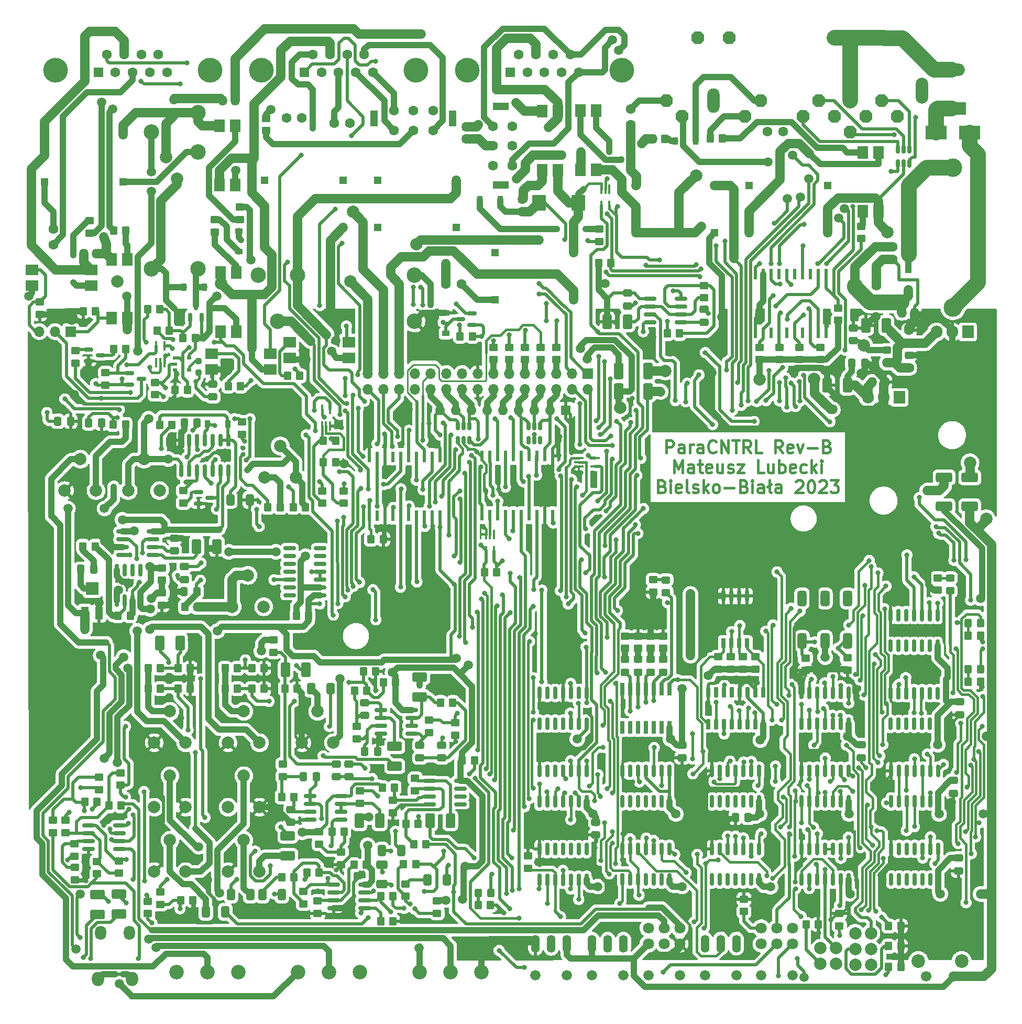
<source format=gtl>
G04 #@! TF.GenerationSoftware,KiCad,Pcbnew,6.0.2+dfsg-1*
G04 #@! TF.CreationDate,2023-05-07T21:41:22+02:00*
G04 #@! TF.ProjectId,fm-rpt-control,666d2d72-7074-42d6-936f-6e74726f6c2e,A*
G04 #@! TF.SameCoordinates,Original*
G04 #@! TF.FileFunction,Copper,L1,Top*
G04 #@! TF.FilePolarity,Positive*
%FSLAX46Y46*%
G04 Gerber Fmt 4.6, Leading zero omitted, Abs format (unit mm)*
G04 Created by KiCad (PCBNEW 6.0.2+dfsg-1) date 2023-05-07 21:41:22*
%MOMM*%
%LPD*%
G01*
G04 APERTURE LIST*
G04 Aperture macros list*
%AMRoundRect*
0 Rectangle with rounded corners*
0 $1 Rounding radius*
0 $2 $3 $4 $5 $6 $7 $8 $9 X,Y pos of 4 corners*
0 Add a 4 corners polygon primitive as box body*
4,1,4,$2,$3,$4,$5,$6,$7,$8,$9,$2,$3,0*
0 Add four circle primitives for the rounded corners*
1,1,$1+$1,$2,$3*
1,1,$1+$1,$4,$5*
1,1,$1+$1,$6,$7*
1,1,$1+$1,$8,$9*
0 Add four rect primitives between the rounded corners*
20,1,$1+$1,$2,$3,$4,$5,0*
20,1,$1+$1,$4,$5,$6,$7,0*
20,1,$1+$1,$6,$7,$8,$9,0*
20,1,$1+$1,$8,$9,$2,$3,0*%
%AMOutline5P*
0 Free polygon, 5 corners , with rotation*
0 The origin of the aperture is its center*
0 number of corners: always 5*
0 $1 to $10 corner X, Y*
0 $11 Rotation angle, in degrees counterclockwise*
0 create outline with 5 corners*
4,1,5,$1,$2,$3,$4,$5,$6,$7,$8,$9,$10,$1,$2,$11*%
%AMOutline6P*
0 Free polygon, 6 corners , with rotation*
0 The origin of the aperture is its center*
0 number of corners: always 6*
0 $1 to $12 corner X, Y*
0 $13 Rotation angle, in degrees counterclockwise*
0 create outline with 6 corners*
4,1,6,$1,$2,$3,$4,$5,$6,$7,$8,$9,$10,$11,$12,$1,$2,$13*%
%AMOutline7P*
0 Free polygon, 7 corners , with rotation*
0 The origin of the aperture is its center*
0 number of corners: always 7*
0 $1 to $14 corner X, Y*
0 $15 Rotation angle, in degrees counterclockwise*
0 create outline with 7 corners*
4,1,7,$1,$2,$3,$4,$5,$6,$7,$8,$9,$10,$11,$12,$13,$14,$1,$2,$15*%
%AMOutline8P*
0 Free polygon, 8 corners , with rotation*
0 The origin of the aperture is its center*
0 number of corners: always 8*
0 $1 to $16 corner X, Y*
0 $17 Rotation angle, in degrees counterclockwise*
0 create outline with 8 corners*
4,1,8,$1,$2,$3,$4,$5,$6,$7,$8,$9,$10,$11,$12,$13,$14,$15,$16,$1,$2,$17*%
G04 Aperture macros list end*
%ADD10C,0.400000*%
G04 #@! TA.AperFunction,NonConductor*
%ADD11C,0.400000*%
G04 #@! TD*
G04 #@! TA.AperFunction,SMDPad,CuDef*
%ADD12R,0.533400X1.803400*%
G04 #@! TD*
G04 #@! TA.AperFunction,SMDPad,CuDef*
%ADD13R,1.000000X1.000000*%
G04 #@! TD*
G04 #@! TA.AperFunction,SMDPad,CuDef*
%ADD14R,2.600000X0.600000*%
G04 #@! TD*
G04 #@! TA.AperFunction,ComponentPad*
%ADD15C,0.500000*%
G04 #@! TD*
G04 #@! TA.AperFunction,SMDPad,CuDef*
%ADD16R,1.300000X2.000000*%
G04 #@! TD*
G04 #@! TA.AperFunction,SMDPad,CuDef*
%ADD17R,2.000000X2.000000*%
G04 #@! TD*
G04 #@! TA.AperFunction,ComponentPad*
%ADD18C,2.000000*%
G04 #@! TD*
G04 #@! TA.AperFunction,SMDPad,CuDef*
%ADD19RoundRect,0.150000X-0.150000X0.825000X-0.150000X-0.825000X0.150000X-0.825000X0.150000X0.825000X0*%
G04 #@! TD*
G04 #@! TA.AperFunction,SMDPad,CuDef*
%ADD20RoundRect,0.250000X0.350000X0.450000X-0.350000X0.450000X-0.350000X-0.450000X0.350000X-0.450000X0*%
G04 #@! TD*
G04 #@! TA.AperFunction,SMDPad,CuDef*
%ADD21RoundRect,0.250000X-0.350000X-0.450000X0.350000X-0.450000X0.350000X0.450000X-0.350000X0.450000X0*%
G04 #@! TD*
G04 #@! TA.AperFunction,SMDPad,CuDef*
%ADD22RoundRect,0.250000X0.450000X-0.350000X0.450000X0.350000X-0.450000X0.350000X-0.450000X-0.350000X0*%
G04 #@! TD*
G04 #@! TA.AperFunction,SMDPad,CuDef*
%ADD23RoundRect,0.250000X-0.450000X0.350000X-0.450000X-0.350000X0.450000X-0.350000X0.450000X0.350000X0*%
G04 #@! TD*
G04 #@! TA.AperFunction,SMDPad,CuDef*
%ADD24RoundRect,0.150000X-0.825000X-0.150000X0.825000X-0.150000X0.825000X0.150000X-0.825000X0.150000X0*%
G04 #@! TD*
G04 #@! TA.AperFunction,SMDPad,CuDef*
%ADD25RoundRect,0.150000X0.825000X0.150000X-0.825000X0.150000X-0.825000X-0.150000X0.825000X-0.150000X0*%
G04 #@! TD*
G04 #@! TA.AperFunction,SMDPad,CuDef*
%ADD26RoundRect,0.250000X0.337500X0.475000X-0.337500X0.475000X-0.337500X-0.475000X0.337500X-0.475000X0*%
G04 #@! TD*
G04 #@! TA.AperFunction,SMDPad,CuDef*
%ADD27RoundRect,0.250001X-0.499999X-0.924999X0.499999X-0.924999X0.499999X0.924999X-0.499999X0.924999X0*%
G04 #@! TD*
G04 #@! TA.AperFunction,SMDPad,CuDef*
%ADD28RoundRect,0.250000X-0.475000X0.337500X-0.475000X-0.337500X0.475000X-0.337500X0.475000X0.337500X0*%
G04 #@! TD*
G04 #@! TA.AperFunction,SMDPad,CuDef*
%ADD29RoundRect,0.250000X0.475000X-0.337500X0.475000X0.337500X-0.475000X0.337500X-0.475000X-0.337500X0*%
G04 #@! TD*
G04 #@! TA.AperFunction,SMDPad,CuDef*
%ADD30RoundRect,0.250000X-0.337500X-0.475000X0.337500X-0.475000X0.337500X0.475000X-0.337500X0.475000X0*%
G04 #@! TD*
G04 #@! TA.AperFunction,SMDPad,CuDef*
%ADD31RoundRect,0.250001X0.499999X0.924999X-0.499999X0.924999X-0.499999X-0.924999X0.499999X-0.924999X0*%
G04 #@! TD*
G04 #@! TA.AperFunction,SMDPad,CuDef*
%ADD32RoundRect,0.250000X-0.412500X-0.650000X0.412500X-0.650000X0.412500X0.650000X-0.412500X0.650000X0*%
G04 #@! TD*
G04 #@! TA.AperFunction,ComponentPad*
%ADD33C,1.600000*%
G04 #@! TD*
G04 #@! TA.AperFunction,ComponentPad*
%ADD34R,1.200000X2.500000*%
G04 #@! TD*
G04 #@! TA.AperFunction,SMDPad,CuDef*
%ADD35R,3.500000X2.300000*%
G04 #@! TD*
G04 #@! TA.AperFunction,ComponentPad*
%ADD36O,1.422400X2.844800*%
G04 #@! TD*
G04 #@! TA.AperFunction,ComponentPad*
%ADD37C,1.676400*%
G04 #@! TD*
G04 #@! TA.AperFunction,SMDPad,CuDef*
%ADD38RoundRect,0.150000X0.150000X-0.587500X0.150000X0.587500X-0.150000X0.587500X-0.150000X-0.587500X0*%
G04 #@! TD*
G04 #@! TA.AperFunction,ComponentPad*
%ADD39Outline8P,-0.990600X0.495300X-0.495300X0.990600X0.495300X0.990600X0.990600X0.495300X0.990600X-0.495300X0.495300X-0.990600X-0.495300X-0.990600X-0.990600X-0.495300X180.000000*%
G04 #@! TD*
G04 #@! TA.AperFunction,ComponentPad*
%ADD40O,1.981200X3.962400*%
G04 #@! TD*
G04 #@! TA.AperFunction,SMDPad,CuDef*
%ADD41RoundRect,0.250000X-0.650000X0.412500X-0.650000X-0.412500X0.650000X-0.412500X0.650000X0.412500X0*%
G04 #@! TD*
G04 #@! TA.AperFunction,ComponentPad*
%ADD42C,4.000000*%
G04 #@! TD*
G04 #@! TA.AperFunction,ComponentPad*
%ADD43R,1.600000X1.600000*%
G04 #@! TD*
G04 #@! TA.AperFunction,SMDPad,CuDef*
%ADD44RoundRect,0.250000X-0.450000X0.325000X-0.450000X-0.325000X0.450000X-0.325000X0.450000X0.325000X0*%
G04 #@! TD*
G04 #@! TA.AperFunction,SMDPad,CuDef*
%ADD45RoundRect,0.250000X-0.875000X-1.025000X0.875000X-1.025000X0.875000X1.025000X-0.875000X1.025000X0*%
G04 #@! TD*
G04 #@! TA.AperFunction,ComponentPad*
%ADD46O,1.600000X1.600000*%
G04 #@! TD*
G04 #@! TA.AperFunction,SMDPad,CuDef*
%ADD47RoundRect,0.250000X0.412500X0.650000X-0.412500X0.650000X-0.412500X-0.650000X0.412500X-0.650000X0*%
G04 #@! TD*
G04 #@! TA.AperFunction,SMDPad,CuDef*
%ADD48R,0.400000X1.500000*%
G04 #@! TD*
G04 #@! TA.AperFunction,ComponentPad*
%ADD49R,1.700000X1.700000*%
G04 #@! TD*
G04 #@! TA.AperFunction,ComponentPad*
%ADD50O,1.700000X1.700000*%
G04 #@! TD*
G04 #@! TA.AperFunction,ComponentPad*
%ADD51R,1.308000X1.308000*%
G04 #@! TD*
G04 #@! TA.AperFunction,SMDPad,CuDef*
%ADD52R,0.660400X2.032000*%
G04 #@! TD*
G04 #@! TA.AperFunction,ComponentPad*
%ADD53C,1.800000*%
G04 #@! TD*
G04 #@! TA.AperFunction,SMDPad,CuDef*
%ADD54RoundRect,0.150000X0.150000X-0.512500X0.150000X0.512500X-0.150000X0.512500X-0.150000X-0.512500X0*%
G04 #@! TD*
G04 #@! TA.AperFunction,SMDPad,CuDef*
%ADD55RoundRect,0.375000X0.375000X-0.875000X0.375000X0.875000X-0.375000X0.875000X-0.375000X-0.875000X0*%
G04 #@! TD*
G04 #@! TA.AperFunction,ComponentPad*
%ADD56C,2.340000*%
G04 #@! TD*
G04 #@! TA.AperFunction,ComponentPad*
%ADD57R,2.500000X1.200000*%
G04 #@! TD*
G04 #@! TA.AperFunction,SMDPad,CuDef*
%ADD58R,1.780000X2.000000*%
G04 #@! TD*
G04 #@! TA.AperFunction,SMDPad,CuDef*
%ADD59RoundRect,0.237500X0.237500X-0.250000X0.237500X0.250000X-0.237500X0.250000X-0.237500X-0.250000X0*%
G04 #@! TD*
G04 #@! TA.AperFunction,SMDPad,CuDef*
%ADD60RoundRect,0.249999X-0.512501X-1.075001X0.512501X-1.075001X0.512501X1.075001X-0.512501X1.075001X0*%
G04 #@! TD*
G04 #@! TA.AperFunction,SMDPad,CuDef*
%ADD61R,0.900000X1.200000*%
G04 #@! TD*
G04 #@! TA.AperFunction,SMDPad,CuDef*
%ADD62RoundRect,0.150000X-0.587500X-0.150000X0.587500X-0.150000X0.587500X0.150000X-0.587500X0.150000X0*%
G04 #@! TD*
G04 #@! TA.AperFunction,SMDPad,CuDef*
%ADD63R,0.700000X0.510000*%
G04 #@! TD*
G04 #@! TA.AperFunction,ComponentPad*
%ADD64O,1.800000X2.300000*%
G04 #@! TD*
G04 #@! TA.AperFunction,ComponentPad*
%ADD65O,2.000000X2.300000*%
G04 #@! TD*
G04 #@! TA.AperFunction,SMDPad,CuDef*
%ADD66R,1.500000X0.400000*%
G04 #@! TD*
G04 #@! TA.AperFunction,SMDPad,CuDef*
%ADD67R,2.000000X1.780000*%
G04 #@! TD*
G04 #@! TA.AperFunction,ComponentPad*
%ADD68C,2.200000*%
G04 #@! TD*
G04 #@! TA.AperFunction,ComponentPad*
%ADD69C,1.700000*%
G04 #@! TD*
G04 #@! TA.AperFunction,SMDPad,CuDef*
%ADD70RoundRect,0.150000X0.587500X0.150000X-0.587500X0.150000X-0.587500X-0.150000X0.587500X-0.150000X0*%
G04 #@! TD*
G04 #@! TA.AperFunction,SMDPad,CuDef*
%ADD71RoundRect,0.150000X-0.150000X0.725000X-0.150000X-0.725000X0.150000X-0.725000X0.150000X0.725000X0*%
G04 #@! TD*
G04 #@! TA.AperFunction,SMDPad,CuDef*
%ADD72RoundRect,0.250001X-0.924999X0.499999X-0.924999X-0.499999X0.924999X-0.499999X0.924999X0.499999X0*%
G04 #@! TD*
G04 #@! TA.AperFunction,SMDPad,CuDef*
%ADD73RoundRect,0.249999X-1.075001X0.512501X-1.075001X-0.512501X1.075001X-0.512501X1.075001X0.512501X0*%
G04 #@! TD*
G04 #@! TA.AperFunction,SMDPad,CuDef*
%ADD74RoundRect,0.250000X-0.325000X-0.450000X0.325000X-0.450000X0.325000X0.450000X-0.325000X0.450000X0*%
G04 #@! TD*
G04 #@! TA.AperFunction,SMDPad,CuDef*
%ADD75RoundRect,0.250001X0.924999X-0.499999X0.924999X0.499999X-0.924999X0.499999X-0.924999X-0.499999X0*%
G04 #@! TD*
G04 #@! TA.AperFunction,ComponentPad*
%ADD76R,1.905000X2.000000*%
G04 #@! TD*
G04 #@! TA.AperFunction,ComponentPad*
%ADD77O,1.905000X2.000000*%
G04 #@! TD*
G04 #@! TA.AperFunction,SMDPad,CuDef*
%ADD78R,1.200000X0.900000*%
G04 #@! TD*
G04 #@! TA.AperFunction,ComponentPad*
%ADD79R,4.600000X2.000000*%
G04 #@! TD*
G04 #@! TA.AperFunction,ComponentPad*
%ADD80O,4.200000X2.000000*%
G04 #@! TD*
G04 #@! TA.AperFunction,ComponentPad*
%ADD81O,2.000000X4.200000*%
G04 #@! TD*
G04 #@! TA.AperFunction,ComponentPad*
%ADD82C,3.000000*%
G04 #@! TD*
G04 #@! TA.AperFunction,ComponentPad*
%ADD83C,2.500000*%
G04 #@! TD*
G04 #@! TA.AperFunction,SMDPad,CuDef*
%ADD84R,0.760000X1.600000*%
G04 #@! TD*
G04 #@! TA.AperFunction,SMDPad,CuDef*
%ADD85RoundRect,0.250000X0.450000X-0.325000X0.450000X0.325000X-0.450000X0.325000X-0.450000X-0.325000X0*%
G04 #@! TD*
G04 #@! TA.AperFunction,ComponentPad*
%ADD86C,1.981200*%
G04 #@! TD*
G04 #@! TA.AperFunction,ViaPad*
%ADD87C,1.500000*%
G04 #@! TD*
G04 #@! TA.AperFunction,ViaPad*
%ADD88C,0.800000*%
G04 #@! TD*
G04 #@! TA.AperFunction,ViaPad*
%ADD89C,2.000000*%
G04 #@! TD*
G04 #@! TA.AperFunction,Conductor*
%ADD90C,1.016000*%
G04 #@! TD*
G04 #@! TA.AperFunction,Conductor*
%ADD91C,0.508000*%
G04 #@! TD*
G04 #@! TA.AperFunction,Conductor*
%ADD92C,1.524000*%
G04 #@! TD*
G04 #@! TA.AperFunction,Conductor*
%ADD93C,0.381000*%
G04 #@! TD*
G04 #@! TA.AperFunction,Conductor*
%ADD94C,0.254000*%
G04 #@! TD*
G04 #@! TA.AperFunction,Conductor*
%ADD95C,2.540000*%
G04 #@! TD*
G04 APERTURE END LIST*
D10*
D11*
X120609523Y-85084761D02*
X120609523Y-83084761D01*
X121371428Y-83084761D01*
X121561904Y-83180000D01*
X121657142Y-83275238D01*
X121752380Y-83465714D01*
X121752380Y-83751428D01*
X121657142Y-83941904D01*
X121561904Y-84037142D01*
X121371428Y-84132380D01*
X120609523Y-84132380D01*
X123466666Y-85084761D02*
X123466666Y-84037142D01*
X123371428Y-83846666D01*
X123180952Y-83751428D01*
X122800000Y-83751428D01*
X122609523Y-83846666D01*
X123466666Y-84989523D02*
X123276190Y-85084761D01*
X122800000Y-85084761D01*
X122609523Y-84989523D01*
X122514285Y-84799047D01*
X122514285Y-84608571D01*
X122609523Y-84418095D01*
X122800000Y-84322857D01*
X123276190Y-84322857D01*
X123466666Y-84227619D01*
X124419047Y-85084761D02*
X124419047Y-83751428D01*
X124419047Y-84132380D02*
X124514285Y-83941904D01*
X124609523Y-83846666D01*
X124800000Y-83751428D01*
X124990476Y-83751428D01*
X126514285Y-85084761D02*
X126514285Y-84037142D01*
X126419047Y-83846666D01*
X126228571Y-83751428D01*
X125847619Y-83751428D01*
X125657142Y-83846666D01*
X126514285Y-84989523D02*
X126323809Y-85084761D01*
X125847619Y-85084761D01*
X125657142Y-84989523D01*
X125561904Y-84799047D01*
X125561904Y-84608571D01*
X125657142Y-84418095D01*
X125847619Y-84322857D01*
X126323809Y-84322857D01*
X126514285Y-84227619D01*
X128609523Y-84894285D02*
X128514285Y-84989523D01*
X128228571Y-85084761D01*
X128038095Y-85084761D01*
X127752380Y-84989523D01*
X127561904Y-84799047D01*
X127466666Y-84608571D01*
X127371428Y-84227619D01*
X127371428Y-83941904D01*
X127466666Y-83560952D01*
X127561904Y-83370476D01*
X127752380Y-83180000D01*
X128038095Y-83084761D01*
X128228571Y-83084761D01*
X128514285Y-83180000D01*
X128609523Y-83275238D01*
X129466666Y-85084761D02*
X129466666Y-83084761D01*
X130609523Y-85084761D01*
X130609523Y-83084761D01*
X131276190Y-83084761D02*
X132419047Y-83084761D01*
X131847619Y-85084761D02*
X131847619Y-83084761D01*
X134228571Y-85084761D02*
X133561904Y-84132380D01*
X133085714Y-85084761D02*
X133085714Y-83084761D01*
X133847619Y-83084761D01*
X134038095Y-83180000D01*
X134133333Y-83275238D01*
X134228571Y-83465714D01*
X134228571Y-83751428D01*
X134133333Y-83941904D01*
X134038095Y-84037142D01*
X133847619Y-84132380D01*
X133085714Y-84132380D01*
X136038095Y-85084761D02*
X135085714Y-85084761D01*
X135085714Y-83084761D01*
X139371428Y-85084761D02*
X138704761Y-84132380D01*
X138228571Y-85084761D02*
X138228571Y-83084761D01*
X138990476Y-83084761D01*
X139180952Y-83180000D01*
X139276190Y-83275238D01*
X139371428Y-83465714D01*
X139371428Y-83751428D01*
X139276190Y-83941904D01*
X139180952Y-84037142D01*
X138990476Y-84132380D01*
X138228571Y-84132380D01*
X140990476Y-84989523D02*
X140800000Y-85084761D01*
X140419047Y-85084761D01*
X140228571Y-84989523D01*
X140133333Y-84799047D01*
X140133333Y-84037142D01*
X140228571Y-83846666D01*
X140419047Y-83751428D01*
X140800000Y-83751428D01*
X140990476Y-83846666D01*
X141085714Y-84037142D01*
X141085714Y-84227619D01*
X140133333Y-84418095D01*
X141752380Y-83751428D02*
X142228571Y-85084761D01*
X142704761Y-83751428D01*
X143466666Y-84322857D02*
X144990476Y-84322857D01*
X146609523Y-84037142D02*
X146895238Y-84132380D01*
X146990476Y-84227619D01*
X147085714Y-84418095D01*
X147085714Y-84703809D01*
X146990476Y-84894285D01*
X146895238Y-84989523D01*
X146704761Y-85084761D01*
X145942857Y-85084761D01*
X145942857Y-83084761D01*
X146609523Y-83084761D01*
X146800000Y-83180000D01*
X146895238Y-83275238D01*
X146990476Y-83465714D01*
X146990476Y-83656190D01*
X146895238Y-83846666D01*
X146800000Y-83941904D01*
X146609523Y-84037142D01*
X145942857Y-84037142D01*
X121895238Y-88304761D02*
X121895238Y-86304761D01*
X122561904Y-87733333D01*
X123228571Y-86304761D01*
X123228571Y-88304761D01*
X125038095Y-88304761D02*
X125038095Y-87257142D01*
X124942857Y-87066666D01*
X124752380Y-86971428D01*
X124371428Y-86971428D01*
X124180952Y-87066666D01*
X125038095Y-88209523D02*
X124847619Y-88304761D01*
X124371428Y-88304761D01*
X124180952Y-88209523D01*
X124085714Y-88019047D01*
X124085714Y-87828571D01*
X124180952Y-87638095D01*
X124371428Y-87542857D01*
X124847619Y-87542857D01*
X125038095Y-87447619D01*
X125704761Y-86971428D02*
X126466666Y-86971428D01*
X125990476Y-86304761D02*
X125990476Y-88019047D01*
X126085714Y-88209523D01*
X126276190Y-88304761D01*
X126466666Y-88304761D01*
X127895238Y-88209523D02*
X127704761Y-88304761D01*
X127323809Y-88304761D01*
X127133333Y-88209523D01*
X127038095Y-88019047D01*
X127038095Y-87257142D01*
X127133333Y-87066666D01*
X127323809Y-86971428D01*
X127704761Y-86971428D01*
X127895238Y-87066666D01*
X127990476Y-87257142D01*
X127990476Y-87447619D01*
X127038095Y-87638095D01*
X129704761Y-86971428D02*
X129704761Y-88304761D01*
X128847619Y-86971428D02*
X128847619Y-88019047D01*
X128942857Y-88209523D01*
X129133333Y-88304761D01*
X129419047Y-88304761D01*
X129609523Y-88209523D01*
X129704761Y-88114285D01*
X130561904Y-88209523D02*
X130752380Y-88304761D01*
X131133333Y-88304761D01*
X131323809Y-88209523D01*
X131419047Y-88019047D01*
X131419047Y-87923809D01*
X131323809Y-87733333D01*
X131133333Y-87638095D01*
X130847619Y-87638095D01*
X130657142Y-87542857D01*
X130561904Y-87352380D01*
X130561904Y-87257142D01*
X130657142Y-87066666D01*
X130847619Y-86971428D01*
X131133333Y-86971428D01*
X131323809Y-87066666D01*
X132085714Y-86971428D02*
X133133333Y-86971428D01*
X132085714Y-88304761D01*
X133133333Y-88304761D01*
X136371428Y-88304761D02*
X135419047Y-88304761D01*
X135419047Y-86304761D01*
X137895238Y-86971428D02*
X137895238Y-88304761D01*
X137038095Y-86971428D02*
X137038095Y-88019047D01*
X137133333Y-88209523D01*
X137323809Y-88304761D01*
X137609523Y-88304761D01*
X137800000Y-88209523D01*
X137895238Y-88114285D01*
X138847619Y-88304761D02*
X138847619Y-86304761D01*
X138847619Y-87066666D02*
X139038095Y-86971428D01*
X139419047Y-86971428D01*
X139609523Y-87066666D01*
X139704761Y-87161904D01*
X139800000Y-87352380D01*
X139800000Y-87923809D01*
X139704761Y-88114285D01*
X139609523Y-88209523D01*
X139419047Y-88304761D01*
X139038095Y-88304761D01*
X138847619Y-88209523D01*
X141419047Y-88209523D02*
X141228571Y-88304761D01*
X140847619Y-88304761D01*
X140657142Y-88209523D01*
X140561904Y-88019047D01*
X140561904Y-87257142D01*
X140657142Y-87066666D01*
X140847619Y-86971428D01*
X141228571Y-86971428D01*
X141419047Y-87066666D01*
X141514285Y-87257142D01*
X141514285Y-87447619D01*
X140561904Y-87638095D01*
X143228571Y-88209523D02*
X143038095Y-88304761D01*
X142657142Y-88304761D01*
X142466666Y-88209523D01*
X142371428Y-88114285D01*
X142276190Y-87923809D01*
X142276190Y-87352380D01*
X142371428Y-87161904D01*
X142466666Y-87066666D01*
X142657142Y-86971428D01*
X143038095Y-86971428D01*
X143228571Y-87066666D01*
X144085714Y-88304761D02*
X144085714Y-86304761D01*
X144276190Y-87542857D02*
X144847619Y-88304761D01*
X144847619Y-86971428D02*
X144085714Y-87733333D01*
X145704761Y-88304761D02*
X145704761Y-86971428D01*
X145704761Y-86304761D02*
X145609523Y-86400000D01*
X145704761Y-86495238D01*
X145800000Y-86400000D01*
X145704761Y-86304761D01*
X145704761Y-86495238D01*
X119942857Y-90477142D02*
X120228571Y-90572380D01*
X120323809Y-90667619D01*
X120419047Y-90858095D01*
X120419047Y-91143809D01*
X120323809Y-91334285D01*
X120228571Y-91429523D01*
X120038095Y-91524761D01*
X119276190Y-91524761D01*
X119276190Y-89524761D01*
X119942857Y-89524761D01*
X120133333Y-89620000D01*
X120228571Y-89715238D01*
X120323809Y-89905714D01*
X120323809Y-90096190D01*
X120228571Y-90286666D01*
X120133333Y-90381904D01*
X119942857Y-90477142D01*
X119276190Y-90477142D01*
X121276190Y-91524761D02*
X121276190Y-90191428D01*
X121276190Y-89524761D02*
X121180952Y-89620000D01*
X121276190Y-89715238D01*
X121371428Y-89620000D01*
X121276190Y-89524761D01*
X121276190Y-89715238D01*
X122990476Y-91429523D02*
X122800000Y-91524761D01*
X122419047Y-91524761D01*
X122228571Y-91429523D01*
X122133333Y-91239047D01*
X122133333Y-90477142D01*
X122228571Y-90286666D01*
X122419047Y-90191428D01*
X122800000Y-90191428D01*
X122990476Y-90286666D01*
X123085714Y-90477142D01*
X123085714Y-90667619D01*
X122133333Y-90858095D01*
X124228571Y-91524761D02*
X124038095Y-91429523D01*
X123942857Y-91239047D01*
X123942857Y-89524761D01*
X124895238Y-91429523D02*
X125085714Y-91524761D01*
X125466666Y-91524761D01*
X125657142Y-91429523D01*
X125752380Y-91239047D01*
X125752380Y-91143809D01*
X125657142Y-90953333D01*
X125466666Y-90858095D01*
X125180952Y-90858095D01*
X124990476Y-90762857D01*
X124895238Y-90572380D01*
X124895238Y-90477142D01*
X124990476Y-90286666D01*
X125180952Y-90191428D01*
X125466666Y-90191428D01*
X125657142Y-90286666D01*
X126609523Y-91524761D02*
X126609523Y-89524761D01*
X126800000Y-90762857D02*
X127371428Y-91524761D01*
X127371428Y-90191428D02*
X126609523Y-90953333D01*
X128514285Y-91524761D02*
X128323809Y-91429523D01*
X128228571Y-91334285D01*
X128133333Y-91143809D01*
X128133333Y-90572380D01*
X128228571Y-90381904D01*
X128323809Y-90286666D01*
X128514285Y-90191428D01*
X128800000Y-90191428D01*
X128990476Y-90286666D01*
X129085714Y-90381904D01*
X129180952Y-90572380D01*
X129180952Y-91143809D01*
X129085714Y-91334285D01*
X128990476Y-91429523D01*
X128800000Y-91524761D01*
X128514285Y-91524761D01*
X130038095Y-90762857D02*
X131561904Y-90762857D01*
X133180952Y-90477142D02*
X133466666Y-90572380D01*
X133561904Y-90667619D01*
X133657142Y-90858095D01*
X133657142Y-91143809D01*
X133561904Y-91334285D01*
X133466666Y-91429523D01*
X133276190Y-91524761D01*
X132514285Y-91524761D01*
X132514285Y-89524761D01*
X133180952Y-89524761D01*
X133371428Y-89620000D01*
X133466666Y-89715238D01*
X133561904Y-89905714D01*
X133561904Y-90096190D01*
X133466666Y-90286666D01*
X133371428Y-90381904D01*
X133180952Y-90477142D01*
X132514285Y-90477142D01*
X134514285Y-91524761D02*
X134514285Y-90191428D01*
X134514285Y-89524761D02*
X134419047Y-89620000D01*
X134514285Y-89715238D01*
X134609523Y-89620000D01*
X134514285Y-89524761D01*
X134514285Y-89715238D01*
X136323809Y-91524761D02*
X136323809Y-90477142D01*
X136228571Y-90286666D01*
X136038095Y-90191428D01*
X135657142Y-90191428D01*
X135466666Y-90286666D01*
X136323809Y-91429523D02*
X136133333Y-91524761D01*
X135657142Y-91524761D01*
X135466666Y-91429523D01*
X135371428Y-91239047D01*
X135371428Y-91048571D01*
X135466666Y-90858095D01*
X135657142Y-90762857D01*
X136133333Y-90762857D01*
X136323809Y-90667619D01*
X137561904Y-91524761D02*
X137371428Y-91429523D01*
X137276190Y-91239047D01*
X137276190Y-89524761D01*
X136990476Y-90572380D02*
X137561904Y-90191428D01*
X139180952Y-91524761D02*
X139180952Y-90477142D01*
X139085714Y-90286666D01*
X138895238Y-90191428D01*
X138514285Y-90191428D01*
X138323809Y-90286666D01*
X139180952Y-91429523D02*
X138990476Y-91524761D01*
X138514285Y-91524761D01*
X138323809Y-91429523D01*
X138228571Y-91239047D01*
X138228571Y-91048571D01*
X138323809Y-90858095D01*
X138514285Y-90762857D01*
X138990476Y-90762857D01*
X139180952Y-90667619D01*
X141561904Y-89715238D02*
X141657142Y-89620000D01*
X141847619Y-89524761D01*
X142323809Y-89524761D01*
X142514285Y-89620000D01*
X142609523Y-89715238D01*
X142704761Y-89905714D01*
X142704761Y-90096190D01*
X142609523Y-90381904D01*
X141466666Y-91524761D01*
X142704761Y-91524761D01*
X143942857Y-89524761D02*
X144133333Y-89524761D01*
X144323809Y-89620000D01*
X144419047Y-89715238D01*
X144514285Y-89905714D01*
X144609523Y-90286666D01*
X144609523Y-90762857D01*
X144514285Y-91143809D01*
X144419047Y-91334285D01*
X144323809Y-91429523D01*
X144133333Y-91524761D01*
X143942857Y-91524761D01*
X143752380Y-91429523D01*
X143657142Y-91334285D01*
X143561904Y-91143809D01*
X143466666Y-90762857D01*
X143466666Y-90286666D01*
X143561904Y-89905714D01*
X143657142Y-89715238D01*
X143752380Y-89620000D01*
X143942857Y-89524761D01*
X145371428Y-89715238D02*
X145466666Y-89620000D01*
X145657142Y-89524761D01*
X146133333Y-89524761D01*
X146323809Y-89620000D01*
X146419047Y-89715238D01*
X146514285Y-89905714D01*
X146514285Y-90096190D01*
X146419047Y-90381904D01*
X145276190Y-91524761D01*
X146514285Y-91524761D01*
X147180952Y-89524761D02*
X148419047Y-89524761D01*
X147752380Y-90286666D01*
X148038095Y-90286666D01*
X148228571Y-90381904D01*
X148323809Y-90477142D01*
X148419047Y-90667619D01*
X148419047Y-91143809D01*
X148323809Y-91334285D01*
X148228571Y-91429523D01*
X148038095Y-91524761D01*
X147466666Y-91524761D01*
X147276190Y-91429523D01*
X147180952Y-91334285D01*
D12*
X84065000Y-85724800D03*
X82795000Y-85724800D03*
X81525000Y-85724800D03*
X80255000Y-85724800D03*
X78985000Y-85724800D03*
X77715000Y-85724800D03*
X76445000Y-85724800D03*
X75175000Y-85724800D03*
X73905000Y-85724800D03*
X72635000Y-85724800D03*
X72635000Y-95275200D03*
X73905000Y-95275200D03*
X75175000Y-95275200D03*
X76445000Y-95275200D03*
X77715000Y-95275200D03*
X78985000Y-95275200D03*
X80255000Y-95275200D03*
X81525000Y-95275200D03*
X82795000Y-95275200D03*
X84065000Y-95275200D03*
X102201000Y-85616800D03*
X100931000Y-85616800D03*
X99661000Y-85616800D03*
X98391000Y-85616800D03*
X97121000Y-85616800D03*
X95851000Y-85616800D03*
X94581000Y-85616800D03*
X93311000Y-85616800D03*
X92041000Y-85616800D03*
X90771000Y-85616800D03*
X90771000Y-95167200D03*
X92041000Y-95167200D03*
X93311000Y-95167200D03*
X94581000Y-95167200D03*
X95851000Y-95167200D03*
X97121000Y-95167200D03*
X98391000Y-95167200D03*
X99661000Y-95167200D03*
X100931000Y-95167200D03*
X102201000Y-95167200D03*
X135035000Y-65725200D03*
X136305000Y-65725200D03*
X137575000Y-65725200D03*
X138845000Y-65725200D03*
X140115000Y-65725200D03*
X141385000Y-65725200D03*
X142655000Y-65725200D03*
X143925000Y-65725200D03*
X145195000Y-65725200D03*
X146465000Y-65725200D03*
X146465000Y-56174800D03*
X145195000Y-56174800D03*
X143925000Y-56174800D03*
X142655000Y-56174800D03*
X141385000Y-56174800D03*
X140115000Y-56174800D03*
X138845000Y-56174800D03*
X137575000Y-56174800D03*
X136305000Y-56174800D03*
X135035000Y-56174800D03*
D13*
X159720000Y-55520000D03*
X159720000Y-58720000D03*
D14*
X159720000Y-57120000D03*
D15*
X161220000Y-57120000D03*
X158220000Y-57120000D03*
D16*
X26650000Y-111000000D03*
D17*
X27800000Y-107000000D03*
D16*
X28950000Y-111000000D03*
D18*
X50460000Y-109955000D03*
X53000000Y-104875000D03*
X55540000Y-109955000D03*
D19*
X35605000Y-104025000D03*
X34335000Y-104025000D03*
X33065000Y-104025000D03*
X31795000Y-104025000D03*
X31795000Y-108975000D03*
X33065000Y-108975000D03*
X34335000Y-108975000D03*
X35605000Y-108975000D03*
D20*
X44800000Y-110000000D03*
X42800000Y-110000000D03*
D21*
X60800000Y-111400000D03*
X62800000Y-111400000D03*
X32000000Y-111400000D03*
X34000000Y-111400000D03*
D22*
X39100000Y-105700000D03*
X39100000Y-103700000D03*
D21*
X26300000Y-100200000D03*
X28300000Y-100200000D03*
D23*
X39100000Y-107700000D03*
X39100000Y-109700000D03*
D24*
X59725000Y-100490000D03*
X59725000Y-101760000D03*
X59725000Y-103030000D03*
X59725000Y-104300000D03*
X59725000Y-105570000D03*
X59725000Y-106840000D03*
X59725000Y-108110000D03*
X64675000Y-108110000D03*
X64675000Y-106840000D03*
X64675000Y-105570000D03*
X64675000Y-104300000D03*
X64675000Y-103030000D03*
X64675000Y-101760000D03*
X64675000Y-100490000D03*
D25*
X32725000Y-101605000D03*
X32725000Y-100335000D03*
X32725000Y-99065000D03*
X32725000Y-97795000D03*
X37675000Y-97795000D03*
X37675000Y-99065000D03*
X37675000Y-100335000D03*
X37675000Y-101605000D03*
D26*
X44737500Y-107500000D03*
X42662500Y-107500000D03*
D27*
X44700000Y-100200000D03*
X47950000Y-100200000D03*
D28*
X41100000Y-98862500D03*
X41100000Y-100937500D03*
D29*
X42700000Y-105537500D03*
X42700000Y-103462500D03*
D30*
X25962500Y-103900000D03*
X28037500Y-103900000D03*
D31*
X114325000Y-63950000D03*
X111075000Y-63950000D03*
D32*
X74637500Y-149352000D03*
X77762500Y-149352000D03*
D33*
X76575000Y-29826000D03*
X79750000Y-29826000D03*
X82925000Y-29826000D03*
X76575000Y-33001000D03*
X79750000Y-33001000D03*
X82925000Y-33001000D03*
D34*
X73400000Y-31096000D03*
X86100000Y-31096000D03*
D28*
X157226000Y-51794500D03*
X157226000Y-53869500D03*
D20*
X58200000Y-93900000D03*
X56200000Y-93900000D03*
D31*
X149875000Y-74150000D03*
X146625000Y-74150000D03*
D20*
X89250000Y-66250000D03*
X87250000Y-66250000D03*
X81772000Y-148336000D03*
X79772000Y-148336000D03*
D35*
X169630000Y-33370000D03*
X164230000Y-33370000D03*
D36*
X104550000Y-164400000D03*
X102010000Y-164400000D03*
X99470000Y-164400000D03*
D37*
X104550000Y-169480000D03*
X99470000Y-169480000D03*
D23*
X25000000Y-152050000D03*
X25000000Y-154050000D03*
D18*
X42926000Y-131941000D03*
X40386000Y-126861000D03*
X37846000Y-131941000D03*
D38*
X43630000Y-63207500D03*
X45530000Y-63207500D03*
X44580000Y-61332500D03*
D18*
X54864000Y-142355000D03*
X52324000Y-137275000D03*
X49784000Y-142355000D03*
D39*
X120580000Y-28210000D03*
D40*
X128200000Y-28210000D03*
D39*
X135820000Y-28210000D03*
X123120000Y-30750000D03*
X133280000Y-30750000D03*
X130740000Y-18050000D03*
X125660000Y-18050000D03*
D41*
X74676000Y-151638000D03*
X74676000Y-154763000D03*
D22*
X97756000Y-70056000D03*
X97756000Y-68056000D03*
X64262000Y-159496000D03*
X64262000Y-157496000D03*
D19*
X121110000Y-136465000D03*
X119840000Y-136465000D03*
X118570000Y-136465000D03*
X117300000Y-136465000D03*
X116030000Y-136465000D03*
X114760000Y-136465000D03*
X113490000Y-136465000D03*
X113490000Y-141415000D03*
X114760000Y-141415000D03*
X116030000Y-141415000D03*
X117300000Y-141415000D03*
X118570000Y-141415000D03*
X119840000Y-141415000D03*
X121110000Y-141415000D03*
D21*
X72850000Y-99050000D03*
X74850000Y-99050000D03*
D19*
X150070000Y-136455000D03*
X148800000Y-136455000D03*
X147530000Y-136455000D03*
X146260000Y-136455000D03*
X144990000Y-136455000D03*
X143720000Y-136455000D03*
X142450000Y-136455000D03*
X142450000Y-141405000D03*
X143720000Y-141405000D03*
X144990000Y-141405000D03*
X146260000Y-141405000D03*
X147530000Y-141405000D03*
X148800000Y-141405000D03*
X150070000Y-141405000D03*
D21*
X49292000Y-123190000D03*
X51292000Y-123190000D03*
D29*
X159860000Y-71387500D03*
X159860000Y-69312500D03*
D22*
X129000000Y-120050000D03*
X129000000Y-118050000D03*
X32400000Y-138800000D03*
X32400000Y-136800000D03*
D42*
X46850000Y-23280331D03*
X21850000Y-23280331D03*
D43*
X28810000Y-23580331D03*
D33*
X31580000Y-23580331D03*
X34350000Y-23580331D03*
X37120000Y-23580331D03*
X39890000Y-23580331D03*
X30195000Y-20740331D03*
X32965000Y-20740331D03*
X35735000Y-20740331D03*
X38505000Y-20740331D03*
D44*
X120100000Y-118475000D03*
X120100000Y-120525000D03*
D45*
X100000000Y-44700000D03*
X106400000Y-44700000D03*
D29*
X59944000Y-144785500D03*
X59944000Y-142710500D03*
D19*
X121120000Y-149095000D03*
X119850000Y-149095000D03*
X118580000Y-149095000D03*
X117310000Y-149095000D03*
X116040000Y-149095000D03*
X114770000Y-149095000D03*
X113500000Y-149095000D03*
X113500000Y-154045000D03*
X114770000Y-154045000D03*
X116040000Y-154045000D03*
X117310000Y-154045000D03*
X118580000Y-154045000D03*
X119850000Y-154045000D03*
X121120000Y-154045000D03*
D43*
X104375000Y-78200000D03*
D46*
X101835000Y-78200000D03*
X99295000Y-78200000D03*
X96755000Y-78200000D03*
X94215000Y-78200000D03*
X91675000Y-78200000D03*
X89135000Y-78200000D03*
X86595000Y-78200000D03*
X84055000Y-78200000D03*
D21*
X41672000Y-123190000D03*
X43672000Y-123190000D03*
D20*
X43200000Y-74950000D03*
X41200000Y-74950000D03*
D19*
X49860000Y-83025000D03*
X48590000Y-83025000D03*
X47320000Y-83025000D03*
X46050000Y-83025000D03*
X44780000Y-83025000D03*
X43510000Y-83025000D03*
X42240000Y-83025000D03*
X42240000Y-87975000D03*
X43510000Y-87975000D03*
X44780000Y-87975000D03*
X46050000Y-87975000D03*
X47320000Y-87975000D03*
X48590000Y-87975000D03*
X49860000Y-87975000D03*
D20*
X32500000Y-142100000D03*
X30500000Y-142100000D03*
D47*
X58458500Y-156464000D03*
X55333500Y-156464000D03*
D48*
X92750000Y-98270000D03*
X92100000Y-98270000D03*
X91450000Y-98270000D03*
X91450000Y-100930000D03*
X92750000Y-100930000D03*
D18*
X148070000Y-165130000D03*
X145530000Y-165130000D03*
X148070000Y-167670000D03*
X145530000Y-167670000D03*
D48*
X111400000Y-42470000D03*
X110750000Y-42470000D03*
X110100000Y-42470000D03*
X110100000Y-45130000D03*
X111400000Y-45130000D03*
D23*
X135670000Y-68030000D03*
X135670000Y-70030000D03*
D49*
X24335000Y-65500000D03*
D50*
X21795000Y-65500000D03*
X19255000Y-65500000D03*
D23*
X143100000Y-118250000D03*
X143100000Y-120250000D03*
D20*
X67150000Y-86570000D03*
X65150000Y-86570000D03*
D22*
X28950000Y-139500000D03*
X28950000Y-137500000D03*
D19*
X135600000Y-149085000D03*
X134330000Y-149085000D03*
X133060000Y-149085000D03*
X131790000Y-149085000D03*
X130520000Y-149085000D03*
X129250000Y-149085000D03*
X127980000Y-149085000D03*
X127980000Y-154035000D03*
X129250000Y-154035000D03*
X130520000Y-154035000D03*
X131790000Y-154035000D03*
X133060000Y-154035000D03*
X134330000Y-154035000D03*
X135600000Y-154035000D03*
D33*
X114830000Y-29570000D03*
X114830000Y-32070000D03*
D51*
X105615000Y-60375000D03*
X105615000Y-52755000D03*
X92915000Y-60375000D03*
X92915000Y-52755000D03*
D21*
X127690000Y-34320000D03*
X129690000Y-34320000D03*
D33*
X59200000Y-31000000D03*
X61700000Y-31000000D03*
D23*
X71120000Y-139716000D03*
X71120000Y-141716000D03*
D24*
X63057000Y-140573000D03*
X63057000Y-141843000D03*
X63057000Y-143113000D03*
X63057000Y-144383000D03*
X68007000Y-144383000D03*
X68007000Y-143113000D03*
X68007000Y-141843000D03*
X68007000Y-140573000D03*
D23*
X82296000Y-128286000D03*
X82296000Y-130286000D03*
D24*
X27225000Y-145245000D03*
X27225000Y-146515000D03*
X27225000Y-147785000D03*
X27225000Y-149055000D03*
X32175000Y-149055000D03*
X32175000Y-147785000D03*
X32175000Y-146515000D03*
X32175000Y-145245000D03*
D22*
X28600000Y-153100000D03*
X28600000Y-151100000D03*
D21*
X53610000Y-123190000D03*
X55610000Y-123190000D03*
D52*
X121110000Y-123306600D03*
X119840000Y-123306600D03*
X118570000Y-123306600D03*
X117300000Y-123306600D03*
X116030000Y-123306600D03*
X114760000Y-123306600D03*
X113490000Y-123306600D03*
X113490000Y-129453400D03*
X114760000Y-129453400D03*
X116030000Y-129453400D03*
X117300000Y-129453400D03*
X118570000Y-129453400D03*
X119840000Y-129453400D03*
X121110000Y-129453400D03*
D29*
X84300000Y-134387500D03*
X84300000Y-132312500D03*
D53*
X122790000Y-164420000D03*
X120250000Y-164420000D03*
X117710000Y-164420000D03*
X122790000Y-161880000D03*
X120250000Y-161880000D03*
X117710000Y-161880000D03*
D37*
X122790000Y-169500000D03*
X117710000Y-169500000D03*
D30*
X22262500Y-80000000D03*
X24337500Y-80000000D03*
D21*
X31200000Y-80500000D03*
X33200000Y-80500000D03*
D22*
X118500000Y-107600000D03*
X118500000Y-105600000D03*
D21*
X58944000Y-123190000D03*
X60944000Y-123190000D03*
D22*
X92676000Y-70056000D03*
X92676000Y-68056000D03*
X80010000Y-139684000D03*
X80010000Y-137684000D03*
D20*
X76850000Y-122200000D03*
X74850000Y-122200000D03*
D23*
X42550000Y-91200000D03*
X42550000Y-93200000D03*
D51*
X55675000Y-41095000D03*
X55675000Y-48715000D03*
X68375000Y-41095000D03*
X68375000Y-48715000D03*
D54*
X98330000Y-83037500D03*
X99280000Y-83037500D03*
X100230000Y-83037500D03*
X100230000Y-80762500D03*
X99280000Y-80762500D03*
X98330000Y-80762500D03*
D23*
X149883500Y-118200000D03*
X149883500Y-120200000D03*
D19*
X107720000Y-136475000D03*
X106450000Y-136475000D03*
X105180000Y-136475000D03*
X103910000Y-136475000D03*
X102640000Y-136475000D03*
X101370000Y-136475000D03*
X100100000Y-136475000D03*
X100100000Y-141425000D03*
X101370000Y-141425000D03*
X102640000Y-141425000D03*
X103910000Y-141425000D03*
X105180000Y-141425000D03*
X106450000Y-141425000D03*
X107720000Y-141425000D03*
D23*
X58674000Y-135382000D03*
X58674000Y-137382000D03*
D19*
X107710000Y-123895000D03*
X106440000Y-123895000D03*
X105170000Y-123895000D03*
X103900000Y-123895000D03*
X102630000Y-123895000D03*
X101360000Y-123895000D03*
X100090000Y-123895000D03*
X100090000Y-128845000D03*
X101360000Y-128845000D03*
X102630000Y-128845000D03*
X103900000Y-128845000D03*
X105170000Y-128845000D03*
X106440000Y-128845000D03*
X107710000Y-128845000D03*
D55*
X142552000Y-115479000D03*
X146235000Y-115479000D03*
X149918000Y-115479000D03*
X142552000Y-108621000D03*
X146235000Y-108621000D03*
X149918000Y-108621000D03*
D33*
X66950000Y-31800000D03*
X69450000Y-31800000D03*
D47*
X53378500Y-156464000D03*
X50253500Y-156464000D03*
D22*
X24950000Y-150250000D03*
X24950000Y-148250000D03*
D56*
X41450000Y-168950000D03*
X46450000Y-168950000D03*
X51450000Y-168950000D03*
D21*
X70120000Y-151638000D03*
X72120000Y-151638000D03*
D33*
X92576000Y-38675000D03*
X92576000Y-35500000D03*
X92576000Y-32325000D03*
X95751000Y-38675000D03*
X95751000Y-35500000D03*
X95751000Y-32325000D03*
D57*
X93846000Y-41850000D03*
X93846000Y-29150000D03*
D22*
X164450000Y-107300000D03*
X164450000Y-105300000D03*
D21*
X38280000Y-65370000D03*
X40280000Y-65370000D03*
D24*
X74487000Y-126619000D03*
X74487000Y-127889000D03*
X74487000Y-129159000D03*
X74487000Y-130429000D03*
X79437000Y-130429000D03*
X79437000Y-129159000D03*
X79437000Y-127889000D03*
X79437000Y-126619000D03*
D58*
X51070000Y-55985000D03*
X48530000Y-55985000D03*
X48530000Y-65515000D03*
X51070000Y-65515000D03*
D29*
X150850000Y-66987500D03*
X150850000Y-64912500D03*
D59*
X45000000Y-72112500D03*
X45000000Y-70287500D03*
D60*
X112944500Y-71850000D03*
X117619500Y-71850000D03*
D29*
X114325000Y-61362500D03*
X114325000Y-59287500D03*
D58*
X100530000Y-39415000D03*
X103070000Y-39415000D03*
X103070000Y-29885000D03*
X100530000Y-29885000D03*
D24*
X66867000Y-154813000D03*
X66867000Y-156083000D03*
X66867000Y-157353000D03*
X66867000Y-158623000D03*
X71817000Y-158623000D03*
X71817000Y-157353000D03*
X71817000Y-156083000D03*
X71817000Y-154813000D03*
D20*
X50900000Y-28200000D03*
X48900000Y-28200000D03*
D49*
X107939000Y-72265000D03*
D50*
X107939000Y-74805000D03*
X105399000Y-72265000D03*
X105399000Y-74805000D03*
X102859000Y-72265000D03*
X102859000Y-74805000D03*
X100319000Y-72265000D03*
X100319000Y-74805000D03*
X97779000Y-72265000D03*
X97779000Y-74805000D03*
X95239000Y-72265000D03*
X95239000Y-74805000D03*
X92699000Y-72265000D03*
X92699000Y-74805000D03*
X90159000Y-72265000D03*
X90159000Y-74805000D03*
X87619000Y-72265000D03*
X87619000Y-74805000D03*
X85079000Y-72265000D03*
X85079000Y-74805000D03*
X82539000Y-72265000D03*
X82539000Y-74805000D03*
X79999000Y-72265000D03*
X79999000Y-74805000D03*
X77459000Y-72265000D03*
X77459000Y-74805000D03*
X74919000Y-72265000D03*
X74919000Y-74805000D03*
X72379000Y-72265000D03*
X72379000Y-74805000D03*
D19*
X164540000Y-136475000D03*
X163270000Y-136475000D03*
X162000000Y-136475000D03*
X160730000Y-136475000D03*
X159460000Y-136475000D03*
X158190000Y-136475000D03*
X156920000Y-136475000D03*
X156920000Y-141425000D03*
X158190000Y-141425000D03*
X159460000Y-141425000D03*
X160730000Y-141425000D03*
X162000000Y-141425000D03*
X163270000Y-141425000D03*
X164540000Y-141425000D03*
D58*
X106730000Y-39365000D03*
X109270000Y-39365000D03*
X109270000Y-29835000D03*
X106730000Y-29835000D03*
D18*
X28440000Y-91200000D03*
X25900000Y-86120000D03*
X23360000Y-91200000D03*
D51*
X115735000Y-41905000D03*
X115735000Y-49525000D03*
X128435000Y-41905000D03*
X128435000Y-49525000D03*
D61*
X93800000Y-44200000D03*
X90500000Y-44200000D03*
D51*
X73925000Y-41045000D03*
X73925000Y-48665000D03*
X86625000Y-41045000D03*
X86625000Y-48665000D03*
D22*
X32100000Y-153000000D03*
X32100000Y-151000000D03*
D62*
X44962500Y-91400000D03*
X44962500Y-93300000D03*
X46837500Y-92350000D03*
D21*
X71644000Y-120396000D03*
X73644000Y-120396000D03*
D33*
X21520000Y-51450000D03*
X21520000Y-48950000D03*
D63*
X41190000Y-69800000D03*
X41190000Y-70750000D03*
X41190000Y-71700000D03*
X43510000Y-71700000D03*
X43510000Y-69800000D03*
D44*
X120550000Y-105625000D03*
X120550000Y-107675000D03*
D27*
X59081000Y-120142000D03*
X62331000Y-120142000D03*
D64*
X29200000Y-162625000D03*
X33800000Y-162625000D03*
D65*
X28750000Y-170125000D03*
X34250000Y-170125000D03*
D22*
X61976000Y-157972000D03*
X61976000Y-155972000D03*
D66*
X106470000Y-85950000D03*
X106470000Y-86600000D03*
X106470000Y-87250000D03*
X109130000Y-87250000D03*
X109130000Y-85950000D03*
D67*
X27635000Y-58060000D03*
X27635000Y-55520000D03*
X18105000Y-55520000D03*
X18105000Y-58060000D03*
D58*
X50970000Y-32255000D03*
X48430000Y-32255000D03*
X48430000Y-41785000D03*
X50970000Y-41785000D03*
D47*
X85112500Y-154050000D03*
X81987500Y-154050000D03*
D68*
X161350000Y-167200000D03*
X168350000Y-167200000D03*
D69*
X167100000Y-169700000D03*
X162600000Y-169700000D03*
D22*
X27400000Y-49610000D03*
X27400000Y-47610000D03*
D67*
X47085000Y-69080000D03*
X47085000Y-71620000D03*
X56615000Y-71620000D03*
X56615000Y-69080000D03*
D22*
X113950000Y-116700000D03*
X113950000Y-114700000D03*
D29*
X67310000Y-137435500D03*
X67310000Y-135360500D03*
D21*
X36846000Y-119888000D03*
X38846000Y-119888000D03*
D22*
X131000000Y-120050000D03*
X131000000Y-118050000D03*
D61*
X122070000Y-34730000D03*
X125370000Y-34730000D03*
D22*
X102836000Y-70056000D03*
X102836000Y-68056000D03*
D54*
X158000000Y-38375000D03*
X158950000Y-38375000D03*
X159900000Y-38375000D03*
X159900000Y-36100000D03*
X158950000Y-36100000D03*
X158000000Y-36100000D03*
D23*
X38850000Y-156050000D03*
X38850000Y-158050000D03*
D22*
X97350000Y-46150000D03*
X97350000Y-44150000D03*
D20*
X68564000Y-146304000D03*
X66564000Y-146304000D03*
D23*
X78486000Y-154740500D03*
X78486000Y-156740500D03*
D22*
X148575000Y-161500000D03*
X148575000Y-159500000D03*
D28*
X168050000Y-125312500D03*
X168050000Y-127387500D03*
D70*
X89185500Y-64424000D03*
X89185500Y-62524000D03*
X87310500Y-63474000D03*
D26*
X73935500Y-133350000D03*
X71860500Y-133350000D03*
D24*
X82361000Y-138049000D03*
X82361000Y-139319000D03*
X82361000Y-140589000D03*
X82361000Y-141859000D03*
X87311000Y-141859000D03*
X87311000Y-140589000D03*
X87311000Y-139319000D03*
X87311000Y-138049000D03*
D21*
X42100000Y-157350000D03*
X44100000Y-157350000D03*
D44*
X166500000Y-105325000D03*
X166500000Y-107375000D03*
D19*
X164500000Y-123935000D03*
X163230000Y-123935000D03*
X161960000Y-123935000D03*
X160690000Y-123935000D03*
X159420000Y-123935000D03*
X158150000Y-123935000D03*
X156880000Y-123935000D03*
X156880000Y-128885000D03*
X158150000Y-128885000D03*
X159420000Y-128885000D03*
X160690000Y-128885000D03*
X161960000Y-128885000D03*
X163230000Y-128885000D03*
X164500000Y-128885000D03*
D21*
X109650000Y-54400000D03*
X111650000Y-54400000D03*
D18*
X38700000Y-91200000D03*
X36160000Y-86120000D03*
X33620000Y-91200000D03*
D71*
X136275000Y-123795000D03*
X135005000Y-123795000D03*
X133735000Y-123795000D03*
X132465000Y-123795000D03*
X131195000Y-123795000D03*
X129925000Y-123795000D03*
X128655000Y-123795000D03*
X127385000Y-123795000D03*
X127385000Y-128945000D03*
X128655000Y-128945000D03*
X129925000Y-128945000D03*
X131195000Y-128945000D03*
X132465000Y-128945000D03*
X133735000Y-128945000D03*
X135005000Y-128945000D03*
X136275000Y-128945000D03*
D18*
X60740000Y-89055000D03*
X58200000Y-83975000D03*
X55660000Y-89055000D03*
D26*
X133837500Y-144000000D03*
X131762500Y-144000000D03*
D21*
X53610000Y-119888000D03*
X55610000Y-119888000D03*
D23*
X98250000Y-150200000D03*
X98250000Y-152200000D03*
D18*
X42926000Y-142355000D03*
X40386000Y-137275000D03*
X37846000Y-142355000D03*
D48*
X64950000Y-80750000D03*
X65600000Y-80750000D03*
X66250000Y-80750000D03*
X66250000Y-78090000D03*
X64950000Y-78090000D03*
D22*
X68450000Y-93250000D03*
X68450000Y-91250000D03*
D30*
X27262500Y-80300000D03*
X29337500Y-80300000D03*
D20*
X51800000Y-74300000D03*
X49800000Y-74300000D03*
D23*
X23530000Y-144440000D03*
X23530000Y-146440000D03*
D21*
X156500000Y-168148000D03*
X158500000Y-168148000D03*
D72*
X28700000Y-156425000D03*
X28700000Y-159675000D03*
D31*
X85699000Y-144526000D03*
X82449000Y-144526000D03*
D18*
X42926000Y-152769000D03*
X40386000Y-147689000D03*
X37846000Y-152769000D03*
D21*
X31258000Y-68326000D03*
X33258000Y-68326000D03*
D26*
X44787500Y-80250000D03*
X42712500Y-80250000D03*
D21*
X156500000Y-164800000D03*
X158500000Y-164800000D03*
D23*
X38000000Y-73700000D03*
X38000000Y-75700000D03*
D20*
X120380000Y-34380000D03*
X118380000Y-34380000D03*
D22*
X51660000Y-47380000D03*
X51660000Y-45380000D03*
D28*
X167850000Y-150562500D03*
X167850000Y-152637500D03*
D30*
X61954500Y-137398000D03*
X64029500Y-137398000D03*
D18*
X54864000Y-152769000D03*
X52324000Y-147689000D03*
X49784000Y-152769000D03*
D20*
X72200000Y-123550000D03*
X70200000Y-123550000D03*
D21*
X42460000Y-66580000D03*
X44460000Y-66580000D03*
D20*
X61375000Y-72650000D03*
X59375000Y-72650000D03*
D21*
X143175000Y-161290000D03*
X145175000Y-161290000D03*
D73*
X169650000Y-89062500D03*
X169650000Y-93737500D03*
D22*
X86450000Y-130700000D03*
X86450000Y-128700000D03*
D19*
X150060000Y-149085000D03*
X148790000Y-149085000D03*
X147520000Y-149085000D03*
X146250000Y-149085000D03*
X144980000Y-149085000D03*
X143710000Y-149085000D03*
X142440000Y-149085000D03*
X142440000Y-154035000D03*
X143710000Y-154035000D03*
X144980000Y-154035000D03*
X146250000Y-154035000D03*
X147520000Y-154035000D03*
X148790000Y-154035000D03*
X150060000Y-154035000D03*
D23*
X133150000Y-157200000D03*
X133150000Y-159200000D03*
D30*
X158692500Y-62470000D03*
X160767500Y-62470000D03*
D32*
X50137500Y-92700000D03*
X53262500Y-92700000D03*
D74*
X90225000Y-156200000D03*
X92275000Y-156200000D03*
D19*
X150050000Y-123905000D03*
X148780000Y-123905000D03*
X147510000Y-123905000D03*
X146240000Y-123905000D03*
X144970000Y-123905000D03*
X143700000Y-123905000D03*
X142430000Y-123905000D03*
X142430000Y-128855000D03*
X143700000Y-128855000D03*
X144970000Y-128855000D03*
X146240000Y-128855000D03*
X147510000Y-128855000D03*
X148780000Y-128855000D03*
X150050000Y-128855000D03*
D20*
X62300000Y-93900000D03*
X60300000Y-93900000D03*
D22*
X83566000Y-159496000D03*
X83566000Y-157496000D03*
D75*
X80772000Y-124561000D03*
X80772000Y-121311000D03*
D21*
X36750000Y-61900000D03*
X38750000Y-61900000D03*
X78100000Y-151525000D03*
X80100000Y-151525000D03*
D18*
X66802000Y-131941000D03*
X64262000Y-126861000D03*
X61722000Y-131941000D03*
D24*
X118021250Y-60157500D03*
X118021250Y-61427500D03*
X118021250Y-62697500D03*
X118021250Y-63967500D03*
X122971250Y-63967500D03*
X122971250Y-62697500D03*
X122971250Y-61427500D03*
X122971250Y-60157500D03*
D18*
X54864000Y-131941000D03*
X52324000Y-126861000D03*
X49784000Y-131941000D03*
D20*
X86100000Y-125450000D03*
X84100000Y-125450000D03*
D44*
X113950000Y-118475000D03*
X113950000Y-120525000D03*
D21*
X62500000Y-152908000D03*
X64500000Y-152908000D03*
D22*
X95216000Y-70056000D03*
X95216000Y-68056000D03*
D30*
X150600500Y-70612000D03*
X152675500Y-70612000D03*
D21*
X36846000Y-123190000D03*
X38846000Y-123190000D03*
D76*
X169340000Y-65570000D03*
D77*
X166800000Y-65570000D03*
X164260000Y-65570000D03*
D22*
X64950000Y-93250000D03*
X64950000Y-91250000D03*
D74*
X169400000Y-112575000D03*
X171450000Y-112575000D03*
D31*
X156155000Y-64490000D03*
X152905000Y-64490000D03*
D60*
X112944500Y-75152000D03*
X117619500Y-75152000D03*
D20*
X122746250Y-65812500D03*
X120746250Y-65812500D03*
D29*
X47300000Y-76037500D03*
X47300000Y-73962500D03*
D23*
X52000000Y-80100000D03*
X52000000Y-82100000D03*
D44*
X116000000Y-118475000D03*
X116000000Y-120525000D03*
D21*
X49292000Y-119888000D03*
X51292000Y-119888000D03*
D51*
X133975000Y-41915000D03*
X133975000Y-49535000D03*
X146675000Y-41915000D03*
X146675000Y-49535000D03*
D20*
X171375000Y-114625000D03*
X169375000Y-114625000D03*
D22*
X133000000Y-120050000D03*
X133000000Y-118050000D03*
D23*
X76454000Y-141224000D03*
X76454000Y-143224000D03*
D78*
X51510000Y-52560000D03*
X51510000Y-49260000D03*
D22*
X36800000Y-159550000D03*
X36800000Y-157550000D03*
X68072000Y-151622000D03*
X68072000Y-149622000D03*
D72*
X76708000Y-132487000D03*
X76708000Y-135737000D03*
X32100000Y-156375000D03*
X32100000Y-159625000D03*
D28*
X167000000Y-138012500D03*
X167000000Y-140087500D03*
D20*
X76438000Y-156756500D03*
X74438000Y-156756500D03*
D22*
X25146000Y-70596000D03*
X25146000Y-68596000D03*
D28*
X109200000Y-144762500D03*
X109200000Y-146837500D03*
D23*
X57150000Y-115332000D03*
X57150000Y-117332000D03*
D21*
X38700000Y-80600000D03*
X40700000Y-80600000D03*
D61*
X45900000Y-58350000D03*
X42600000Y-58350000D03*
D56*
X61070000Y-168950000D03*
X66070000Y-168950000D03*
X71070000Y-168950000D03*
D29*
X126696250Y-64000000D03*
X126696250Y-61925000D03*
D23*
X148400000Y-61700000D03*
X148400000Y-63700000D03*
D58*
X152320000Y-46085000D03*
X154860000Y-46085000D03*
X154860000Y-36555000D03*
X152320000Y-36555000D03*
D20*
X80502000Y-145034000D03*
X78502000Y-145034000D03*
D62*
X27256500Y-68392000D03*
X27256500Y-70292000D03*
X29131500Y-69342000D03*
D79*
X166760000Y-29490000D03*
D80*
X166760000Y-23190000D03*
D81*
X161960000Y-26590000D03*
D19*
X164460000Y-111325000D03*
X163190000Y-111325000D03*
X161920000Y-111325000D03*
X160650000Y-111325000D03*
X159380000Y-111325000D03*
X158110000Y-111325000D03*
X156840000Y-111325000D03*
X156840000Y-116275000D03*
X158110000Y-116275000D03*
X159380000Y-116275000D03*
X160650000Y-116275000D03*
X161920000Y-116275000D03*
X163190000Y-116275000D03*
X164460000Y-116275000D03*
D78*
X84950000Y-65800000D03*
X84950000Y-62500000D03*
D48*
X38170000Y-70510000D03*
X38820000Y-70510000D03*
X39470000Y-70510000D03*
X39470000Y-67850000D03*
X38170000Y-67850000D03*
D22*
X120100000Y-116700000D03*
X120100000Y-114700000D03*
D74*
X169375000Y-120050000D03*
X171425000Y-120050000D03*
D23*
X145470000Y-68030000D03*
X145470000Y-70030000D03*
D20*
X89600000Y-134750000D03*
X87600000Y-134750000D03*
D22*
X55950000Y-33050000D03*
X55950000Y-31050000D03*
D67*
X59735000Y-67230000D03*
X59735000Y-69770000D03*
X69265000Y-69770000D03*
X69265000Y-67230000D03*
D82*
X166940000Y-61630000D03*
X166940000Y-39030000D03*
D18*
X153680000Y-162713500D03*
X151140000Y-162713500D03*
X153680000Y-165253500D03*
X151140000Y-165253500D03*
X153680000Y-167793500D03*
X151140000Y-167793500D03*
D42*
X88420000Y-23300331D03*
X113420000Y-23300331D03*
D43*
X95380000Y-23600331D03*
D33*
X98150000Y-23600331D03*
X100920000Y-23600331D03*
X103690000Y-23600331D03*
X106460000Y-23600331D03*
X96765000Y-20760331D03*
X99535000Y-20760331D03*
X102305000Y-20760331D03*
X105075000Y-20760331D03*
D19*
X107710000Y-149125000D03*
X106440000Y-149125000D03*
X105170000Y-149125000D03*
X103900000Y-149125000D03*
X102630000Y-149125000D03*
X101360000Y-149125000D03*
X100090000Y-149125000D03*
X100090000Y-154075000D03*
X101360000Y-154075000D03*
X102630000Y-154075000D03*
X103900000Y-154075000D03*
X105170000Y-154075000D03*
X106440000Y-154075000D03*
X107710000Y-154075000D03*
D43*
X151080000Y-58060000D03*
D33*
X154580000Y-58060000D03*
D28*
X123150000Y-132312500D03*
X123150000Y-134387500D03*
D21*
X91200000Y-104400000D03*
X93200000Y-104400000D03*
D22*
X135000000Y-120050000D03*
X135000000Y-118050000D03*
D58*
X33520000Y-53805000D03*
X30980000Y-53805000D03*
X30980000Y-63335000D03*
X33520000Y-63335000D03*
D23*
X19340000Y-60740000D03*
X19340000Y-62740000D03*
D20*
X28350000Y-62200000D03*
X26350000Y-62200000D03*
D61*
X46450000Y-80400000D03*
X49750000Y-80400000D03*
D44*
X118050000Y-118475000D03*
X118050000Y-120525000D03*
D62*
X33860500Y-72202000D03*
X33860500Y-74102000D03*
X35735500Y-73152000D03*
D42*
X55130000Y-23300331D03*
X80130000Y-23300331D03*
D43*
X62090000Y-23600331D03*
D33*
X64860000Y-23600331D03*
X67630000Y-23600331D03*
X70400000Y-23600331D03*
X73170000Y-23600331D03*
X63475000Y-20760331D03*
X66245000Y-20760331D03*
X69015000Y-20760331D03*
X71785000Y-20760331D03*
D23*
X88300000Y-32400000D03*
X88300000Y-34400000D03*
D33*
X136990000Y-33210000D03*
X139490000Y-33210000D03*
D51*
X20100000Y-33670000D03*
X20100000Y-41290000D03*
X32800000Y-33670000D03*
X32800000Y-41290000D03*
D53*
X141040000Y-164420000D03*
X138500000Y-164420000D03*
X135960000Y-164420000D03*
X141040000Y-161880000D03*
X138500000Y-161880000D03*
X135960000Y-161880000D03*
D37*
X141040000Y-169500000D03*
X135960000Y-169500000D03*
D22*
X116000000Y-116700000D03*
X116000000Y-114700000D03*
D33*
X85000000Y-57850000D03*
X87500000Y-57850000D03*
D23*
X138870000Y-68030000D03*
X138870000Y-70030000D03*
D83*
X57788500Y-63846500D03*
X60963500Y-56353500D03*
X54613500Y-56353500D03*
X79886500Y-63846500D03*
X79886500Y-56353500D03*
D21*
X31260000Y-49160000D03*
X33260000Y-49160000D03*
D22*
X100296000Y-70056000D03*
X100296000Y-68056000D03*
D23*
X109800000Y-48950000D03*
X109800000Y-50950000D03*
D84*
X129845000Y-115860000D03*
X131115000Y-115860000D03*
X132385000Y-115860000D03*
X133655000Y-115860000D03*
X133655000Y-108240000D03*
X132385000Y-108240000D03*
X131115000Y-108240000D03*
X129845000Y-108240000D03*
D23*
X47650000Y-47400000D03*
X47650000Y-49400000D03*
D20*
X67150000Y-83120000D03*
X65150000Y-83120000D03*
D76*
X158260000Y-76140000D03*
D77*
X155720000Y-76140000D03*
X153180000Y-76140000D03*
D73*
X165500000Y-89062500D03*
X165500000Y-93737500D03*
D22*
X64516000Y-148320000D03*
X64516000Y-146320000D03*
D32*
X46189500Y-159250000D03*
X49314500Y-159250000D03*
D21*
X74692000Y-139192000D03*
X76692000Y-139192000D03*
D31*
X74269000Y-144526000D03*
X71019000Y-144526000D03*
D36*
X113690000Y-164400000D03*
X111150000Y-164400000D03*
X108610000Y-164400000D03*
D37*
X113690000Y-169480000D03*
X108610000Y-169480000D03*
D56*
X80750000Y-168950000D03*
X85750000Y-168950000D03*
X90750000Y-168950000D03*
D23*
X152070000Y-48500000D03*
X152070000Y-50500000D03*
D20*
X28600000Y-141500000D03*
X26600000Y-141500000D03*
D22*
X118100000Y-116700000D03*
X118100000Y-114700000D03*
D23*
X142120000Y-68030000D03*
X142120000Y-70030000D03*
D22*
X126696250Y-60062500D03*
X126696250Y-58062500D03*
D19*
X164560000Y-149075000D03*
X163290000Y-149075000D03*
X162020000Y-149075000D03*
X160750000Y-149075000D03*
X159480000Y-149075000D03*
X158210000Y-149075000D03*
X156940000Y-149075000D03*
X156940000Y-154025000D03*
X158210000Y-154025000D03*
X159480000Y-154025000D03*
X160750000Y-154025000D03*
X162020000Y-154025000D03*
X163290000Y-154025000D03*
X164560000Y-154025000D03*
D23*
X29972000Y-72152000D03*
X29972000Y-74152000D03*
D21*
X58436000Y-153670000D03*
X60436000Y-153670000D03*
D22*
X21498000Y-146440000D03*
X21498000Y-144440000D03*
D36*
X131940000Y-164380000D03*
X129400000Y-164380000D03*
X126860000Y-164380000D03*
D37*
X131940000Y-169460000D03*
X126860000Y-169460000D03*
D20*
X171400000Y-122100000D03*
X169400000Y-122100000D03*
D28*
X152100000Y-132262500D03*
X152100000Y-134337500D03*
D85*
X156270000Y-70535000D03*
X156270000Y-68485000D03*
D30*
X153902500Y-73660000D03*
X155977500Y-73660000D03*
D21*
X41672000Y-119888000D03*
X43672000Y-119888000D03*
D39*
X145210000Y-28220000D03*
X150290000Y-28220000D03*
X155370000Y-28220000D03*
X147750000Y-30760000D03*
X152830000Y-30760000D03*
X150290000Y-33300000D03*
X142670000Y-30760000D03*
X157910000Y-30760000D03*
D86*
X152830000Y-18060000D03*
X147750000Y-18060000D03*
D20*
X76438000Y-160782000D03*
X74438000Y-160782000D03*
D27*
X38761000Y-115824000D03*
X42011000Y-115824000D03*
D83*
X37403500Y-33308500D03*
X44896500Y-36483500D03*
X44896500Y-30133500D03*
X37403500Y-55406500D03*
X44896500Y-55406500D03*
D21*
X58436000Y-140700000D03*
X60436000Y-140700000D03*
D28*
X80772000Y-132312500D03*
X80772000Y-134387500D03*
D21*
X156500000Y-161544000D03*
X158500000Y-161544000D03*
D72*
X59436000Y-146949000D03*
X59436000Y-150199000D03*
D20*
X92200000Y-158150000D03*
X90200000Y-158150000D03*
D54*
X86875000Y-83037500D03*
X87825000Y-83037500D03*
X88775000Y-83037500D03*
X88775000Y-80762500D03*
X87825000Y-80762500D03*
X86875000Y-80762500D03*
D29*
X159850000Y-67357500D03*
X159850000Y-65282500D03*
D28*
X69342000Y-135360500D03*
X69342000Y-137435500D03*
D19*
X135630000Y-136475000D03*
X134360000Y-136475000D03*
X133090000Y-136475000D03*
X131820000Y-136475000D03*
X130550000Y-136475000D03*
X129280000Y-136475000D03*
X128010000Y-136475000D03*
X128010000Y-141425000D03*
X129280000Y-141425000D03*
X130550000Y-141425000D03*
X131820000Y-141425000D03*
X133090000Y-141425000D03*
X134360000Y-141425000D03*
X135630000Y-141425000D03*
D23*
X70612000Y-129302000D03*
X70612000Y-131302000D03*
D21*
X26500000Y-52900000D03*
X28500000Y-52900000D03*
D32*
X63207500Y-123190000D03*
X66332500Y-123190000D03*
D29*
X71882000Y-127529500D03*
X71882000Y-125454500D03*
D87*
X32700000Y-95900000D03*
X37100000Y-103421977D03*
D88*
X35400000Y-106000000D03*
X41600000Y-104900000D03*
X45300000Y-105700000D03*
X45400000Y-102900000D03*
X35918477Y-101218477D03*
X34968477Y-102168477D03*
X33900000Y-101600000D03*
X64600000Y-109496500D03*
X63300000Y-104300000D03*
X46600000Y-100600000D03*
X42800000Y-100600000D03*
X57200000Y-105600000D03*
D87*
X62300000Y-101800000D03*
X49900000Y-101100000D03*
X57500000Y-101100000D03*
X37195586Y-110337519D03*
X48019677Y-113892973D03*
X34600000Y-97700000D03*
X37400000Y-108600000D03*
X33700000Y-106200000D03*
X28900000Y-109300000D03*
X29845365Y-99386193D03*
X32007500Y-107300000D03*
X29800000Y-94100000D03*
X23900000Y-94100000D03*
X26600000Y-113600000D03*
X37100000Y-113600000D03*
D88*
X111381030Y-153118970D03*
X79700000Y-58338500D03*
X100075000Y-57725000D03*
X60600000Y-71500000D03*
X79700000Y-61161500D03*
D87*
X143600000Y-40800000D03*
D88*
X133800000Y-76700000D03*
X111600000Y-82350000D03*
X53500000Y-73400000D03*
X80915520Y-58338500D03*
X81200000Y-61200000D03*
X100000000Y-59450000D03*
X132700000Y-77419020D03*
D87*
X142322681Y-43776181D03*
D88*
X111925000Y-83925000D03*
X103243523Y-87773923D03*
X98300000Y-88900000D03*
X102950000Y-79600000D03*
X111853500Y-86125000D03*
X107576060Y-97325000D03*
X95825000Y-97725000D03*
X106650000Y-83750000D03*
X85500000Y-98400000D03*
X106650000Y-77100000D03*
X95500000Y-79400000D03*
D89*
X172300000Y-95750000D03*
D88*
X32200000Y-78103500D03*
D87*
X164700000Y-143450000D03*
D88*
X32606523Y-73106523D03*
D87*
X123150000Y-123225000D03*
X149945000Y-130850000D03*
X173150000Y-107000000D03*
X171800000Y-143450000D03*
D88*
X107975000Y-85550000D03*
D87*
X164900000Y-156350000D03*
X121250000Y-131300000D03*
D88*
X23400000Y-76400000D03*
D87*
X137450000Y-155200000D03*
X109550000Y-155150000D03*
D88*
X116896250Y-65512500D03*
X135700000Y-54486500D03*
X113400000Y-37700000D03*
X87175000Y-64425000D03*
X102300000Y-96421500D03*
D87*
X124500000Y-107900000D03*
D88*
X115600000Y-60900000D03*
X65300000Y-79300000D03*
X20500000Y-78600000D03*
D87*
X106225000Y-131300000D03*
X17596698Y-59745699D03*
D88*
X86325000Y-106301380D03*
X112700000Y-45300000D03*
X86675000Y-61050000D03*
D87*
X127397529Y-121087034D03*
D89*
X135650000Y-73250000D03*
D87*
X150300000Y-156350000D03*
D88*
X119500000Y-53900000D03*
D87*
X48000000Y-59750000D03*
X123150000Y-155150000D03*
D88*
X33388871Y-70888871D03*
D87*
X124500000Y-117750000D03*
X135700000Y-143450000D03*
D88*
X120746250Y-63862500D03*
D87*
X171400000Y-156350000D03*
X172300000Y-130900000D03*
X164500000Y-132250000D03*
X33400000Y-59750000D03*
D88*
X28400000Y-73900000D03*
X94150000Y-102550000D03*
X121700000Y-58966000D03*
D87*
X135800000Y-131500000D03*
D88*
X84065000Y-97135000D03*
D87*
X33450000Y-65200000D03*
D88*
X137430000Y-69896500D03*
D87*
X108750000Y-143450000D03*
D88*
X116478500Y-85975000D03*
D87*
X146275000Y-118100000D03*
X86650000Y-118295980D03*
X122150000Y-143450000D03*
X150150000Y-143450000D03*
D88*
X50816171Y-79594610D03*
D87*
X119700000Y-75250000D03*
D88*
X90200000Y-82922051D03*
X110950000Y-84825000D03*
X93350000Y-92875000D03*
X109550000Y-92900000D03*
X92900000Y-79596500D03*
X72675000Y-92825000D03*
X81250000Y-83050000D03*
X86600000Y-84596500D03*
X84250000Y-92150000D03*
X90650000Y-87375000D03*
X83996500Y-82200000D03*
X70700000Y-72500000D03*
X68200000Y-51200000D03*
X71803500Y-76750000D03*
D87*
X33592500Y-119850000D03*
X25839675Y-156407020D03*
X31899557Y-135150241D03*
D88*
X88200000Y-115750000D03*
D87*
X38150000Y-165012540D03*
D88*
X88796500Y-86625000D03*
X25850000Y-163400000D03*
X77153500Y-82450000D03*
X141350000Y-150250000D03*
X109000000Y-141300000D03*
X87281460Y-102775000D03*
X154500000Y-159200000D03*
X148800000Y-150616523D03*
X106900000Y-102350000D03*
X159400000Y-139650000D03*
X155700000Y-150616523D03*
X141490000Y-141407980D03*
X87275000Y-92500000D03*
X145200000Y-140000000D03*
X141450000Y-139727969D03*
X64550000Y-89750000D03*
X81275000Y-91050000D03*
X89300000Y-113250000D03*
X89150000Y-85500000D03*
D87*
X29200000Y-117800000D03*
D88*
X76350000Y-84100000D03*
D87*
X36995271Y-163672127D03*
D88*
X88025000Y-88375000D03*
D87*
X32900000Y-118100000D03*
X29800000Y-134450000D03*
D88*
X87138980Y-114750000D03*
X73850000Y-83650000D03*
X35700000Y-25046500D03*
X42000000Y-25500000D03*
X128100000Y-80516215D03*
X141763980Y-166800000D03*
X142400000Y-160000000D03*
X141500000Y-155500000D03*
X110875254Y-55914847D03*
X104203500Y-50600000D03*
X137799728Y-153832512D03*
X116000000Y-98100000D03*
X112700000Y-110600000D03*
X126000000Y-56603500D03*
D87*
X142900000Y-169800000D03*
D88*
X125900000Y-72500000D03*
X140800000Y-110203500D03*
D87*
X85000000Y-54535469D03*
D88*
X66150000Y-129296500D03*
X33200000Y-129300000D03*
X27825000Y-142696500D03*
X33200000Y-140728500D03*
X36175000Y-139825000D03*
X25950000Y-139175000D03*
X36250000Y-154225000D03*
X86250000Y-156000000D03*
X76175000Y-154925000D03*
X76825000Y-146225000D03*
X24100000Y-143150000D03*
X80600000Y-143850000D03*
D89*
X120425000Y-71850000D03*
X169700000Y-86700000D03*
D88*
X37100000Y-71250000D03*
X44586129Y-73613871D03*
X169216420Y-139100000D03*
X36550000Y-67200000D03*
X139500000Y-140750000D03*
X106125000Y-90600000D03*
X70805040Y-77875000D03*
X146250000Y-139950000D03*
X107500000Y-114246500D03*
X139050000Y-145550000D03*
X71549520Y-85650480D03*
X131800000Y-147038430D03*
X167600000Y-112550000D03*
X116200000Y-156561500D03*
X167768250Y-148206190D03*
X167460000Y-116750000D03*
X171738500Y-116725000D03*
X114750000Y-147450000D03*
X166950000Y-123864469D03*
X170300000Y-134600000D03*
X171738500Y-124475000D03*
X160700000Y-134550000D03*
X140510000Y-146610000D03*
X145000000Y-146610000D03*
X168919989Y-146310000D03*
X103900000Y-152550000D03*
X123800000Y-152920520D03*
X92450000Y-153200000D03*
D87*
X137000000Y-38062500D03*
D88*
X130088500Y-50905980D03*
X146250000Y-152360023D03*
X107900000Y-50800000D03*
X115837019Y-88737019D03*
X110659728Y-105186020D03*
X95400000Y-104538980D03*
X131300000Y-78200000D03*
X95600000Y-150500000D03*
X80300000Y-105950000D03*
X124900000Y-136950000D03*
X105100000Y-127150000D03*
X122450000Y-121750000D03*
X122075000Y-76661500D03*
X115711128Y-78211128D03*
X151700000Y-135950000D03*
X99100000Y-121450000D03*
X118650000Y-132711500D03*
X110800000Y-120575000D03*
X126500000Y-133350000D03*
X99100000Y-127000000D03*
X163100000Y-109300000D03*
X120800000Y-109300000D03*
X33685469Y-144950000D03*
D87*
X87696500Y-157200000D03*
X76350000Y-120600000D03*
D88*
X23853500Y-150850000D03*
D87*
X55150000Y-117100000D03*
X85000000Y-157350000D03*
X171388500Y-108600000D03*
D88*
X39950000Y-154021500D03*
D87*
X88600000Y-119400000D03*
X72325000Y-148475000D03*
X88125000Y-151850000D03*
X61775000Y-146400000D03*
D88*
X126700000Y-161850000D03*
X126950000Y-151450000D03*
X164006523Y-151456523D03*
X112400000Y-151450000D03*
X105150000Y-122350000D03*
X129018970Y-150881030D03*
X112400000Y-122300000D03*
X159300000Y-121400000D03*
X130000000Y-122600000D03*
X102900000Y-48900000D03*
X107600000Y-48900000D03*
X95750000Y-155800000D03*
X95350000Y-110950000D03*
X106450000Y-157242020D03*
X84550000Y-64000000D03*
X82500000Y-61200000D03*
X43100000Y-22100000D03*
D87*
X29350000Y-28450000D03*
X31150000Y-29550000D03*
D88*
X78400000Y-19200000D03*
D87*
X66500000Y-68700000D03*
D89*
X31900000Y-57400000D03*
X48600000Y-57700000D03*
D87*
X53600000Y-68238500D03*
D88*
X51900000Y-50700000D03*
X73600000Y-21800000D03*
X150780498Y-45311500D03*
X156900000Y-39600000D03*
X157400000Y-33703500D03*
X39000000Y-84400000D03*
D87*
X111900000Y-18400000D03*
X112900000Y-20100000D03*
X96400000Y-40800000D03*
X103700000Y-37000000D03*
X101600000Y-32500000D03*
X81000000Y-17400000D03*
X37400000Y-39700000D03*
D88*
X31300000Y-90600000D03*
D87*
X37350000Y-42797500D03*
X35150000Y-68700000D03*
D88*
X67500000Y-109450000D03*
X67450000Y-96100000D03*
X96800000Y-160305060D03*
X54400000Y-94200000D03*
X90090340Y-133075000D03*
X89680471Y-137677793D03*
X52432314Y-83200000D03*
X90050000Y-110850000D03*
X54800000Y-97000000D03*
X47900000Y-94200000D03*
X63500000Y-32700000D03*
X61600000Y-37000000D03*
X68900000Y-64600000D03*
X67100000Y-45700000D03*
X69700000Y-33900000D03*
X64600000Y-61300000D03*
D87*
X149400000Y-45661500D03*
D88*
X143600000Y-61800000D03*
X160900000Y-30900000D03*
X146500000Y-54500000D03*
X148600000Y-163100000D03*
X142799989Y-62800000D03*
D87*
X148436500Y-47121781D03*
D88*
X145100000Y-54486500D03*
X109475000Y-65525000D03*
X90603500Y-99975000D03*
X40800000Y-68250000D03*
X107700000Y-134900000D03*
X110668540Y-100075000D03*
X92100000Y-137000000D03*
X94600000Y-90625000D03*
X71200000Y-87900000D03*
X34000000Y-75346500D03*
X68750000Y-78300000D03*
X154350000Y-117700000D03*
X144600000Y-115650000D03*
X155100000Y-134050000D03*
X130900000Y-134900000D03*
X154850000Y-135150000D03*
X134350000Y-134950000D03*
X154240000Y-119200000D03*
X148350000Y-116650000D03*
X155400000Y-160100000D03*
X156100000Y-169400000D03*
X129950000Y-130500000D03*
X137700000Y-128300000D03*
X136700000Y-113900000D03*
X131150000Y-114000000D03*
X138500000Y-125750000D03*
X132500000Y-113000000D03*
X133900000Y-126300000D03*
X137850000Y-112900000D03*
X44800000Y-84600000D03*
X52700000Y-86300000D03*
X53335814Y-79593680D03*
X63700000Y-78200000D03*
X159400000Y-146122540D03*
X153257761Y-158980179D03*
X70016754Y-106653962D03*
X111560000Y-125200000D03*
X107650000Y-116468980D03*
X143350000Y-138850000D03*
X73200000Y-107200000D03*
X74900000Y-90200000D03*
X111900000Y-140050000D03*
X73650000Y-112061020D03*
X147150000Y-138150000D03*
X107750000Y-125450000D03*
X154650000Y-146122540D03*
X68500000Y-90100000D03*
X71250000Y-90850000D03*
X144441560Y-145635586D03*
X97700000Y-168261020D03*
X93600000Y-165496500D03*
D87*
X25192500Y-165250000D03*
D88*
X120075000Y-169000000D03*
X68725000Y-73050000D03*
X90700000Y-66250000D03*
X68700000Y-75850000D03*
X39300000Y-76000000D03*
X142900000Y-48200000D03*
X138900000Y-54486500D03*
X138075480Y-47975480D03*
X139103500Y-62500000D03*
D87*
X140200000Y-44038500D03*
D88*
X24800000Y-57600000D03*
X24800000Y-53200000D03*
X137900000Y-59700000D03*
X137500000Y-54486500D03*
D87*
X141000000Y-37000000D03*
D88*
X123725000Y-76850000D03*
D87*
X67900000Y-121550000D03*
D88*
X114825000Y-80203500D03*
X132138980Y-73700000D03*
X109417020Y-120675000D03*
X124000000Y-73838500D03*
X62400000Y-82200000D03*
X66800000Y-111303500D03*
X67846278Y-78904628D03*
D87*
X35100000Y-113850000D03*
D89*
X69950000Y-46175000D03*
X80250000Y-51388500D03*
X69525000Y-57425000D03*
D87*
X100000000Y-50700000D03*
D89*
X125400000Y-40300000D03*
D87*
X126300000Y-48500000D03*
D88*
X98500000Y-115565480D03*
X140200000Y-63500000D03*
X140100000Y-77700000D03*
X98461020Y-140950000D03*
X150100000Y-112900000D03*
X139900000Y-73000000D03*
X104200000Y-140050000D03*
X153398428Y-102494759D03*
X138300000Y-61400000D03*
X136731111Y-76661500D03*
X105881030Y-140020520D03*
X115600000Y-96700000D03*
X111000000Y-139400000D03*
X139400000Y-71300000D03*
X135200000Y-76800000D03*
X142700000Y-51663500D03*
X99091540Y-139300000D03*
X130331969Y-71700000D03*
X128690520Y-51663500D03*
X116900000Y-94100000D03*
X101300000Y-139850000D03*
X99091540Y-128250000D03*
X110350000Y-129100000D03*
X137200000Y-71800000D03*
X169800000Y-108900000D03*
X142200000Y-110681460D03*
X148800000Y-122700000D03*
X142200000Y-76739099D03*
X142092989Y-73600000D03*
X140460000Y-124300000D03*
X140800000Y-57900000D03*
X164200000Y-97000000D03*
X152560000Y-124225000D03*
X140800000Y-73800000D03*
X167096500Y-102451738D03*
X167489470Y-136700000D03*
X164600000Y-98064148D03*
X139000000Y-57800000D03*
X153700000Y-103500000D03*
X150750000Y-139800000D03*
X141500000Y-77600000D03*
X168200000Y-128800000D03*
X91200000Y-107750000D03*
X99150000Y-107200000D03*
X105150000Y-134850000D03*
X91478380Y-136100000D03*
X35266476Y-166783524D03*
X138725000Y-169550000D03*
X110000000Y-150929480D03*
X144800000Y-151520023D03*
X110600000Y-144861500D03*
X105150000Y-144350000D03*
X128330193Y-138255380D03*
X116250000Y-138255380D03*
X171174965Y-144861500D03*
X171650000Y-129325000D03*
X142450000Y-144900000D03*
X163300000Y-147150000D03*
X170600000Y-147150000D03*
X161825000Y-127200000D03*
X169800000Y-135550000D03*
X169050000Y-157761500D03*
X165400000Y-135440000D03*
X113100000Y-157900000D03*
X125100000Y-160900000D03*
X97487500Y-89750000D03*
X97703500Y-142250000D03*
X99100000Y-109900000D03*
X163300000Y-140000000D03*
X105303500Y-89400000D03*
X104750000Y-109500000D03*
X103496500Y-88792480D03*
X94100000Y-108042989D03*
X103496500Y-107350000D03*
X99650000Y-88700000D03*
X94750000Y-156300000D03*
X101400000Y-157872540D03*
X107600000Y-104500000D03*
X151200000Y-120900000D03*
X152700000Y-106500000D03*
X144050000Y-121700000D03*
X112475551Y-99100000D03*
X151900000Y-121800000D03*
X152400000Y-111400000D03*
X95250000Y-99000000D03*
X111000000Y-114925000D03*
X147500000Y-121200000D03*
X148600000Y-158200000D03*
X96800000Y-155500000D03*
X140510000Y-145560497D03*
X146200000Y-122250000D03*
X135950000Y-146610000D03*
X140900000Y-122500000D03*
X143450000Y-145979480D03*
X130500000Y-147000000D03*
X136853841Y-153377811D03*
X143700000Y-155500000D03*
X103500000Y-160050000D03*
X107025000Y-91950000D03*
X92600000Y-91950000D03*
X112600000Y-80000000D03*
X110876371Y-94501371D03*
X81575000Y-96975000D03*
X102925000Y-63773940D03*
X83275000Y-93050000D03*
X85825000Y-82250000D03*
X111563690Y-73159819D03*
X97800000Y-65288980D03*
X109900000Y-82100000D03*
X79025000Y-93675000D03*
D87*
X116603520Y-35100000D03*
X106800000Y-36500000D03*
D88*
X79000000Y-81450000D03*
X109700000Y-81025000D03*
X95250000Y-66046500D03*
X110603500Y-70350000D03*
X76475000Y-93925000D03*
X109700000Y-69500000D03*
X84525000Y-80300000D03*
X92700000Y-66950000D03*
X109250000Y-79950000D03*
X82300000Y-93700000D03*
X134300000Y-150258983D03*
X125600000Y-149979480D03*
X118600000Y-125150000D03*
X128650000Y-125400000D03*
X130950000Y-126050000D03*
X117300000Y-125400000D03*
X116000000Y-126150000D03*
X132400000Y-126750000D03*
X134950000Y-127100000D03*
X114750000Y-126800000D03*
X111900000Y-148200000D03*
X118550000Y-147700000D03*
X158200000Y-122500000D03*
X106400000Y-125519500D03*
D87*
X41000000Y-28000000D03*
X29700000Y-50200000D03*
X107850000Y-69900000D03*
X106690391Y-68263109D03*
D89*
X113200000Y-77800000D03*
D88*
X90750000Y-108750000D03*
X104400000Y-108400000D03*
X95275000Y-158750000D03*
X52200000Y-84300000D03*
X89997127Y-84880459D03*
D89*
X39732259Y-37332259D03*
D87*
X66300000Y-63300000D03*
X141900000Y-121450000D03*
D88*
X42700000Y-148800000D03*
X40999271Y-61877869D03*
X151500000Y-124400000D03*
X71600000Y-153000000D03*
D87*
X160875000Y-73425000D03*
D88*
X86600000Y-131700000D03*
X157250000Y-134250000D03*
D87*
X44000000Y-115300000D03*
D88*
X147182020Y-160540000D03*
X88850000Y-147350000D03*
X108950000Y-89525000D03*
D87*
X68550000Y-86850000D03*
D89*
X152000000Y-97100000D03*
D88*
X163325000Y-125925000D03*
D89*
X78575000Y-78050000D03*
D88*
X113600000Y-146600000D03*
X26775000Y-154225000D03*
X92700000Y-164500000D03*
X133750000Y-138250000D03*
X118661129Y-166454020D03*
D87*
X24913641Y-75686359D03*
D88*
X103900000Y-122150000D03*
X106800000Y-88300000D03*
X113750000Y-134800000D03*
X99300000Y-82164531D03*
X134050000Y-163875000D03*
X88150000Y-144250000D03*
X82275000Y-80325000D03*
X64300000Y-155900000D03*
X102650000Y-131925000D03*
X107575000Y-126750000D03*
X171738500Y-115675497D03*
X38800000Y-140150000D03*
X127400000Y-62600000D03*
D87*
X34900000Y-79100000D03*
D88*
X110300000Y-133900000D03*
X142550000Y-132500000D03*
D87*
X128000000Y-72150000D03*
D88*
X44300000Y-159425000D03*
X48800000Y-85050000D03*
X166250000Y-132650000D03*
X38650000Y-125050000D03*
X93375000Y-88325000D03*
X95675000Y-91375000D03*
X115150000Y-138255380D03*
X93503500Y-90975000D03*
X74050000Y-136200000D03*
X82950000Y-123400000D03*
X108125000Y-157275000D03*
X99400000Y-114300000D03*
D89*
X158400000Y-97100000D03*
D88*
X100100000Y-151649989D03*
X82100000Y-136150000D03*
X105300000Y-85075000D03*
X124400000Y-163200000D03*
X109225000Y-95550000D03*
X109100000Y-148950000D03*
X156950000Y-150575000D03*
D87*
X59000000Y-97900000D03*
D88*
X101800000Y-105900000D03*
X123200000Y-149348949D03*
X73650000Y-123553500D03*
X148550000Y-132900000D03*
X46350000Y-93450000D03*
X91361020Y-91300000D03*
X26775000Y-150325000D03*
X107925000Y-98450000D03*
D87*
X67200000Y-67000000D03*
D88*
X151375000Y-154050000D03*
X131300000Y-160800000D03*
X145266785Y-162672953D03*
X155200000Y-153300000D03*
X127123953Y-137610413D03*
X75075000Y-82025000D03*
X38450000Y-145661020D03*
X101800000Y-99100000D03*
X158075000Y-126325000D03*
D89*
X62100000Y-70000000D03*
X24550000Y-63400000D03*
D87*
X110700000Y-57700000D03*
D88*
X123100000Y-135900000D03*
D87*
X135700000Y-62700000D03*
X152085582Y-72256135D03*
D88*
X100050000Y-147300000D03*
D87*
X172400000Y-88950000D03*
D89*
X171800000Y-63200000D03*
D88*
X113600000Y-125775000D03*
D87*
X129557011Y-63200000D03*
D88*
X69600000Y-157825000D03*
X45738871Y-86238871D03*
D89*
X27050000Y-71950000D03*
D88*
X77975000Y-83625000D03*
X82825000Y-96925000D03*
X135350000Y-122244534D03*
X138400000Y-129300000D03*
X94371500Y-159465060D03*
X91100000Y-97125000D03*
X103400000Y-82450000D03*
D89*
X49450000Y-71650000D03*
D88*
X112300000Y-64000000D03*
X103250000Y-85525000D03*
X68150000Y-81000000D03*
X171700000Y-122900000D03*
X166400000Y-136250000D03*
X58625000Y-159400000D03*
D87*
X126550000Y-117400000D03*
D88*
X128300000Y-147038430D03*
X114200000Y-79300000D03*
X72475000Y-81275000D03*
X146550000Y-64600000D03*
X39700000Y-69400000D03*
X139350000Y-153900000D03*
D89*
X41550000Y-40800000D03*
D87*
X46450000Y-154100000D03*
X118200000Y-66400000D03*
D88*
X70450000Y-148500000D03*
X98400000Y-98800000D03*
X166781250Y-128656250D03*
D89*
X160400000Y-78700000D03*
D87*
X121200000Y-68800000D03*
X61700000Y-114900000D03*
D88*
X141450000Y-154400000D03*
X44100000Y-125250000D03*
X152300000Y-128600000D03*
X74500000Y-132053500D03*
X115800000Y-163300000D03*
D87*
X40700000Y-82500000D03*
D88*
X85325000Y-159875000D03*
D87*
X172350000Y-87000000D03*
D88*
X29700000Y-145261020D03*
X41546500Y-72400000D03*
D87*
X154500000Y-63050000D03*
D88*
X149475000Y-152350000D03*
X67300000Y-152515020D03*
X40400000Y-131900000D03*
X66399500Y-82818522D03*
X155425000Y-154550000D03*
X54375000Y-159400000D03*
X152900000Y-135949989D03*
X42250000Y-127900000D03*
D87*
X166700000Y-141600000D03*
D88*
X156000000Y-138000000D03*
X83000000Y-83300000D03*
X72500000Y-78825000D03*
X33770298Y-142696500D03*
X115100000Y-76300000D03*
X125100000Y-153600000D03*
D89*
X156300000Y-49400000D03*
D88*
X76450000Y-144650000D03*
D87*
X51000000Y-39450000D03*
X56720569Y-29620569D03*
D88*
X80200000Y-89500000D03*
X153718051Y-145500000D03*
X68998040Y-77100000D03*
X86325000Y-101800000D03*
D87*
X53500000Y-53900000D03*
D88*
X87225000Y-91250000D03*
X59400000Y-54300000D03*
X154800000Y-104496500D03*
X160700000Y-145492020D03*
X152100000Y-158950000D03*
X92866420Y-137950000D03*
X68700000Y-108350000D03*
X29250000Y-76250000D03*
X93300000Y-109850000D03*
X135400000Y-138885900D03*
X68450000Y-95500000D03*
X119850000Y-138885900D03*
X100500000Y-107285469D03*
X43436128Y-68036128D03*
X69152792Y-107249802D03*
X143700000Y-126619989D03*
X63850000Y-81550000D03*
X100500000Y-122072540D03*
X47500000Y-67200000D03*
X67800000Y-88150000D03*
X169050000Y-102400000D03*
X147050000Y-80050000D03*
X161500000Y-92300000D03*
X155501040Y-127000000D03*
X149500000Y-68500000D03*
X142800000Y-72550000D03*
X148750000Y-127525000D03*
X156100000Y-106622980D03*
X134800000Y-80042500D03*
X138500000Y-104338980D03*
X111003500Y-46499063D03*
X146000000Y-126400000D03*
X139198960Y-128300000D03*
X126900000Y-68900000D03*
X126200000Y-55400000D03*
X111400000Y-36511500D03*
X111000000Y-40800000D03*
X77725000Y-90925000D03*
X95896500Y-146050000D03*
X69950000Y-75800000D03*
X72400000Y-90940000D03*
X39650000Y-74550000D03*
X96925000Y-105225000D03*
X77650000Y-106800000D03*
X111909980Y-146300000D03*
X138903500Y-73700000D03*
X101200000Y-60938500D03*
X159500000Y-101591259D03*
X40850000Y-66800000D03*
X125400000Y-54700000D03*
X138900000Y-76700000D03*
X117300000Y-54796500D03*
X101200000Y-63773940D03*
D87*
X90218087Y-32099015D03*
X96300000Y-28500000D03*
D88*
X52190317Y-85382570D03*
X44100000Y-81450000D03*
X47700000Y-86200000D03*
X31900000Y-79400000D03*
X59600000Y-90600000D03*
D87*
X36915964Y-79584036D03*
D88*
X47600000Y-80700000D03*
D87*
X40100000Y-86100000D03*
D88*
X43136129Y-85736129D03*
X42965430Y-89798577D03*
X47050000Y-90000000D03*
X52900000Y-87900000D03*
X33275000Y-157825000D03*
X33325000Y-150775000D03*
D87*
X32200000Y-170850000D03*
D88*
X27550000Y-166800000D03*
X73950000Y-140550000D03*
X73050000Y-137708980D03*
X60500000Y-125250000D03*
X56400000Y-125250000D03*
X84450000Y-131150000D03*
X43300000Y-129850000D03*
X52575000Y-118550000D03*
X60850000Y-119450000D03*
X40150000Y-118984500D03*
X69300000Y-122200000D03*
X66450000Y-148600000D03*
X71900000Y-136050000D03*
X58275000Y-145550000D03*
X64875000Y-144200000D03*
D87*
X72519500Y-143950000D03*
D88*
X46050000Y-144000000D03*
X45300000Y-121600000D03*
X80750000Y-122650000D03*
X44500000Y-133500000D03*
X65150000Y-134050000D03*
X62175000Y-154021500D03*
X51166500Y-154021500D03*
D87*
X48400000Y-156178500D03*
D88*
X57250000Y-156350000D03*
X78225000Y-158675000D03*
X72400000Y-160225000D03*
X54150000Y-149425000D03*
X56600000Y-151825000D03*
D87*
X45023859Y-148726141D03*
D88*
X85350000Y-151757500D03*
X30700000Y-145900000D03*
X30425000Y-157550000D03*
X36650000Y-156586020D03*
X26400000Y-166600000D03*
X74725000Y-152800000D03*
X65875000Y-153811500D03*
X76050000Y-149442500D03*
X81525000Y-155925000D03*
X84600000Y-149442500D03*
X73300000Y-155828500D03*
X89550000Y-150500000D03*
D87*
X80650000Y-165100000D03*
D88*
X86850000Y-127150000D03*
X88776971Y-136949649D03*
X42000000Y-158750000D03*
X34442989Y-153975000D03*
X37450000Y-161075000D03*
X26575000Y-142925000D03*
X30928500Y-147575000D03*
X34400000Y-143600000D03*
X76075000Y-159250000D03*
X79225000Y-158000000D03*
X79927080Y-158780089D03*
X71250000Y-159450000D03*
D89*
X144500000Y-73150000D03*
D87*
X147500000Y-78100000D03*
D89*
X152500000Y-67700000D03*
D87*
X162800000Y-91200000D03*
D88*
X71025000Y-106025000D03*
X71650000Y-93800000D03*
X160636128Y-105136128D03*
X73900000Y-93700000D03*
X169900000Y-149850000D03*
X162050000Y-150550000D03*
X164500000Y-109400000D03*
X171107980Y-133350000D03*
X156131560Y-125675000D03*
X155575000Y-132261500D03*
X155900000Y-110300000D03*
X150075000Y-125525000D03*
X142450000Y-125749989D03*
X103062390Y-139390000D03*
X110400000Y-132711500D03*
X108200000Y-138950000D03*
X124810000Y-134550000D03*
X145050000Y-126900000D03*
X124810000Y-130500011D03*
X151900000Y-148900000D03*
X149700000Y-132300000D03*
X117350000Y-147350000D03*
X144450000Y-132300000D03*
X160650000Y-127050000D03*
X147500000Y-127500000D03*
X148750000Y-139800000D03*
X104343632Y-137710000D03*
X109550000Y-137100000D03*
X109900000Y-140600000D03*
X162800000Y-133750000D03*
X100150000Y-138600000D03*
X138250000Y-138200000D03*
X138250000Y-135700000D03*
X146300000Y-134415980D03*
X133100000Y-135046500D03*
X150737052Y-137362948D03*
X129250000Y-137750000D03*
X149400000Y-137900000D03*
X143750000Y-137850000D03*
X156200000Y-141650000D03*
X121950000Y-149979480D03*
X154000000Y-148500000D03*
X153087531Y-141950000D03*
X100050000Y-155562020D03*
X105150000Y-155562020D03*
X150050000Y-147200000D03*
X133050000Y-147300000D03*
D90*
X37675000Y-97795000D02*
X39205000Y-97795000D01*
X39205000Y-97795000D02*
X39482520Y-97517480D01*
X32700000Y-95900000D02*
X38900000Y-95900000D01*
X39482520Y-97517480D02*
X48282520Y-97517480D01*
X38900000Y-95900000D02*
X39482520Y-96482520D01*
X39482520Y-96482520D02*
X39482520Y-97517480D01*
X37600000Y-103700000D02*
X37321977Y-103421977D01*
X37321977Y-103421977D02*
X37100000Y-103421977D01*
D91*
X35186015Y-106213985D02*
X35400000Y-106000000D01*
X41600000Y-104900000D02*
X41600000Y-105300000D01*
X35186015Y-106583480D02*
X35186015Y-106213985D01*
X41600000Y-105300000D02*
X41837500Y-105537500D01*
X41837500Y-105537500D02*
X42700000Y-105537500D01*
X34335000Y-108975000D02*
X34335000Y-107434494D01*
X34335000Y-107434494D02*
X35186015Y-106583480D01*
X45300000Y-105700000D02*
X44700000Y-106300000D01*
X44700000Y-106300000D02*
X44700000Y-107462500D01*
X44700000Y-107462500D02*
X44737500Y-107500000D01*
X42700000Y-103462500D02*
X44837500Y-103462500D01*
X44837500Y-103462500D02*
X45400000Y-102900000D01*
X35918477Y-99581523D02*
X35918477Y-101218477D01*
X36435000Y-99065000D02*
X35918477Y-99581523D01*
X37675000Y-99065000D02*
X36435000Y-99065000D01*
X33765000Y-99065000D02*
X34968477Y-100268477D01*
X34968477Y-100268477D02*
X34968477Y-102168477D01*
X32725000Y-99065000D02*
X33765000Y-99065000D01*
X33895000Y-101605000D02*
X33900000Y-101600000D01*
X32725000Y-101605000D02*
X33895000Y-101605000D01*
D90*
X61500000Y-107300000D02*
X61500000Y-102600000D01*
X61500000Y-102600000D02*
X62300000Y-101800000D01*
D91*
X64675000Y-104300000D02*
X63300000Y-104300000D01*
D90*
X62800000Y-108900000D02*
X62800000Y-109100000D01*
D91*
X64600000Y-109496500D02*
X63196500Y-109496500D01*
X63196500Y-109496500D02*
X62800000Y-109100000D01*
D90*
X62800000Y-109100000D02*
X62800000Y-111400000D01*
D91*
X64675000Y-105570000D02*
X64675000Y-104300000D01*
D90*
X46600000Y-100600000D02*
X47550000Y-100600000D01*
X47550000Y-100600000D02*
X47950000Y-100200000D01*
X42800000Y-100600000D02*
X42800000Y-99300000D01*
X42362500Y-98862500D02*
X41100000Y-98862500D01*
X42800000Y-99300000D02*
X42362500Y-98862500D01*
X42800000Y-110000000D02*
X42800000Y-109775152D01*
X44737500Y-107837652D02*
X44737500Y-107500000D01*
X42800000Y-109775152D02*
X44737500Y-107837652D01*
D91*
X57200000Y-105600000D02*
X59695000Y-105600000D01*
X59695000Y-105600000D02*
X59725000Y-105570000D01*
D90*
X49900000Y-101100000D02*
X57500000Y-101100000D01*
X64675000Y-106840000D02*
X62560000Y-106840000D01*
X62560000Y-106840000D02*
X61960000Y-106840000D01*
D91*
X39900000Y-101000000D02*
X41037500Y-101000000D01*
X41037500Y-101000000D02*
X41100000Y-100937500D01*
X37675000Y-100335000D02*
X39235000Y-100335000D01*
X39235000Y-100335000D02*
X39900000Y-101000000D01*
X37675000Y-101605000D02*
X39105000Y-101605000D01*
X39105000Y-101605000D02*
X39600000Y-102100000D01*
X39600000Y-102100000D02*
X44200000Y-102100000D01*
X44200000Y-102100000D02*
X44700000Y-101600000D01*
X44700000Y-101600000D02*
X44700000Y-100200000D01*
D90*
X37195586Y-110337519D02*
X35937519Y-110337519D01*
X35937519Y-110337519D02*
X35605000Y-110005000D01*
X35605000Y-110005000D02*
X35605000Y-108975000D01*
X48747619Y-113165031D02*
X48019677Y-113892973D01*
X48965031Y-113165031D02*
X48747619Y-113165031D01*
X48282520Y-97517480D02*
X48382520Y-97417480D01*
X32725000Y-97795000D02*
X34505000Y-97795000D01*
X34505000Y-97795000D02*
X34600000Y-97700000D01*
X42662500Y-107500000D02*
X41400000Y-107500000D01*
X41400000Y-107500000D02*
X41000000Y-107900000D01*
X41000000Y-107900000D02*
X41000000Y-108800000D01*
X39100000Y-109700000D02*
X40100000Y-109700000D01*
X40100000Y-109700000D02*
X41000000Y-108800000D01*
X62800000Y-111400000D02*
X62800000Y-112300000D01*
X62800000Y-112300000D02*
X61934969Y-113165031D01*
X61934969Y-113165031D02*
X58015031Y-113165031D01*
X64675000Y-108110000D02*
X63590000Y-108110000D01*
X63590000Y-108110000D02*
X62800000Y-108900000D01*
X61960000Y-106840000D02*
X61500000Y-107300000D01*
X61500000Y-107300000D02*
X61500000Y-109200000D01*
X61500000Y-109200000D02*
X60800000Y-109900000D01*
X60800000Y-109900000D02*
X60800000Y-111400000D01*
X39100000Y-105700000D02*
X39100000Y-107700000D01*
X37400000Y-108600000D02*
X38300000Y-107700000D01*
X38300000Y-107700000D02*
X39100000Y-107700000D01*
X33380278Y-105880278D02*
X33700000Y-106200000D01*
X32661851Y-105880278D02*
X33380278Y-105880278D01*
X31795000Y-105013427D02*
X32661851Y-105880278D01*
X31795000Y-104025000D02*
X31795000Y-105013427D01*
D91*
X33065000Y-108975000D02*
X33065000Y-110335000D01*
X33065000Y-110335000D02*
X32000000Y-111400000D01*
D90*
X32725000Y-100335000D02*
X30794172Y-100335000D01*
X30794172Y-100335000D02*
X29845365Y-99386193D01*
X28900000Y-109300000D02*
X28900000Y-110950000D01*
X28900000Y-110950000D02*
X28950000Y-111000000D01*
X34335000Y-108975000D02*
X34335000Y-111065000D01*
X34335000Y-111065000D02*
X34000000Y-111400000D01*
X39100000Y-103700000D02*
X37600000Y-103700000D01*
X37600000Y-103700000D02*
X37300000Y-104000000D01*
X37300000Y-105900000D02*
X37300000Y-104000000D01*
X35605000Y-108975000D02*
X35605000Y-107595000D01*
X35605000Y-107595000D02*
X37300000Y-105900000D01*
D91*
X30588480Y-120418985D02*
X30588480Y-116188480D01*
X30588480Y-116188480D02*
X30100000Y-115700000D01*
D90*
X25600000Y-115700000D02*
X30100000Y-115700000D01*
X25900000Y-86120000D02*
X24380000Y-86120000D01*
X24380000Y-86120000D02*
X21200000Y-89300000D01*
X22634480Y-112734480D02*
X25600000Y-115700000D01*
X21200000Y-89300000D02*
X21200000Y-95365520D01*
X21200000Y-95365520D02*
X21265520Y-95365520D01*
X21265520Y-95365520D02*
X22634480Y-96734480D01*
X22634480Y-96734480D02*
X22634480Y-112734480D01*
X30500000Y-102400000D02*
X30500000Y-105600000D01*
X30500000Y-105600000D02*
X30500000Y-110800000D01*
X31795000Y-108975000D02*
X31795000Y-107512500D01*
X31795000Y-107512500D02*
X32007500Y-107300000D01*
X28300000Y-100200000D02*
X30500000Y-102400000D01*
X30500000Y-110800000D02*
X31100000Y-111400000D01*
X31100000Y-111400000D02*
X32000000Y-111400000D01*
X26300000Y-100800000D02*
X28037500Y-102537500D01*
X26300000Y-100200000D02*
X26300000Y-100800000D01*
X28037500Y-102537500D02*
X28037500Y-103900000D01*
X25962500Y-103900000D02*
X25962500Y-106462500D01*
X25962500Y-106462500D02*
X26500000Y-107000000D01*
X26500000Y-107000000D02*
X27800000Y-107000000D01*
X23900000Y-94100000D02*
X23900000Y-109700000D01*
X23900000Y-109700000D02*
X25200000Y-111000000D01*
X31300000Y-92600000D02*
X29800000Y-94100000D01*
X31300000Y-90600000D02*
X31300000Y-92600000D01*
X25200000Y-111000000D02*
X26650000Y-111000000D01*
D92*
X26650000Y-111000000D02*
X26650000Y-113550000D01*
X26650000Y-113550000D02*
X26600000Y-113600000D01*
D90*
X45400000Y-113200000D02*
X37500000Y-113200000D01*
X37500000Y-113200000D02*
X37100000Y-113600000D01*
X54864000Y-131941000D02*
X52723000Y-129800000D01*
X52723000Y-129800000D02*
X48300000Y-129800000D01*
X48300000Y-129800000D02*
X46600000Y-128100000D01*
X46600000Y-114400000D02*
X45400000Y-113200000D01*
X46600000Y-128100000D02*
X46600000Y-114400000D01*
D92*
X53000000Y-104875000D02*
X51125000Y-104875000D01*
X51125000Y-104875000D02*
X50460000Y-105540000D01*
X50460000Y-105540000D02*
X50460000Y-109955000D01*
X44800000Y-110000000D02*
X50415000Y-110000000D01*
X50415000Y-110000000D02*
X50460000Y-109955000D01*
D93*
X110900000Y-152637940D02*
X111381030Y-153118970D01*
X110900000Y-152341690D02*
X110900000Y-152637940D01*
D91*
X79700000Y-61161500D02*
X79700000Y-58338500D01*
X103871296Y-61175000D02*
X101610648Y-58914352D01*
X105157520Y-62432520D02*
X103900000Y-61175000D01*
X107939000Y-72265000D02*
X107765000Y-72265000D01*
X61375000Y-72650000D02*
X61375000Y-72275000D01*
X103900000Y-61175000D02*
X103871296Y-61175000D01*
X101610648Y-58914352D02*
X101610648Y-58910648D01*
X101610648Y-58910648D02*
X101175000Y-58475000D01*
X101175000Y-58475000D02*
X100825000Y-58475000D01*
X100825000Y-58475000D02*
X100075000Y-57725000D01*
X107765000Y-72265000D02*
X105157520Y-69657520D01*
X105157520Y-69657520D02*
X105157520Y-62432520D01*
X61375000Y-72275000D02*
X60600000Y-71500000D01*
X108332520Y-75198520D02*
X108332520Y-82707520D01*
X133800000Y-76700000D02*
X133800000Y-71300000D01*
X134264789Y-54135211D02*
X143600000Y-44800000D01*
X134264789Y-70835211D02*
X134264789Y-54135211D01*
X107939000Y-74805000D02*
X108332520Y-75198520D01*
X108332520Y-82707520D02*
X108788969Y-83163969D01*
X143600000Y-44800000D02*
X143600000Y-40800000D01*
X110786031Y-83163969D02*
X111600000Y-82350000D01*
X108788969Y-83163969D02*
X109650000Y-83163969D01*
X133800000Y-71300000D02*
X134264789Y-70835211D01*
X109650000Y-83163969D02*
X110786031Y-83163969D01*
X81200000Y-61200000D02*
X81200000Y-58622980D01*
X51800000Y-74300000D02*
X52600000Y-74300000D01*
X104400000Y-62775000D02*
X102600000Y-60975000D01*
X105399000Y-72265000D02*
X104400000Y-71266000D01*
X104400000Y-71266000D02*
X104400000Y-62775000D01*
X52600000Y-74300000D02*
X53500000Y-73400000D01*
X102600000Y-60975000D02*
X101075000Y-59450000D01*
X101075000Y-59450000D02*
X100000000Y-59450000D01*
X81200000Y-58622980D02*
X80915520Y-58338500D01*
X108196489Y-83921489D02*
X107575000Y-83300000D01*
X111925000Y-83925000D02*
X111921489Y-83921489D01*
X142064352Y-45264352D02*
X142064352Y-44034510D01*
X133042480Y-75100000D02*
X133042480Y-70986224D01*
X132700000Y-77419020D02*
X132700000Y-75442480D01*
X132700000Y-75442480D02*
X133042480Y-75100000D01*
X133042480Y-70986224D02*
X133507269Y-70521435D01*
X133507269Y-53821435D02*
X142064352Y-45264352D01*
X133507269Y-70521435D02*
X133507269Y-53821435D01*
X105632759Y-74805000D02*
X105399000Y-74805000D01*
X111921489Y-83921489D02*
X108196489Y-83921489D01*
X107575000Y-83300000D02*
X107575000Y-76747241D01*
X142064352Y-44034510D02*
X142322681Y-43776181D01*
X107575000Y-76747241D02*
X105632759Y-74805000D01*
D90*
X102859000Y-70079000D02*
X102836000Y-70056000D01*
X102859000Y-72265000D02*
X102859000Y-70079000D01*
X101835000Y-78200000D02*
X101835000Y-76815000D01*
D91*
X100230000Y-80762500D02*
X100230000Y-80220000D01*
X101500000Y-79800000D02*
X101850000Y-79450000D01*
X100230000Y-80220000D02*
X100650000Y-79800000D01*
X100650000Y-79800000D02*
X101500000Y-79800000D01*
X100931000Y-84369000D02*
X100931000Y-85616800D01*
D90*
X102475000Y-76175000D02*
X102950000Y-75700000D01*
D91*
X101835000Y-79435000D02*
X101835000Y-78200000D01*
D90*
X102859000Y-75791000D02*
X102475000Y-76175000D01*
X101835000Y-76815000D02*
X102475000Y-76175000D01*
D91*
X101835000Y-83465000D02*
X100931000Y-84369000D01*
X101850000Y-79450000D02*
X101835000Y-79435000D01*
X101835000Y-78200000D02*
X101835000Y-83465000D01*
D90*
X102859000Y-74805000D02*
X102859000Y-75791000D01*
X100319000Y-70079000D02*
X100296000Y-70056000D01*
X100319000Y-72265000D02*
X100319000Y-70079000D01*
D91*
X98391000Y-88991000D02*
X98300000Y-88900000D01*
X99280000Y-80762500D02*
X99280000Y-78215000D01*
D90*
X100319000Y-74805000D02*
X100319000Y-75881000D01*
D91*
X104303511Y-86496489D02*
X103650000Y-87150000D01*
X104303511Y-80953511D02*
X104303511Y-86496489D01*
D90*
X99295000Y-76905000D02*
X99295000Y-78200000D01*
D91*
X99280000Y-78215000D02*
X99295000Y-78200000D01*
X103650000Y-87150000D02*
X103243523Y-87556477D01*
D90*
X100319000Y-75881000D02*
X99295000Y-76905000D01*
D91*
X103243523Y-87556477D02*
X103243523Y-87773923D01*
X98391000Y-95167200D02*
X98391000Y-88991000D01*
X102950000Y-79600000D02*
X104303511Y-80953511D01*
D90*
X97779000Y-72265000D02*
X97779000Y-70079000D01*
X97779000Y-70079000D02*
X97756000Y-70056000D01*
D91*
X96755000Y-79005000D02*
X96950000Y-79200000D01*
D90*
X96755000Y-76895000D02*
X97175000Y-76475000D01*
D91*
X98075000Y-84225000D02*
X97725000Y-84225000D01*
X98330000Y-80230000D02*
X97700000Y-79600000D01*
X97150000Y-83650000D02*
X97150000Y-79400000D01*
X97150000Y-79400000D02*
X96950000Y-79200000D01*
X98330000Y-80762500D02*
X98330000Y-80230000D01*
X98391000Y-84541000D02*
X98075000Y-84225000D01*
D90*
X97175000Y-76475000D02*
X97800000Y-75850000D01*
X97779000Y-75871000D02*
X97175000Y-76475000D01*
X97779000Y-74805000D02*
X97779000Y-75871000D01*
D91*
X97725000Y-84225000D02*
X97150000Y-83650000D01*
X96755000Y-78200000D02*
X96755000Y-79005000D01*
X97350000Y-79600000D02*
X97700000Y-79600000D01*
X96950000Y-79200000D02*
X97350000Y-79600000D01*
D90*
X96755000Y-78200000D02*
X96755000Y-76895000D01*
D91*
X98391000Y-85616800D02*
X98391000Y-84541000D01*
D90*
X95239000Y-72265000D02*
X95239000Y-70079000D01*
X95239000Y-70079000D02*
X95216000Y-70056000D01*
D91*
X95851000Y-97699000D02*
X95825000Y-97725000D01*
X111707520Y-91813776D02*
X110698148Y-92823148D01*
X87197560Y-87981550D02*
X87197560Y-85652440D01*
X107430080Y-97179020D02*
X107576060Y-97325000D01*
D93*
X86875000Y-83584414D02*
X87675000Y-84384414D01*
D91*
X110698148Y-93401852D02*
X109825000Y-94275000D01*
X111707520Y-86142480D02*
X111707520Y-91813776D01*
X111853500Y-86125000D02*
X111725000Y-86125000D01*
X109825000Y-94275000D02*
X108800000Y-94275000D01*
X107430080Y-95644920D02*
X107430080Y-96475000D01*
D93*
X86875000Y-83037500D02*
X86875000Y-83584414D01*
D91*
X111725000Y-86125000D02*
X111707520Y-86142480D01*
D90*
X94215000Y-76985000D02*
X94215000Y-78200000D01*
D91*
X85500000Y-98400000D02*
X85477055Y-98077055D01*
X95851000Y-95167200D02*
X95851000Y-97699000D01*
X107430080Y-96475000D02*
X107430080Y-97179020D01*
X106650000Y-83750000D02*
X106650000Y-77100000D01*
D93*
X87675000Y-84384414D02*
X87675000Y-85175000D01*
D90*
X95239000Y-74805000D02*
X95239000Y-75961000D01*
D91*
X108800000Y-94275000D02*
X107430080Y-95644920D01*
D93*
X87675000Y-85175000D02*
X87602440Y-85247560D01*
D91*
X110698148Y-92823148D02*
X110698148Y-93401852D01*
D90*
X95239000Y-75961000D02*
X94215000Y-76985000D01*
D91*
X85477055Y-89702055D02*
X87197560Y-87981550D01*
X85477055Y-98077055D02*
X85477055Y-89702055D01*
X87197560Y-85652440D02*
X87602440Y-85247560D01*
D90*
X92699000Y-72265000D02*
X92699000Y-70079000D01*
X92699000Y-70079000D02*
X92676000Y-70056000D01*
D91*
X90569020Y-83830980D02*
X91675000Y-82725000D01*
X95851000Y-85616800D02*
X95851000Y-79751000D01*
D90*
X92699000Y-74805000D02*
X92699000Y-75951000D01*
D91*
X95851000Y-79751000D02*
X95500000Y-79400000D01*
D90*
X92699000Y-75951000D02*
X92200000Y-76450000D01*
D91*
X89568480Y-83830980D02*
X90569020Y-83830980D01*
D90*
X92200000Y-76450000D02*
X92750000Y-75900000D01*
D91*
X91675000Y-78200000D02*
X91675000Y-82725000D01*
X88775000Y-83037500D02*
X89568480Y-83830980D01*
D90*
X91675000Y-76975000D02*
X92200000Y-76450000D01*
X91675000Y-78200000D02*
X91675000Y-76975000D01*
D91*
X116896250Y-64262500D02*
X116896250Y-65512500D01*
D90*
X74611520Y-118938480D02*
X64638480Y-118938480D01*
X135630000Y-141425000D02*
X135630000Y-143380000D01*
D91*
X38170000Y-67850000D02*
X38170000Y-68830000D01*
D90*
X166325000Y-125675000D02*
X166687500Y-125312500D01*
D92*
X173150000Y-130900000D02*
X173150000Y-107000000D01*
D90*
X164560000Y-154025000D02*
X164560000Y-152540000D01*
D91*
X93150000Y-103000000D02*
X93150000Y-104350000D01*
D90*
X165792489Y-121698452D02*
X165792489Y-125142489D01*
D91*
X102201000Y-96322500D02*
X102300000Y-96421500D01*
X86527440Y-106503820D02*
X86527440Y-113822560D01*
D90*
X150050000Y-128855000D02*
X150050000Y-130745000D01*
D93*
X111400000Y-45600000D02*
X112494020Y-46694020D01*
D91*
X116332520Y-85829020D02*
X116332520Y-82585072D01*
D90*
X136275000Y-128945000D02*
X136275000Y-131025000D01*
X165425000Y-171375000D02*
X117175000Y-171375000D01*
D91*
X86527440Y-113822560D02*
X85850000Y-114500000D01*
D90*
X59265253Y-116884747D02*
X59265253Y-114415253D01*
D91*
X117557520Y-75213980D02*
X117619500Y-75152000D01*
D90*
X164540000Y-143290000D02*
X164700000Y-143450000D01*
D92*
X172600000Y-156350000D02*
X173150000Y-155800000D01*
D90*
X115355000Y-166775000D02*
X108875000Y-166775000D01*
X106730000Y-29835000D02*
X106730000Y-33730000D01*
X135600000Y-154500000D02*
X136300000Y-155200000D01*
D91*
X135035000Y-56174800D02*
X135035000Y-55151500D01*
D90*
X121650000Y-155150000D02*
X123150000Y-155150000D01*
X171800000Y-143450000D02*
X173050000Y-143450000D01*
D91*
X32200000Y-78103500D02*
X32054020Y-77957520D01*
X49860000Y-89740000D02*
X48900000Y-90700000D01*
X117300000Y-137613659D02*
X119476341Y-139790000D01*
X121110000Y-139960000D02*
X121110000Y-141415000D01*
X86325000Y-106301380D02*
X86527440Y-106503820D01*
D90*
X108875000Y-166775000D02*
X108610000Y-166510000D01*
X44460000Y-66580000D02*
X45730000Y-66580000D01*
D92*
X173150000Y-143350000D02*
X173150000Y-155800000D01*
X172300000Y-95750000D02*
X172300000Y-96000000D01*
D91*
X89185500Y-62524000D02*
X88149000Y-62524000D01*
X30022000Y-74102000D02*
X29972000Y-74152000D01*
X107710000Y-128845000D02*
X107710000Y-129815000D01*
X112557520Y-46757520D02*
X112557520Y-52657520D01*
D90*
X58015031Y-113165031D02*
X48965031Y-113165031D01*
D91*
X43510000Y-69240000D02*
X43510000Y-69800000D01*
D90*
X150070000Y-141405000D02*
X150070000Y-143370000D01*
D92*
X173150000Y-99900000D02*
X170775000Y-97525000D01*
D90*
X51070000Y-65515000D02*
X51070000Y-63499000D01*
X123150000Y-132312500D02*
X122262500Y-132312500D01*
D92*
X171900000Y-169700000D02*
X167100000Y-169700000D01*
D90*
X109300000Y-144962500D02*
X109300000Y-144000000D01*
D91*
X32054020Y-77957520D02*
X29600000Y-77957520D01*
D92*
X169650000Y-96400000D02*
X169650000Y-93737500D01*
D91*
X49860000Y-87975000D02*
X49860000Y-89740000D01*
X93200000Y-103500000D02*
X94150000Y-102550000D01*
X118021250Y-63967500D02*
X117191250Y-63967500D01*
X116478500Y-85975000D02*
X116332520Y-85829020D01*
D90*
X107700000Y-154600000D02*
X108250000Y-155150000D01*
D91*
X50816171Y-79594610D02*
X51494610Y-79594610D01*
D93*
X64950000Y-78950000D02*
X65300000Y-79300000D01*
D90*
X64638480Y-118938480D02*
X63600000Y-117900000D01*
X129000000Y-120050000D02*
X128434563Y-120050000D01*
X109300000Y-144000000D02*
X108750000Y-143450000D01*
X133837500Y-144000000D02*
X135150000Y-144000000D01*
D91*
X37050000Y-69100000D02*
X35261129Y-70888871D01*
X38170000Y-68830000D02*
X37900000Y-69100000D01*
D92*
X173150000Y-130900000D02*
X172300000Y-130900000D01*
D91*
X85850000Y-118075920D02*
X85387960Y-118537960D01*
D90*
X49271000Y-61700000D02*
X46800000Y-61700000D01*
D92*
X171400000Y-156350000D02*
X172600000Y-156350000D01*
D90*
X46800000Y-65550000D02*
X46000000Y-66350000D01*
D91*
X114325000Y-61362500D02*
X115137500Y-61362500D01*
X51494610Y-79594610D02*
X52000000Y-80100000D01*
D90*
X166687500Y-125312500D02*
X168050000Y-125312500D01*
X150060000Y-154035000D02*
X150060000Y-156110000D01*
X133000000Y-120050000D02*
X135000000Y-120050000D01*
X164540000Y-141425000D02*
X164540000Y-140010000D01*
D91*
X136275000Y-127147241D02*
X136275000Y-128945000D01*
D90*
X135670000Y-73230000D02*
X135650000Y-73250000D01*
X150060000Y-156110000D02*
X150300000Y-156350000D01*
X164560000Y-156010000D02*
X164900000Y-156350000D01*
X115355000Y-169555000D02*
X115355000Y-166775000D01*
X45730000Y-66580000D02*
X45750000Y-66600000D01*
X46800000Y-61700000D02*
X46800000Y-65550000D01*
D91*
X20500000Y-79700000D02*
X20800000Y-80000000D01*
D90*
X166537500Y-150562500D02*
X167850000Y-150562500D01*
D91*
X33860500Y-74102000D02*
X32448000Y-74102000D01*
D92*
X33450000Y-65200000D02*
X33450000Y-63405000D01*
D91*
X121700000Y-58966000D02*
X122596250Y-58966000D01*
X113400000Y-53500000D02*
X117500000Y-53500000D01*
D90*
X167100000Y-169700000D02*
X165425000Y-171375000D01*
D91*
X92750000Y-100930000D02*
X92750000Y-102600000D01*
X32606523Y-73106523D02*
X32606523Y-73943477D01*
D90*
X121110000Y-142410000D02*
X122150000Y-143450000D01*
X85387960Y-118537960D02*
X75012040Y-118537960D01*
X128434563Y-120050000D02*
X127397529Y-121087034D01*
D91*
X48900000Y-96900000D02*
X48382520Y-97417480D01*
X112494020Y-46694020D02*
X112557520Y-46757520D01*
D90*
X165792489Y-125142489D02*
X166325000Y-125675000D01*
X107720000Y-142420000D02*
X108750000Y-143450000D01*
X113310480Y-37789520D02*
X113310480Y-37700000D01*
X47900000Y-59750000D02*
X46800000Y-60850000D01*
D91*
X117500000Y-53500000D02*
X117900000Y-53900000D01*
X44460000Y-66580000D02*
X44460000Y-68290000D01*
D90*
X117175000Y-171375000D02*
X115355000Y-169555000D01*
X107720000Y-141425000D02*
X107720000Y-142420000D01*
X173050000Y-143450000D02*
X173150000Y-143350000D01*
D92*
X173150000Y-130900000D02*
X173150000Y-143350000D01*
D90*
X121120000Y-154045000D02*
X121100000Y-154065000D01*
X164500000Y-128885000D02*
X164500000Y-132250000D01*
X18105000Y-58060000D02*
X18105000Y-59237397D01*
X86408020Y-118537960D02*
X85387960Y-118537960D01*
D91*
X48900000Y-90700000D02*
X48900000Y-96900000D01*
D90*
X110800000Y-37800000D02*
X113300000Y-37800000D01*
D91*
X120746250Y-65812500D02*
X120746250Y-63862500D01*
X84065000Y-104041380D02*
X86325000Y-106301380D01*
X120940000Y-139790000D02*
X121110000Y-139960000D01*
D90*
X136300000Y-155200000D02*
X137450000Y-155200000D01*
D93*
X64950000Y-78090000D02*
X64950000Y-78950000D01*
D90*
X51070000Y-63499000D02*
X49271000Y-61700000D01*
X124500000Y-117842500D02*
X124500000Y-117750000D01*
D91*
X87250000Y-64500000D02*
X87175000Y-64425000D01*
D90*
X108250000Y-155150000D02*
X109550000Y-155150000D01*
X166090941Y-121400000D02*
X165792489Y-121698452D01*
X145470000Y-70030000D02*
X142120000Y-70030000D01*
D91*
X122596250Y-58966000D02*
X122971250Y-59341000D01*
D90*
X150070000Y-143370000D02*
X150150000Y-143450000D01*
D91*
X108375000Y-85950000D02*
X107975000Y-85550000D01*
D90*
X164540000Y-140010000D02*
X166537500Y-138012500D01*
D91*
X112494020Y-45505980D02*
X112700000Y-45300000D01*
X35261129Y-70888871D02*
X33388871Y-70888871D01*
D90*
X33520000Y-63335000D02*
X33520000Y-59870000D01*
D92*
X124512009Y-117854509D02*
X124512009Y-107900000D01*
D91*
X112557520Y-52657520D02*
X113400000Y-53500000D01*
X85850000Y-114500000D02*
X85850000Y-118075920D01*
X109130000Y-85950000D02*
X108375000Y-85950000D01*
D90*
X152250000Y-132262500D02*
X151357500Y-132262500D01*
X18105000Y-59237397D02*
X17596698Y-59745699D01*
X48000000Y-59750000D02*
X47900000Y-59750000D01*
X104550000Y-166200000D02*
X104550000Y-164400000D01*
X117710000Y-164420000D02*
X115355000Y-166775000D01*
D91*
X112494020Y-46694020D02*
X112494020Y-45505980D01*
D90*
X146275000Y-115519000D02*
X146235000Y-115479000D01*
D91*
X93150000Y-104350000D02*
X93200000Y-104400000D01*
D90*
X164540000Y-141425000D02*
X164540000Y-143290000D01*
X121110000Y-131160000D02*
X121250000Y-131300000D01*
X146470000Y-70030000D02*
X148350000Y-68150000D01*
X164560000Y-152540000D02*
X166537500Y-150562500D01*
X164560000Y-154025000D02*
X164560000Y-156010000D01*
D92*
X173150000Y-107000000D02*
X173150000Y-99900000D01*
D90*
X135670000Y-70030000D02*
X135670000Y-73230000D01*
D91*
X117900000Y-53900000D02*
X119500000Y-53900000D01*
D90*
X60280506Y-117900000D02*
X59265253Y-116884747D01*
D91*
X117557520Y-81360071D02*
X117557520Y-75213980D01*
X29972000Y-74152000D02*
X28652000Y-74152000D01*
D90*
X135150000Y-144000000D02*
X135700000Y-143450000D01*
X46000000Y-66350000D02*
X45750000Y-66600000D01*
D91*
X93200000Y-104400000D02*
X93200000Y-103500000D01*
D90*
X148350000Y-63750000D02*
X148400000Y-63700000D01*
X123150000Y-123225000D02*
X123150000Y-132312500D01*
X122262500Y-132312500D02*
X121250000Y-131300000D01*
D91*
X117300000Y-136465000D02*
X117300000Y-137613659D01*
D90*
X107700000Y-154035000D02*
X107700000Y-154600000D01*
D91*
X20800000Y-80000000D02*
X22262500Y-80000000D01*
X87250000Y-66250000D02*
X87250000Y-64500000D01*
D90*
X121100000Y-154065000D02*
X121100000Y-154600000D01*
D91*
X84065000Y-97135000D02*
X84065000Y-104041380D01*
X133735000Y-124607241D02*
X136275000Y-127147241D01*
D92*
X117619500Y-75152000D02*
X119602000Y-75152000D01*
D91*
X107710000Y-129815000D02*
X106225000Y-131300000D01*
D93*
X111400000Y-45130000D02*
X111400000Y-45600000D01*
D90*
X105125000Y-166775000D02*
X104550000Y-166200000D01*
X131000000Y-120050000D02*
X133000000Y-120050000D01*
X164460000Y-116275000D02*
X164460000Y-118244059D01*
D91*
X24957520Y-77957520D02*
X23400000Y-76400000D01*
D90*
X113300000Y-37800000D02*
X113310480Y-37789520D01*
D91*
X102201000Y-95167200D02*
X102201000Y-96322500D01*
X84065000Y-95275200D02*
X84065000Y-97135000D01*
X121110000Y-136465000D02*
X121110000Y-139960000D01*
X117191250Y-63967500D02*
X116896250Y-64262500D01*
D90*
X129000000Y-120050000D02*
X131000000Y-120050000D01*
X151357500Y-132262500D02*
X149945000Y-130850000D01*
X164460000Y-118244059D02*
X166090941Y-119875000D01*
X135600000Y-154035000D02*
X135600000Y-154500000D01*
D91*
X45530000Y-65880000D02*
X46000000Y-66350000D01*
D90*
X106730000Y-33730000D02*
X110800000Y-37800000D01*
D91*
X32606523Y-73943477D02*
X32448000Y-74102000D01*
D90*
X150050000Y-130745000D02*
X149945000Y-130850000D01*
X148350000Y-68150000D02*
X148350000Y-63750000D01*
X108610000Y-166510000D02*
X108610000Y-164400000D01*
D92*
X119602000Y-75152000D02*
X119700000Y-75250000D01*
D91*
X92750000Y-102600000D02*
X93150000Y-103000000D01*
D90*
X121100000Y-154600000D02*
X121650000Y-155150000D01*
X136275000Y-131025000D02*
X135800000Y-131500000D01*
X63600000Y-117900000D02*
X60280506Y-117900000D01*
X46800000Y-60850000D02*
X46800000Y-61700000D01*
X86650000Y-118295980D02*
X86408020Y-118537960D01*
X164500000Y-128885000D02*
X164500000Y-127500000D01*
X145470000Y-70030000D02*
X146470000Y-70030000D01*
X108875000Y-166775000D02*
X105125000Y-166775000D01*
X138870000Y-70030000D02*
X135670000Y-70030000D01*
X33520000Y-59870000D02*
X33400000Y-59750000D01*
D91*
X116332520Y-82585072D02*
X117557520Y-81360071D01*
D90*
X59265253Y-114415253D02*
X58015031Y-113165031D01*
D91*
X29600000Y-77957520D02*
X24957520Y-77957520D01*
X45530000Y-63207500D02*
X45530000Y-65880000D01*
X135035000Y-55151500D02*
X135700000Y-54486500D01*
X88149000Y-62524000D02*
X86675000Y-61050000D01*
D90*
X121110000Y-141415000D02*
X121110000Y-142410000D01*
X164500000Y-127500000D02*
X166325000Y-125675000D01*
D92*
X33450000Y-63405000D02*
X33520000Y-63335000D01*
D90*
X146275000Y-118100000D02*
X146275000Y-115519000D01*
X166090941Y-119875000D02*
X166090941Y-121400000D01*
D92*
X172300000Y-96000000D02*
X170775000Y-97525000D01*
D90*
X142120000Y-70030000D02*
X138870000Y-70030000D01*
D91*
X119476341Y-139790000D02*
X120940000Y-139790000D01*
X133735000Y-123795000D02*
X133735000Y-124607241D01*
X28652000Y-74152000D02*
X28400000Y-73900000D01*
X32448000Y-74102000D02*
X30022000Y-74102000D01*
X20500000Y-78600000D02*
X20500000Y-79700000D01*
D90*
X135630000Y-143380000D02*
X135700000Y-143450000D01*
X121110000Y-129453400D02*
X121110000Y-131160000D01*
D92*
X173150000Y-155800000D02*
X173150000Y-168450000D01*
D91*
X115137500Y-61362500D02*
X115600000Y-60900000D01*
X37900000Y-69100000D02*
X37050000Y-69100000D01*
D92*
X173150000Y-168450000D02*
X171900000Y-169700000D01*
X170775000Y-97525000D02*
X169650000Y-96400000D01*
D91*
X122971250Y-59341000D02*
X122971250Y-60157500D01*
X44460000Y-68290000D02*
X43510000Y-69240000D01*
D90*
X75012040Y-118537960D02*
X74611520Y-118938480D01*
D91*
X88775000Y-78560000D02*
X89135000Y-78200000D01*
D90*
X89135000Y-77285000D02*
X87619000Y-75769000D01*
D91*
X88775000Y-79600000D02*
X88775000Y-78560000D01*
X93311000Y-92914000D02*
X93350000Y-92875000D01*
X89750000Y-79600000D02*
X90200000Y-80050000D01*
D90*
X89135000Y-78200000D02*
X89135000Y-77285000D01*
D91*
X110950000Y-84825000D02*
X110950000Y-91500000D01*
X88775000Y-80762500D02*
X88775000Y-79600000D01*
X110950000Y-91500000D02*
X109550000Y-92900000D01*
D90*
X87619000Y-75769000D02*
X87619000Y-74805000D01*
D91*
X93311000Y-95167200D02*
X93311000Y-92914000D01*
X90200000Y-80050000D02*
X90200000Y-82922051D01*
X88775000Y-79600000D02*
X89750000Y-79600000D01*
X93311000Y-80007500D02*
X92900000Y-79596500D01*
D90*
X86595000Y-78200000D02*
X86595000Y-77145000D01*
D91*
X87825000Y-80762500D02*
X87825000Y-79430000D01*
X93311000Y-85616800D02*
X93311000Y-80007500D01*
D90*
X86595000Y-77145000D02*
X85079000Y-75629000D01*
D91*
X87825000Y-79430000D02*
X86595000Y-78200000D01*
D90*
X85079000Y-75629000D02*
X85079000Y-74805000D01*
D93*
X72635000Y-95275200D02*
X72635000Y-97360000D01*
D91*
X86600000Y-84596500D02*
X86440040Y-84856460D01*
D93*
X81225511Y-75850511D02*
X81225511Y-80250511D01*
D91*
X72635000Y-95275200D02*
X72635000Y-92865000D01*
D94*
X81225511Y-73578489D02*
X81225511Y-75850511D01*
D91*
X81225511Y-83025511D02*
X81250000Y-83050000D01*
X86440040Y-87667774D02*
X84516407Y-89591407D01*
X86440040Y-84856460D02*
X86440040Y-87667774D01*
D93*
X72850000Y-97575000D02*
X72850000Y-99050000D01*
D91*
X84516407Y-91883593D02*
X84250000Y-92150000D01*
D94*
X82539000Y-72265000D02*
X81225511Y-73578489D01*
D91*
X84516407Y-89591407D02*
X84516407Y-91883593D01*
X72635000Y-92865000D02*
X72675000Y-92825000D01*
X81225511Y-80250511D02*
X81225511Y-83025511D01*
D93*
X72635000Y-97360000D02*
X72850000Y-97575000D01*
D90*
X84055000Y-78200000D02*
X84055000Y-77455000D01*
D91*
X85630000Y-79775000D02*
X84055000Y-78200000D01*
X83255001Y-81458501D02*
X83996500Y-82200000D01*
X86575000Y-79775000D02*
X85630000Y-79775000D01*
X90457520Y-87575000D02*
X90457520Y-87567480D01*
D90*
X84055000Y-77455000D02*
X82539000Y-75939000D01*
D91*
X90771000Y-93521000D02*
X90457520Y-93207520D01*
X86875000Y-80762500D02*
X86875000Y-80075000D01*
X86875000Y-80075000D02*
X86575000Y-79775000D01*
X90457520Y-87567480D02*
X90650000Y-87375000D01*
X83255001Y-78999999D02*
X83255001Y-81458501D01*
X90771000Y-95167200D02*
X90771000Y-93521000D01*
D90*
X82539000Y-75939000D02*
X82539000Y-74805000D01*
D91*
X84055000Y-78200000D02*
X83255001Y-78999999D01*
X90457520Y-93207520D02*
X90457520Y-87575000D01*
X68200000Y-51200000D02*
X67565520Y-51834480D01*
D90*
X43066500Y-36483500D02*
X44896500Y-36483500D01*
D91*
X70700000Y-72029845D02*
X70700000Y-72500000D01*
X71113480Y-61313480D02*
X71113480Y-71616365D01*
X67565520Y-57765520D02*
X71113480Y-61313480D01*
D90*
X32800000Y-41290000D02*
X38260000Y-41290000D01*
D91*
X67565520Y-51834480D02*
X67565520Y-57765520D01*
D90*
X38260000Y-41290000D02*
X43066500Y-36483500D01*
D91*
X71113480Y-71616365D02*
X70700000Y-72029845D01*
X66100000Y-71700000D02*
X69300000Y-71700000D01*
X71025489Y-74875489D02*
X71025489Y-75971989D01*
D92*
X86625000Y-43125000D02*
X86625000Y-41045000D01*
X85700000Y-44050000D02*
X86625000Y-43125000D01*
X60963500Y-61263500D02*
X60963500Y-56353500D01*
D91*
X65700000Y-67727267D02*
X65246489Y-68180778D01*
X69796489Y-72196489D02*
X69796489Y-73171489D01*
X69300000Y-71700000D02*
X69796489Y-72196489D01*
X69800000Y-73650000D02*
X71025489Y-74875489D01*
X65700000Y-66000000D02*
X65700000Y-67727267D01*
X65246489Y-68180778D02*
X65246489Y-70846489D01*
X69800000Y-73175000D02*
X69800000Y-73650000D01*
D92*
X65700000Y-66000000D02*
X60963500Y-61263500D01*
X63850000Y-44050000D02*
X85700000Y-44050000D01*
X60963500Y-46936500D02*
X63850000Y-44050000D01*
D91*
X71025489Y-75971989D02*
X71803500Y-76750000D01*
X65246489Y-70846489D02*
X66100000Y-71700000D01*
D92*
X60963500Y-56353500D02*
X60963500Y-46936500D01*
D91*
X69796489Y-73171489D02*
X69800000Y-73175000D01*
X77459000Y-76317520D02*
X75676520Y-78100000D01*
X75676520Y-78100000D02*
X75676520Y-80055224D01*
X88942480Y-104850000D02*
X88942480Y-89500000D01*
X88042480Y-105750000D02*
X88942480Y-104850000D01*
X77459000Y-74805000D02*
X77459000Y-76317520D01*
X25369040Y-156877655D02*
X25839675Y-156407020D01*
D90*
X65270560Y-164770560D02*
X40450000Y-164770560D01*
X33834480Y-124050000D02*
X33834480Y-120091980D01*
D91*
X88942480Y-89500000D02*
X88942480Y-86770980D01*
D90*
X31899557Y-135150241D02*
X31899557Y-127784923D01*
X33834480Y-120091980D02*
X33592500Y-119850000D01*
D91*
X88042480Y-115592480D02*
X88042480Y-105750000D01*
D90*
X31915077Y-127784923D02*
X33834480Y-125865520D01*
D91*
X77153500Y-81532205D02*
X77153500Y-82450000D01*
D90*
X40450000Y-164770560D02*
X38391980Y-164770560D01*
D91*
X88200000Y-115750000D02*
X88042480Y-115592480D01*
X25850000Y-163400000D02*
X25369040Y-162919040D01*
D90*
X31899557Y-127784923D02*
X31915077Y-127784923D01*
D91*
X88942480Y-86770980D02*
X88796500Y-86625000D01*
D90*
X33834480Y-125865520D02*
X33834480Y-124050000D01*
D91*
X25369040Y-162919040D02*
X25369040Y-162000000D01*
D90*
X66070000Y-168950000D02*
X66070000Y-165570000D01*
X31899557Y-135150241D02*
X31988480Y-135061318D01*
D91*
X25369040Y-162000000D02*
X25369040Y-156877655D01*
X75676520Y-80055224D02*
X77153500Y-81532205D01*
D90*
X38391980Y-164770560D02*
X38150000Y-165012540D01*
X66070000Y-165570000D02*
X65270560Y-164770560D01*
D93*
X145200000Y-140000000D02*
X144990000Y-139840000D01*
X159400000Y-136535000D02*
X159460000Y-136475000D01*
X106450000Y-139300000D02*
X106450000Y-136475000D01*
D91*
X87281460Y-102775000D02*
X87427440Y-102629020D01*
X106672560Y-102577440D02*
X106900000Y-102350000D01*
X108553511Y-113328511D02*
X107707520Y-112482520D01*
X106672560Y-106801264D02*
X106672560Y-102577440D01*
D93*
X109000000Y-141300000D02*
X109000000Y-140400000D01*
D91*
X106450000Y-136475000D02*
X106450000Y-134725000D01*
D93*
X145000000Y-141395000D02*
X144990000Y-141405000D01*
D91*
X108513520Y-117361480D02*
X108553511Y-117321489D01*
D93*
X108390011Y-139790011D02*
X106940011Y-139790011D01*
D91*
X81225000Y-89668926D02*
X81225000Y-91000000D01*
X108513520Y-124961755D02*
X108513520Y-117361480D01*
D93*
X155525000Y-150616523D02*
X155494908Y-150616523D01*
D91*
X106525000Y-134725000D02*
X109325460Y-131924540D01*
X107707520Y-107836224D02*
X106672560Y-106801264D01*
X64950000Y-91250000D02*
X64950000Y-90150000D01*
D93*
X141350000Y-150250000D02*
X141350000Y-141547980D01*
X155700000Y-151400000D02*
X154139091Y-152960909D01*
D91*
X107707520Y-112482520D02*
X107707520Y-107836224D01*
X81225000Y-89668926D02*
X82795000Y-88098926D01*
D93*
X141490000Y-141407980D02*
X141490000Y-139767969D01*
D91*
X87427440Y-92652440D02*
X87275000Y-92500000D01*
D93*
X155700000Y-150616523D02*
X155700000Y-151400000D01*
D91*
X109325460Y-125773695D02*
X108513520Y-124961755D01*
D93*
X144990000Y-139840000D02*
X144990000Y-136455000D01*
X144990000Y-141405000D02*
X144990000Y-140210000D01*
X106940011Y-139790011D02*
X106450000Y-139300000D01*
X159400000Y-139650000D02*
X159400000Y-136535000D01*
X148790000Y-149085000D02*
X148790000Y-150606523D01*
X154500000Y-159200000D02*
X154139091Y-158689091D01*
D91*
X108553511Y-117321489D02*
X108553511Y-113328511D01*
D93*
X109000000Y-140400000D02*
X108390011Y-139790011D01*
D91*
X109325460Y-131924540D02*
X109325460Y-125773695D01*
X106450000Y-134725000D02*
X106525000Y-134725000D01*
D93*
X144990000Y-140210000D02*
X145200000Y-140000000D01*
D91*
X64950000Y-90150000D02*
X64550000Y-89750000D01*
X81225000Y-91000000D02*
X81275000Y-91050000D01*
D93*
X141350000Y-141547980D02*
X141490000Y-141407980D01*
X154139091Y-152960909D02*
X154139091Y-158500000D01*
X141490000Y-139767969D02*
X141450000Y-139727969D01*
D91*
X82795000Y-88098926D02*
X82795000Y-85724800D01*
D93*
X148790000Y-150606523D02*
X148800000Y-150616523D01*
D91*
X87427440Y-102629020D02*
X87427440Y-92652440D01*
D93*
X154139091Y-158689091D02*
X154139091Y-157550000D01*
D91*
X88800000Y-111300000D02*
X88800000Y-106300000D01*
X88800000Y-106300000D02*
X89700000Y-105400000D01*
D90*
X28610997Y-123589003D02*
X29576960Y-122623040D01*
X29576961Y-118176961D02*
X29200000Y-117800000D01*
X46450000Y-166600000D02*
X45886080Y-166036080D01*
X45886080Y-166036080D02*
X39713920Y-166036080D01*
X22930960Y-138817238D02*
X22930960Y-136988534D01*
D91*
X89700000Y-105400000D02*
X89700000Y-86050000D01*
D90*
X39713920Y-166036080D02*
X37650000Y-168100000D01*
X22930960Y-136988534D02*
X28610997Y-131308497D01*
X18813480Y-142934718D02*
X22930960Y-138817238D01*
X23600000Y-167000000D02*
X23600000Y-157076802D01*
X18813480Y-147318985D02*
X18813480Y-142934718D01*
X29576960Y-122623040D02*
X29576961Y-119999999D01*
D91*
X89300000Y-111800000D02*
X88800000Y-111300000D01*
D90*
X46450000Y-168950000D02*
X46450000Y-166600000D01*
D91*
X74919000Y-74805000D02*
X74919000Y-80369000D01*
D90*
X24700000Y-168100000D02*
X23600000Y-167000000D01*
X23600000Y-157076802D02*
X19728960Y-153205760D01*
X29576961Y-119999999D02*
X29576961Y-118176961D01*
D91*
X74919000Y-80369000D02*
X76250000Y-81700000D01*
D90*
X19728960Y-153205760D02*
X19728960Y-148234466D01*
D91*
X89300000Y-113250000D02*
X89300000Y-111800000D01*
X76250000Y-84000000D02*
X76350000Y-84100000D01*
X76250000Y-81700000D02*
X76250000Y-84000000D01*
D90*
X19728960Y-148234466D02*
X18813480Y-147318985D01*
X37650000Y-168100000D02*
X24700000Y-168100000D01*
X28610997Y-131308497D02*
X28610997Y-123589003D01*
D91*
X89700000Y-86050000D02*
X89150000Y-85500000D01*
X74161480Y-76587480D02*
X74161480Y-83338520D01*
D90*
X85750000Y-168950000D02*
X85750000Y-164750000D01*
X39800000Y-163505040D02*
X37162358Y-163505040D01*
D91*
X88025000Y-88375000D02*
X88184960Y-88595980D01*
X72379000Y-74805000D02*
X74161480Y-76587480D01*
D90*
X85750000Y-164750000D02*
X84505040Y-163505040D01*
D91*
X88184960Y-104536225D02*
X87284960Y-105436224D01*
D90*
X37162358Y-163505040D02*
X36995271Y-163672127D01*
D91*
X87284960Y-114604020D02*
X87138980Y-114750000D01*
D90*
X30634037Y-127260728D02*
X32568960Y-125325805D01*
D91*
X74161480Y-83338520D02*
X73850000Y-83650000D01*
D90*
X30634037Y-133615963D02*
X30634037Y-127260728D01*
D91*
X88184960Y-88595980D02*
X88184960Y-104536225D01*
D90*
X31600000Y-120000000D02*
X31600000Y-119400000D01*
D91*
X87284960Y-105436224D02*
X87284960Y-114604020D01*
D90*
X29800000Y-134450000D02*
X30634037Y-133615963D01*
X32568960Y-120968960D02*
X31600000Y-120000000D01*
X84505040Y-163505040D02*
X39800000Y-163505040D01*
X32568960Y-125325805D02*
X32568960Y-120968960D01*
D91*
X73775000Y-83575000D02*
X73850000Y-83650000D01*
D90*
X31600000Y-119400000D02*
X32900000Y-118100000D01*
X20100000Y-41290000D02*
X20100000Y-44700000D01*
X20100000Y-44700000D02*
X21520000Y-46120000D01*
X21520000Y-46120000D02*
X21520000Y-48950000D01*
X23077511Y-49892489D02*
X23077511Y-30722489D01*
X34350000Y-24850000D02*
X34350000Y-23580331D01*
X21520000Y-51450000D02*
X23077511Y-49892489D01*
D91*
X36153500Y-25500000D02*
X42000000Y-25500000D01*
D90*
X26950000Y-26850000D02*
X32350000Y-26850000D01*
X32350000Y-26850000D02*
X34350000Y-24850000D01*
X23077511Y-30722489D02*
X26950000Y-26850000D01*
D91*
X35700000Y-25046500D02*
X36153500Y-25500000D01*
D90*
X67630000Y-29320000D02*
X66950000Y-30000000D01*
X66950000Y-30000000D02*
X66950000Y-31800000D01*
X67630000Y-23600331D02*
X67630000Y-29320000D01*
D92*
X114830000Y-39430000D02*
X115800000Y-40400000D01*
X115800000Y-40400000D02*
X115800000Y-41840000D01*
X115800000Y-41840000D02*
X115735000Y-41905000D01*
X114830000Y-32070000D02*
X114830000Y-39430000D01*
D91*
X141900000Y-166936020D02*
X141900000Y-167900000D01*
X100000000Y-44700000D02*
X101000000Y-44700000D01*
X125200000Y-73400000D02*
X125200000Y-77616215D01*
D93*
X138200000Y-146000000D02*
X139752469Y-147552469D01*
D91*
X111357520Y-56457520D02*
X110800000Y-55900000D01*
D90*
X94600000Y-46100000D02*
X97300000Y-46100000D01*
D91*
X110800000Y-55900000D02*
X110860407Y-55900000D01*
X112252640Y-110152640D02*
X112700000Y-110600000D01*
D93*
X142400000Y-160000000D02*
X141194020Y-158847079D01*
D91*
X116000000Y-98100000D02*
X115471296Y-98100000D01*
D93*
X140200000Y-130738960D02*
X139619989Y-131318971D01*
D91*
X101000000Y-44700000D02*
X104349480Y-48049480D01*
X113945707Y-102914476D02*
X113945708Y-106868178D01*
D93*
X138200000Y-145100000D02*
X138200000Y-146000000D01*
X139619989Y-131318971D02*
X139619989Y-132719989D01*
X139169481Y-119330519D02*
X139169480Y-124269480D01*
D92*
X98550000Y-46150000D02*
X97350000Y-46150000D01*
D91*
X142900000Y-168900000D02*
X142900000Y-169800000D01*
D93*
X140669480Y-133769480D02*
X140669480Y-137838831D01*
X140200000Y-125300000D02*
X140200000Y-130738960D01*
D92*
X100000000Y-44700000D02*
X98550000Y-46150000D01*
D93*
X138659989Y-139848321D02*
X138659989Y-141159989D01*
X139169480Y-124269480D02*
X140200000Y-125300000D01*
D91*
X113945708Y-106868178D02*
X112252640Y-108561247D01*
X112252640Y-108561247D02*
X112252640Y-110152640D01*
D90*
X97300000Y-46100000D02*
X97350000Y-46150000D01*
D93*
X139752469Y-147552469D02*
X139752469Y-151879771D01*
X139619989Y-132719989D02*
X140669480Y-133769480D01*
D91*
X125200000Y-77616215D02*
X128100000Y-80516215D01*
X115471296Y-98100000D02*
X115257520Y-98313776D01*
X141900000Y-167900000D02*
X142900000Y-168900000D01*
D93*
X139879155Y-111124345D02*
X139879155Y-118620845D01*
X139388960Y-141888960D02*
X139388960Y-143911040D01*
D90*
X93800000Y-44200000D02*
X93800000Y-45300000D01*
D91*
X115257520Y-98313776D02*
X115257520Y-101602662D01*
X110860407Y-55900000D02*
X110875254Y-55914847D01*
D93*
X139879155Y-118620845D02*
X139169481Y-119330519D01*
X138659989Y-141159989D02*
X139388960Y-141888960D01*
D90*
X93800000Y-45300000D02*
X94600000Y-46100000D01*
D91*
X104349480Y-48049480D02*
X104349480Y-50454020D01*
D93*
X141194020Y-158847079D02*
X141194020Y-155805980D01*
D91*
X125900000Y-72500000D02*
X125200000Y-73400000D01*
X115257520Y-101602662D02*
X113945707Y-102914476D01*
X126000000Y-56603500D02*
X125854020Y-56457520D01*
X104349480Y-50454020D02*
X104203500Y-50600000D01*
D93*
X140669480Y-137838831D02*
X138659989Y-139848321D01*
X141194020Y-155805980D02*
X141500000Y-155500000D01*
D91*
X141763980Y-166800000D02*
X141900000Y-166936020D01*
D93*
X139388960Y-143911040D02*
X138200000Y-145100000D01*
X139752469Y-151879771D02*
X137799728Y-153832512D01*
X140800000Y-110203500D02*
X139879155Y-111124345D01*
D91*
X125854020Y-56457520D02*
X111357520Y-56457520D01*
D92*
X85000000Y-57850000D02*
X85000000Y-54535469D01*
D91*
X28600000Y-141921500D02*
X27825000Y-142696500D01*
X28600000Y-141500000D02*
X28600000Y-141921500D01*
X33000000Y-134550000D02*
X33750000Y-135300000D01*
X33750000Y-138600000D02*
X33550000Y-138800000D01*
X33200000Y-140728500D02*
X33003500Y-140728500D01*
X66332500Y-123190000D02*
X66332500Y-129114000D01*
X33003500Y-140728500D02*
X32400000Y-140125000D01*
X33750000Y-135300000D02*
X33750000Y-138600000D01*
X33000000Y-129500000D02*
X33200000Y-129300000D01*
X66332500Y-129114000D02*
X66150000Y-129296500D01*
X32400000Y-140125000D02*
X32400000Y-138800000D01*
X33000000Y-134550000D02*
X33000000Y-129500000D01*
X33550000Y-138800000D02*
X32400000Y-138800000D01*
D90*
X49292000Y-125792000D02*
X50361000Y-126861000D01*
X50361000Y-126861000D02*
X52324000Y-126861000D01*
X49292000Y-119888000D02*
X49292000Y-123190000D01*
X49292000Y-123190000D02*
X49292000Y-125792000D01*
D91*
X86250000Y-155050000D02*
X86500000Y-154800000D01*
X109181014Y-158813480D02*
X117471000Y-158813480D01*
X86500000Y-154800000D02*
X86500000Y-149900000D01*
X86253511Y-159228511D02*
X88233560Y-161208560D01*
X36250000Y-154225000D02*
X36250000Y-139900000D01*
X25950000Y-139175000D02*
X28625000Y-139175000D01*
D90*
X119909480Y-158559480D02*
X117725000Y-158559480D01*
D91*
X86253511Y-156003511D02*
X86253511Y-159228511D01*
D90*
X122790000Y-161880000D02*
X122790000Y-161440000D01*
D91*
X88233560Y-161208560D02*
X106785934Y-161208560D01*
X117471000Y-158813480D02*
X117725000Y-158559480D01*
X36250000Y-139900000D02*
X36175000Y-139825000D01*
X86250000Y-156000000D02*
X86253511Y-156003511D01*
X76013000Y-154763000D02*
X76175000Y-154925000D01*
D90*
X122790000Y-161440000D02*
X119909480Y-158559480D01*
D91*
X74676000Y-154763000D02*
X76013000Y-154763000D01*
X86250000Y-156000000D02*
X86250000Y-155050000D01*
X84936000Y-148336000D02*
X81772000Y-148336000D01*
X86500000Y-149900000D02*
X84936000Y-148336000D01*
X106785934Y-161208560D02*
X109181014Y-158813480D01*
X28625000Y-139175000D02*
X28950000Y-139500000D01*
X23530000Y-144440000D02*
X23530000Y-143720000D01*
X77762500Y-149352000D02*
X76825000Y-148414500D01*
X80600000Y-143850000D02*
X80600000Y-144936000D01*
X80600000Y-144936000D02*
X80502000Y-145034000D01*
X76825000Y-148414500D02*
X76825000Y-146225000D01*
X23530000Y-143720000D02*
X24100000Y-143150000D01*
D92*
X158650000Y-62427500D02*
X158692500Y-62470000D01*
D95*
X151080000Y-58060000D02*
X151080000Y-58300552D01*
D92*
X154355500Y-51794500D02*
X151080000Y-55070000D01*
D95*
X151080000Y-58300552D02*
X153559937Y-60780489D01*
D92*
X151080000Y-55070000D02*
X151080000Y-58060000D01*
X158650000Y-60800000D02*
X158650000Y-62427500D01*
D95*
X153559937Y-60780489D02*
X158630489Y-60780489D01*
D92*
X159720000Y-59730000D02*
X158650000Y-60800000D01*
X120425000Y-71850000D02*
X117619500Y-71850000D01*
X159720000Y-58720000D02*
X159720000Y-59730000D01*
X157226000Y-51794500D02*
X154355500Y-51794500D01*
D95*
X158630489Y-60780489D02*
X158650000Y-60800000D01*
D92*
X157485000Y-70535000D02*
X158337500Y-71387500D01*
X156270000Y-70535000D02*
X157485000Y-70535000D01*
X158707500Y-67357500D02*
X159850000Y-67357500D01*
X158337500Y-71387500D02*
X159860000Y-71387500D01*
X159850000Y-67357500D02*
X162472500Y-67357500D01*
X162472500Y-67357500D02*
X164260000Y-65570000D01*
X157981520Y-68083480D02*
X158707500Y-67357500D01*
X157981520Y-70038480D02*
X157981520Y-68083480D01*
X156155000Y-64805000D02*
X158707500Y-67357500D01*
X157485000Y-70535000D02*
X157981520Y-70038480D01*
X156155000Y-64490000D02*
X156155000Y-64805000D01*
X153180000Y-74382500D02*
X153902500Y-73660000D01*
D90*
X150600000Y-72000000D02*
X150600000Y-70612500D01*
X149875000Y-74150000D02*
X149875000Y-72725000D01*
D92*
X169700000Y-89012500D02*
X169650000Y-89062500D01*
X149875000Y-74150000D02*
X151190000Y-74150000D01*
D90*
X149875000Y-72725000D02*
X150600000Y-72000000D01*
D92*
X169700000Y-86700000D02*
X169700000Y-89012500D01*
X151190000Y-74150000D02*
X153180000Y-76140000D01*
X153180000Y-76140000D02*
X153180000Y-74382500D01*
D90*
X150600000Y-70612500D02*
X150600500Y-70612000D01*
D91*
X46037500Y-76037500D02*
X47300000Y-76037500D01*
D93*
X37450000Y-72100000D02*
X37100000Y-71750000D01*
X37100000Y-71750000D02*
X37100000Y-71250000D01*
D91*
X44586129Y-73613871D02*
X44586129Y-74586129D01*
X44586129Y-74586129D02*
X46037500Y-76037500D01*
D93*
X38820000Y-70510000D02*
X38820000Y-71830000D01*
X38550000Y-72100000D02*
X37450000Y-72100000D01*
X45100000Y-72200000D02*
X45100000Y-73100000D01*
X45100000Y-73100000D02*
X44586129Y-73613871D01*
X38820000Y-71830000D02*
X38550000Y-72100000D01*
X168650000Y-123450000D02*
X168300000Y-123100000D01*
D91*
X36750000Y-63050000D02*
X36179031Y-63620969D01*
D93*
X139050000Y-145550000D02*
X140019480Y-144580520D01*
X140019480Y-141469480D02*
X140019480Y-141019480D01*
X169836940Y-128244351D02*
X170898489Y-127182801D01*
X146260000Y-139960000D02*
X146250000Y-139950000D01*
X170898489Y-124658897D02*
X169689592Y-123450000D01*
X168300000Y-112700000D02*
X168300000Y-111924165D01*
X169099165Y-111125000D02*
X171000000Y-111125000D01*
D91*
X105915040Y-90809960D02*
X106125000Y-90600000D01*
X70805040Y-77875000D02*
X70805040Y-84906000D01*
D93*
X169425900Y-138890520D02*
X169425900Y-137300000D01*
X168300000Y-123100000D02*
X168300000Y-112700000D01*
D91*
X36750000Y-61900000D02*
X36750000Y-63050000D01*
D93*
X168300000Y-111924165D02*
X169099165Y-111125000D01*
X131790000Y-149085000D02*
X131790000Y-147048430D01*
D91*
X168150000Y-112550000D02*
X168300000Y-112700000D01*
D93*
X171000000Y-111125000D02*
X171450000Y-111575000D01*
X169425900Y-137300000D02*
X168959989Y-136834089D01*
X140019480Y-141019480D02*
X139537314Y-140537314D01*
X170898489Y-127182801D02*
X170898489Y-124658897D01*
D91*
X105915040Y-90995980D02*
X105915040Y-107115040D01*
X70805040Y-84906000D02*
X71549520Y-85650480D01*
X105915040Y-107115040D02*
X106950000Y-108150000D01*
X167600000Y-112550000D02*
X168150000Y-112550000D01*
X106950000Y-108150000D02*
X106950000Y-113696500D01*
D93*
X169216420Y-139100000D02*
X169425900Y-138890520D01*
X169689592Y-123450000D02*
X168650000Y-123450000D01*
D91*
X106950000Y-113696500D02*
X107500000Y-114246500D01*
D93*
X131790000Y-147048430D02*
X131800000Y-147038430D01*
X168959989Y-136834089D02*
X168959989Y-133065011D01*
D91*
X105915040Y-90995980D02*
X105915040Y-90809960D01*
X36179031Y-63620969D02*
X36179031Y-65600000D01*
X36179031Y-66829031D02*
X36550000Y-67200000D01*
D93*
X140019480Y-144580520D02*
X140019480Y-143100000D01*
X146260000Y-141405000D02*
X146260000Y-139960000D01*
X169836940Y-132188060D02*
X169836940Y-128244351D01*
X140019480Y-143100000D02*
X140019480Y-141469480D01*
D91*
X36179031Y-65600000D02*
X36179031Y-66829031D01*
D93*
X168959989Y-133065011D02*
X169836940Y-132188060D01*
X171450000Y-111575000D02*
X171450000Y-112575000D01*
X169428421Y-124080519D02*
X168388829Y-124080519D01*
X168329470Y-132370530D02*
X169206420Y-131493580D01*
X114770000Y-147470000D02*
X114750000Y-147450000D01*
X168069481Y-140997140D02*
X168069480Y-144597271D01*
X116040000Y-156401500D02*
X116200000Y-156561500D01*
X168388829Y-124080519D02*
X167669480Y-123361169D01*
X167449458Y-147887398D02*
X167768250Y-148206190D01*
X170267969Y-126921632D02*
X170267969Y-124920067D01*
X168329470Y-132795530D02*
X168329469Y-140737152D01*
X167669480Y-116894480D02*
X167525000Y-116750000D01*
X168329469Y-140737152D02*
X168069481Y-140997140D01*
X167669480Y-123361169D02*
X167669480Y-116894480D01*
X168329470Y-132795530D02*
X168329470Y-132370530D01*
X167449459Y-145217292D02*
X167449458Y-147887398D01*
X169206420Y-131493580D02*
X169206421Y-127983180D01*
X170267969Y-124920067D02*
X169428421Y-124080519D01*
X168069480Y-144597271D02*
X167449459Y-145217292D01*
X116040000Y-154045000D02*
X116040000Y-152190000D01*
X171425000Y-117038500D02*
X171738500Y-116725000D01*
X116040000Y-154045000D02*
X116040000Y-156401500D01*
X167525000Y-116750000D02*
X167460000Y-116750000D01*
X116040000Y-152190000D02*
X114770000Y-150920000D01*
X168337780Y-132795530D02*
X168329470Y-132795530D01*
X114770000Y-149095000D02*
X114770000Y-147470000D01*
X169206421Y-127983180D02*
X170267969Y-126921632D01*
X114770000Y-150920000D02*
X114770000Y-149095000D01*
X171425000Y-120050000D02*
X171425000Y-117038500D01*
D91*
X166525000Y-107400000D02*
X166500000Y-107375000D01*
X140446489Y-146673511D02*
X140446489Y-151696489D01*
D93*
X169338960Y-145861040D02*
X169338962Y-141511038D01*
X171947980Y-127025000D02*
X170467460Y-128505520D01*
D91*
X166525000Y-115994480D02*
X166525000Y-107400000D01*
D93*
X171738500Y-124475000D02*
X171947980Y-124684480D01*
X170686940Y-138600000D02*
X170686940Y-134986940D01*
X144980000Y-149085000D02*
X144980000Y-146630000D01*
D91*
X140510000Y-146610000D02*
X140446489Y-146673511D01*
D93*
X166525000Y-117250000D02*
X166525000Y-115994480D01*
X160700000Y-136445000D02*
X160730000Y-136475000D01*
X167038960Y-123775509D02*
X167038961Y-123099998D01*
X140560000Y-146610000D02*
X140719480Y-146769480D01*
X169338962Y-141511038D02*
X170100000Y-140750000D01*
X167038961Y-117763961D02*
X166525000Y-117250000D01*
X170467460Y-132449230D02*
X170267969Y-132648721D01*
X170467460Y-128505520D02*
X170467460Y-132449230D01*
X170100000Y-140750000D02*
X170116620Y-140750000D01*
X168919989Y-146218971D02*
X168981029Y-146218971D01*
D91*
X140500000Y-151750000D02*
X140500000Y-151500000D01*
X140446489Y-151696489D02*
X140500000Y-151750000D01*
D93*
X170686940Y-134986940D02*
X170300000Y-134600000D01*
X144980000Y-146630000D02*
X145000000Y-146610000D01*
X170686940Y-140179680D02*
X170686940Y-138600000D01*
D91*
X138500000Y-161880000D02*
X138500000Y-158950000D01*
D93*
X170267969Y-132648721D02*
X170267969Y-134567969D01*
X167038961Y-123099998D02*
X167038961Y-117763961D01*
X140510000Y-146610000D02*
X140560000Y-146610000D01*
X170267969Y-134567969D02*
X170300000Y-134600000D01*
D91*
X138500000Y-158950000D02*
X140500000Y-156950000D01*
X140500000Y-156950000D02*
X140500000Y-151750000D01*
D93*
X160700000Y-134550000D02*
X160700000Y-136445000D01*
X171947980Y-124684480D02*
X171947980Y-127025000D01*
X168919989Y-146310000D02*
X168919989Y-146218971D01*
X168981029Y-146218971D02*
X169338960Y-145861040D01*
X166950000Y-123864469D02*
X167038960Y-123775509D01*
X170116620Y-140750000D02*
X170686940Y-140179680D01*
D90*
X118100000Y-116700000D02*
X118100000Y-118425000D01*
X118100000Y-118425000D02*
X118050000Y-118475000D01*
D91*
X92275000Y-156200000D02*
X92275000Y-153375000D01*
D93*
X123800000Y-152920520D02*
X123800000Y-152900000D01*
X121900000Y-151000000D02*
X120100000Y-151000000D01*
X119850000Y-150750000D02*
X119850000Y-149095000D01*
X103890000Y-152560000D02*
X103900000Y-152550000D01*
D91*
X92275000Y-153375000D02*
X92450000Y-153200000D01*
D93*
X120100000Y-151000000D02*
X119850000Y-150750000D01*
X123800000Y-152900000D02*
X121900000Y-151000000D01*
X103890000Y-154035000D02*
X103890000Y-152560000D01*
D90*
X120580000Y-28210000D02*
X116190000Y-28210000D01*
X116190000Y-28210000D02*
X114830000Y-29570000D01*
X123335520Y-35435520D02*
X125962500Y-38062500D01*
X125962500Y-38062500D02*
X137000000Y-38062500D01*
X123120000Y-30750000D02*
X123335520Y-30965520D01*
X123335520Y-30965520D02*
X123335520Y-35435520D01*
X120100000Y-116700000D02*
X120100000Y-118475000D01*
X92915000Y-60375000D02*
X90025000Y-60375000D01*
X90025000Y-60375000D02*
X87500000Y-57850000D01*
D91*
X94950000Y-144884960D02*
X94965040Y-144884960D01*
X94950000Y-149850000D02*
X94950000Y-144884960D01*
X96253511Y-112631449D02*
X96253511Y-109653511D01*
X131235469Y-70650645D02*
X131992229Y-69893885D01*
X111572051Y-101002949D02*
X111572051Y-98341837D01*
X94965040Y-144884960D02*
X95284960Y-144565040D01*
X131300000Y-78200000D02*
X131235469Y-78135469D01*
X110522560Y-105048852D02*
X110522560Y-102052440D01*
X146250000Y-154035000D02*
X146250000Y-159925000D01*
X109800000Y-50950000D02*
X108050000Y-50950000D01*
X95400000Y-105900000D02*
X95400000Y-104538980D01*
X131235469Y-78135469D02*
X131235469Y-70650645D01*
X110522560Y-102052440D02*
X111572051Y-101002949D01*
X110659728Y-105186020D02*
X110522560Y-105048852D01*
X80255000Y-95275200D02*
X80255000Y-105905000D01*
X95600000Y-150500000D02*
X94950000Y-149850000D01*
X111572051Y-98341837D02*
X115600000Y-94313887D01*
X115600000Y-94313887D02*
X115600000Y-88974038D01*
X146250000Y-154035000D02*
X146250000Y-152360023D01*
X96253511Y-109653511D02*
X96253511Y-106753511D01*
X146278520Y-159953520D02*
X146278520Y-163338520D01*
X108050000Y-50950000D02*
X107900000Y-50800000D01*
X130100000Y-50917480D02*
X130088500Y-50905980D01*
X115600000Y-88974038D02*
X115837019Y-88737019D01*
X131992229Y-56192229D02*
X130100000Y-54300000D01*
X131992229Y-69893885D02*
X131992229Y-56192229D01*
X146278520Y-163338520D02*
X148070000Y-165130000D01*
X146250000Y-159925000D02*
X146278520Y-159953520D01*
X95284960Y-113600000D02*
X96253511Y-112631449D01*
X96253511Y-106753511D02*
X95400000Y-105900000D01*
X80255000Y-105905000D02*
X80300000Y-105950000D01*
X95284960Y-144565040D02*
X95284960Y-113600000D01*
X130100000Y-51500000D02*
X130100000Y-50917480D01*
X130100000Y-54300000D02*
X130100000Y-51500000D01*
X109765040Y-105032520D02*
X109692480Y-105032520D01*
D93*
X125576998Y-128028687D02*
X125576998Y-122926998D01*
X118570000Y-136465000D02*
X118570000Y-132791500D01*
X153598949Y-150825981D02*
X152247532Y-152177400D01*
X151700000Y-135950000D02*
X152247531Y-136497531D01*
D91*
X121110000Y-122426934D02*
X121786934Y-121750000D01*
X110068551Y-112700959D02*
X110068551Y-119843551D01*
D93*
X99100000Y-127000000D02*
X99100000Y-121450000D01*
X152247531Y-157533961D02*
X151140000Y-158641492D01*
D91*
X115900000Y-80875000D02*
X114739750Y-82035250D01*
X114739750Y-87485250D02*
X113980080Y-88244920D01*
D93*
X126500000Y-133350000D02*
X126569480Y-133619480D01*
D91*
X152072241Y-160200000D02*
X151140000Y-159267759D01*
X121786934Y-121750000D02*
X122100000Y-121750000D01*
X119642730Y-69542730D02*
X120300000Y-70200000D01*
D93*
X126500000Y-133350000D02*
X126350000Y-133200000D01*
D91*
X115900000Y-78400000D02*
X115900000Y-80875000D01*
D93*
X126569480Y-133619480D02*
X126569480Y-135280520D01*
D91*
X113980080Y-88244920D02*
X113980080Y-93791216D01*
X115711128Y-78211128D02*
X115900000Y-78400000D01*
X105170000Y-127220000D02*
X105100000Y-127150000D01*
X121110000Y-122426934D02*
X121110000Y-123306600D01*
X153680000Y-162713500D02*
X153680000Y-160780000D01*
X114739750Y-82035250D02*
X114739750Y-87485250D01*
D93*
X152247531Y-148047531D02*
X153598949Y-149398949D01*
D91*
X120300000Y-70200000D02*
X121625000Y-70200000D01*
X118570000Y-132791500D02*
X118650000Y-132711500D01*
X110068551Y-119843551D02*
X110800000Y-120575000D01*
D93*
X152247531Y-136497531D02*
X152247531Y-148047531D01*
D91*
X119642730Y-63689764D02*
X119642730Y-69542730D01*
X109765040Y-98006256D02*
X109765040Y-105032520D01*
D93*
X126350000Y-133200000D02*
X126350000Y-128801690D01*
X152247532Y-152177400D02*
X152247531Y-157533961D01*
D91*
X151140000Y-159267759D02*
X151140000Y-158641492D01*
X153100000Y-160200000D02*
X152072241Y-160200000D01*
X109222560Y-105502440D02*
X109222560Y-111854968D01*
D93*
X153598949Y-149398949D02*
X153598949Y-150825981D01*
X126569480Y-135280520D02*
X124900000Y-136950000D01*
X125576998Y-122926998D02*
X124400000Y-121750000D01*
X124400000Y-121750000D02*
X122450000Y-121750000D01*
D91*
X118650466Y-62697500D02*
X119642730Y-63689764D01*
D93*
X126350000Y-128801690D02*
X125576998Y-128028687D01*
D91*
X109222560Y-111854968D02*
X110068551Y-112700959D01*
X122075000Y-70650000D02*
X122075000Y-76661500D01*
X105170000Y-128845000D02*
X105170000Y-127220000D01*
D93*
X122450000Y-121750000D02*
X122100000Y-121750000D01*
D91*
X118021250Y-62697500D02*
X118650466Y-62697500D01*
X109692480Y-105032520D02*
X109222560Y-105502440D01*
X153680000Y-160780000D02*
X153100000Y-160200000D01*
X113980080Y-93791216D02*
X109765040Y-98006256D01*
X121625000Y-70200000D02*
X122075000Y-70650000D01*
X119840000Y-122223378D02*
X120413378Y-121650000D01*
X121450000Y-109450000D02*
X121450000Y-108575000D01*
X120815638Y-121650000D02*
X121450000Y-121015638D01*
X163190000Y-111325000D02*
X163190000Y-109390000D01*
X120800000Y-109300000D02*
X121450000Y-109450000D01*
X121450000Y-121015638D02*
X121450000Y-109450000D01*
X119840000Y-123306600D02*
X119840000Y-122223378D01*
X120413378Y-121650000D02*
X120815638Y-121650000D01*
X121450000Y-108575000D02*
X120550000Y-107675000D01*
X163190000Y-109390000D02*
X163100000Y-109300000D01*
D90*
X76850000Y-125500000D02*
X76850000Y-122200000D01*
X171630480Y-108358020D02*
X171630480Y-100529406D01*
D91*
X24950000Y-150250000D02*
X24453500Y-150250000D01*
D90*
X85000000Y-157350000D02*
X83683422Y-157378578D01*
X88600000Y-119400000D02*
X88600000Y-119500000D01*
X90069494Y-151850000D02*
X88125000Y-151850000D01*
X73018480Y-152467828D02*
X73018480Y-154300000D01*
X88125000Y-151850000D02*
X87825000Y-152150000D01*
X87825000Y-155425000D02*
X87825000Y-157071500D01*
X169350537Y-98249463D02*
X169349463Y-98249463D01*
D91*
X38850000Y-156050000D02*
X38850000Y-155121500D01*
X65778511Y-145057489D02*
X64516000Y-146320000D01*
D90*
X87825000Y-152150000D02*
X87825000Y-155425000D01*
X87825000Y-157071500D02*
X87696500Y-157200000D01*
X72505480Y-154813000D02*
X73018480Y-154300000D01*
X76850000Y-121100000D02*
X76350000Y-120600000D01*
X72325000Y-151433000D02*
X72120000Y-151638000D01*
D91*
X70357882Y-138612480D02*
X74112480Y-138612480D01*
X33390469Y-145245000D02*
X33685469Y-144950000D01*
D90*
X86203480Y-119803480D02*
X77146520Y-119803480D01*
D91*
X66727000Y-140573000D02*
X65778511Y-141521489D01*
X68007000Y-140573000D02*
X69552000Y-140573000D01*
X69725000Y-140400000D02*
X69725000Y-139245362D01*
D90*
X83683422Y-157378578D02*
X83566000Y-157496000D01*
D91*
X69552000Y-140573000D02*
X69725000Y-140400000D01*
D90*
X88600000Y-119500000D02*
X87250000Y-120850000D01*
X57150000Y-115332000D02*
X55668000Y-115332000D01*
D91*
X65778511Y-141521489D02*
X65778511Y-145057489D01*
D90*
X90908400Y-140542691D02*
X90908400Y-151011094D01*
X171388500Y-108600000D02*
X171630480Y-108358020D01*
X71817000Y-154813000D02*
X72505480Y-154813000D01*
X171630480Y-100529406D02*
X169350537Y-98249463D01*
X87311000Y-138049000D02*
X88414709Y-138049000D01*
D91*
X32175000Y-145245000D02*
X33390469Y-145245000D01*
D90*
X87311000Y-135039000D02*
X87600000Y-134750000D01*
X72325000Y-148475000D02*
X72325000Y-151433000D01*
X169349463Y-98249463D02*
X165500000Y-94400000D01*
X72120000Y-151638000D02*
X72188652Y-151638000D01*
X89224800Y-131900000D02*
X89224800Y-122824800D01*
X87600000Y-134750000D02*
X87600000Y-133524800D01*
D91*
X38850000Y-155121500D02*
X39950000Y-154021500D01*
D90*
X55668000Y-115332000D02*
X55150000Y-115850000D01*
X90908400Y-151011094D02*
X90069494Y-151850000D01*
D91*
X69725000Y-139245362D02*
X70357882Y-138612480D01*
D90*
X61775000Y-146400000D02*
X64436000Y-146400000D01*
X87600000Y-133524800D02*
X89224800Y-131900000D01*
D91*
X74112480Y-138612480D02*
X74692000Y-139192000D01*
D90*
X87250000Y-120850000D02*
X86203480Y-119803480D01*
X77146520Y-119803480D02*
X76350000Y-120600000D01*
X55150000Y-115850000D02*
X55150000Y-117100000D01*
X89224800Y-122824800D02*
X87250000Y-120850000D01*
X165500000Y-94400000D02*
X165500000Y-93737500D01*
X77969000Y-126619000D02*
X76850000Y-125500000D01*
X87311000Y-138049000D02*
X87311000Y-135039000D01*
X64436000Y-146400000D02*
X64516000Y-146320000D01*
X72188652Y-151638000D02*
X73018480Y-152467828D01*
X79437000Y-126619000D02*
X77969000Y-126619000D01*
X76850000Y-122200000D02*
X76850000Y-121100000D01*
X88414709Y-138049000D02*
X90908400Y-140542691D01*
D91*
X68007000Y-140573000D02*
X66727000Y-140573000D01*
X24453500Y-150250000D02*
X23853500Y-150850000D01*
D93*
X129018970Y-150881030D02*
X127518970Y-150881030D01*
D91*
X164560000Y-149075000D02*
X164560000Y-150903046D01*
X105170000Y-123895000D02*
X105170000Y-122370000D01*
D93*
X126950000Y-151450000D02*
X126950000Y-161600000D01*
X127518970Y-150881030D02*
X126950000Y-151450000D01*
X112759980Y-148400000D02*
X112759980Y-148640020D01*
D91*
X105170000Y-122370000D02*
X105150000Y-122350000D01*
D93*
X112749980Y-131050020D02*
X112749980Y-148390000D01*
X112749980Y-148390000D02*
X112759980Y-148400000D01*
X112759980Y-148640020D02*
X112400000Y-149000000D01*
D91*
X164560000Y-150903046D02*
X164006523Y-151456523D01*
D93*
X126950000Y-161600000D02*
X126700000Y-161850000D01*
X112400000Y-149000000D02*
X112400000Y-151450000D01*
X112550000Y-122053500D02*
X112550000Y-130850040D01*
X112400000Y-122300000D02*
X112550000Y-122053500D01*
X112550000Y-130850040D02*
X112749980Y-131050020D01*
D91*
X129925000Y-123795000D02*
X129925000Y-122675000D01*
X129925000Y-122675000D02*
X130000000Y-122600000D01*
X159420000Y-123935000D02*
X159420000Y-121520000D01*
X159420000Y-121520000D02*
X159300000Y-121400000D01*
D90*
X47650000Y-47400000D02*
X48400000Y-47400000D01*
X49550000Y-48550000D02*
X49550000Y-50600000D01*
X49550000Y-50600000D02*
X51510000Y-52560000D01*
X48400000Y-47400000D02*
X49550000Y-48550000D01*
X90500000Y-45600000D02*
X90500000Y-44200000D01*
X109800000Y-48950000D02*
X107650000Y-48950000D01*
X93800000Y-48900000D02*
X90500000Y-45600000D01*
X102900000Y-48900000D02*
X93800000Y-48900000D01*
X107650000Y-48950000D02*
X107600000Y-48900000D01*
D93*
X169400000Y-112575000D02*
X169400000Y-114600000D01*
X169400000Y-114600000D02*
X169375000Y-114625000D01*
D91*
X95750000Y-155800000D02*
X95750000Y-152100000D01*
D93*
X106430000Y-157222020D02*
X106450000Y-157242020D01*
D91*
X94527440Y-113150000D02*
X94527440Y-111772560D01*
X94265040Y-144234960D02*
X94527440Y-143972560D01*
X95750000Y-152100000D02*
X94192480Y-150542480D01*
X94527440Y-111772560D02*
X95350000Y-110950000D01*
X94192480Y-150542480D02*
X94192480Y-144234960D01*
D93*
X106430000Y-154035000D02*
X106430000Y-157222020D01*
D91*
X94527440Y-143972560D02*
X94527440Y-113150000D01*
X94192480Y-144234960D02*
X94265040Y-144234960D01*
D95*
X164485000Y-29490000D02*
X164230000Y-29745000D01*
X166760000Y-29490000D02*
X164485000Y-29490000D01*
X164230000Y-29745000D02*
X164230000Y-33370000D01*
D90*
X121330000Y-34730000D02*
X120980000Y-34380000D01*
X120380000Y-34380000D02*
X120980000Y-34380000D01*
X122070000Y-34730000D02*
X121330000Y-34730000D01*
X45900000Y-58350000D02*
X44750000Y-58350000D01*
X44580000Y-58180000D02*
X44580000Y-55723000D01*
X44580000Y-61332500D02*
X44580000Y-58180000D01*
X44750000Y-58350000D02*
X44580000Y-58180000D01*
X44580000Y-55723000D02*
X44896500Y-55406500D01*
X81053500Y-56353500D02*
X82500000Y-57800000D01*
D91*
X85512500Y-64137500D02*
X84950000Y-64700000D01*
X87310500Y-63474000D02*
X86176000Y-63474000D01*
X86176000Y-63474000D02*
X85512500Y-64137500D01*
D90*
X82500000Y-57800000D02*
X82500000Y-61200000D01*
D91*
X84687500Y-64137500D02*
X84550000Y-64000000D01*
X84950000Y-64700000D02*
X84950000Y-65800000D01*
D90*
X79886500Y-56353500D02*
X81053500Y-56353500D01*
D91*
X85512500Y-64137500D02*
X84687500Y-64137500D01*
D92*
X18000000Y-51600000D02*
X18000000Y-39200000D01*
X20100000Y-31550000D02*
X20100000Y-33670000D01*
X26600000Y-17800000D02*
X26600000Y-25050000D01*
X32965000Y-18465000D02*
X31550000Y-17050000D01*
X32965000Y-20740331D02*
X32965000Y-18465000D01*
X31550000Y-17050000D02*
X27350000Y-17050000D01*
X21920000Y-55520000D02*
X18000000Y-51600000D01*
X26500000Y-52900000D02*
X26500000Y-54385000D01*
X26500000Y-54385000D02*
X27635000Y-55520000D01*
X26600000Y-25050000D02*
X20100000Y-31550000D01*
X27350000Y-17050000D02*
X26600000Y-17800000D01*
X18000000Y-39200000D02*
X20100000Y-37100000D01*
X27635000Y-55520000D02*
X21920000Y-55520000D01*
X20100000Y-37100000D02*
X20100000Y-33670000D01*
D90*
X29350000Y-48400000D02*
X28140000Y-49610000D01*
D91*
X43100000Y-22100000D02*
X30500000Y-22100000D01*
D90*
X28140000Y-49610000D02*
X27400000Y-49610000D01*
D91*
X30500000Y-22100000D02*
X30195000Y-21795000D01*
D90*
X29350000Y-28450000D02*
X29350000Y-48400000D01*
D91*
X30195000Y-21795000D02*
X30195000Y-20740331D01*
D90*
X31150000Y-29550000D02*
X30615520Y-30084480D01*
X30615520Y-30084480D02*
X30615520Y-48515520D01*
X30615520Y-48515520D02*
X31260000Y-49160000D01*
X76575000Y-33001000D02*
X75017489Y-31443489D01*
X75017489Y-28217820D02*
X70400000Y-23600331D01*
X75017489Y-31443489D02*
X75017489Y-28217820D01*
X82925000Y-33001000D02*
X84482511Y-31443489D01*
X71785000Y-19915000D02*
X71785000Y-20760331D01*
X84482511Y-21282511D02*
X82400000Y-19200000D01*
X82400000Y-19200000D02*
X78400000Y-19200000D01*
X78400000Y-19200000D02*
X72500000Y-19200000D01*
X72500000Y-19200000D02*
X71785000Y-19915000D01*
X84482511Y-31443489D02*
X84482511Y-21282511D01*
D92*
X53600000Y-37950000D02*
X54009489Y-37540511D01*
X55650000Y-59550000D02*
X56875011Y-58324989D01*
X58300000Y-20100000D02*
X59800000Y-18600000D01*
D90*
X66500000Y-68700000D02*
X67270000Y-69770000D01*
D92*
X66000000Y-18600000D02*
X66245000Y-18845000D01*
D90*
X67270000Y-69770000D02*
X68965000Y-69770000D01*
D92*
X53600000Y-43100000D02*
X53600000Y-37950000D01*
X54009489Y-37540511D02*
X54009489Y-28679763D01*
X50450000Y-59550000D02*
X48600000Y-57700000D01*
X53600000Y-59600000D02*
X53550000Y-59550000D01*
X59800000Y-18600000D02*
X66000000Y-18600000D01*
X53550000Y-59550000D02*
X55650000Y-59550000D01*
X54009489Y-28679763D02*
X58300000Y-24389252D01*
X53600000Y-68238500D02*
X53600000Y-59600000D01*
X56875011Y-58324989D02*
X56875011Y-53075011D01*
X48600000Y-57700000D02*
X48600000Y-56055000D01*
D90*
X55220000Y-71620000D02*
X53600000Y-70000000D01*
D92*
X56875011Y-53075011D02*
X55675000Y-51875000D01*
X58300000Y-24389252D02*
X58300000Y-20100000D01*
X48430000Y-41785000D02*
X48430000Y-39470000D01*
X48600000Y-56055000D02*
X48530000Y-55985000D01*
X50359489Y-37540511D02*
X54009489Y-37540511D01*
X55675000Y-48715000D02*
X55675000Y-45175000D01*
X55675000Y-51875000D02*
X55675000Y-48715000D01*
X48430000Y-39470000D02*
X50359489Y-37540511D01*
X66245000Y-18845000D02*
X66245000Y-20760331D01*
D90*
X53600000Y-70000000D02*
X53600000Y-68238500D01*
D92*
X55675000Y-45175000D02*
X53600000Y-43100000D01*
X53550000Y-59550000D02*
X50450000Y-59550000D01*
D90*
X56615000Y-71620000D02*
X55220000Y-71620000D01*
D91*
X69200000Y-18100000D02*
X70318511Y-19218511D01*
X68500000Y-18100000D02*
X69200000Y-18100000D01*
X67700000Y-18900000D02*
X68500000Y-18100000D01*
X70318511Y-19218511D02*
X70318511Y-21718511D01*
X70318511Y-21718511D02*
X71000000Y-22400000D01*
X66903180Y-22296820D02*
X67700000Y-21500000D01*
X67700000Y-21500000D02*
X67700000Y-18900000D01*
X72300000Y-22400000D02*
X72900000Y-21800000D01*
D90*
X51510000Y-50310000D02*
X51900000Y-50700000D01*
D91*
X71000000Y-22400000D02*
X72300000Y-22400000D01*
D90*
X51510000Y-49260000D02*
X51510000Y-50310000D01*
D91*
X72900000Y-21800000D02*
X73600000Y-21800000D01*
X63393511Y-22296820D02*
X66903180Y-22296820D01*
X62090000Y-23600331D02*
X63393511Y-22296820D01*
X147750000Y-59750000D02*
X148400000Y-60400000D01*
X158000000Y-38375000D02*
X158000000Y-39600000D01*
X146465000Y-58465000D02*
X147750000Y-59750000D01*
X150866480Y-50900000D02*
X150866480Y-45397482D01*
X158000000Y-39600000D02*
X156900000Y-39600000D01*
X147742480Y-55486224D02*
X150866480Y-52362224D01*
X150866480Y-45397482D02*
X150780498Y-45311500D01*
X150693500Y-33703500D02*
X150290000Y-33300000D01*
X146465000Y-56174800D02*
X146465000Y-58465000D01*
X148400000Y-60400000D02*
X148400000Y-61700000D01*
X147742480Y-59742480D02*
X147742480Y-55486224D01*
X157400000Y-33703500D02*
X150693500Y-33703500D01*
X147750000Y-59750000D02*
X147742480Y-59742480D01*
X150866480Y-52362224D02*
X150866480Y-50900000D01*
D90*
X131000000Y-24400000D02*
X126600000Y-24400000D01*
X126600000Y-24400000D02*
X125370000Y-25630000D01*
X135820000Y-28210000D02*
X134810000Y-28210000D01*
X134810000Y-28210000D02*
X131000000Y-24400000D01*
X125370000Y-25630000D02*
X125370000Y-34730000D01*
D91*
X39000000Y-82300000D02*
X39000000Y-84400000D01*
X40700000Y-80600000D02*
X39000000Y-82300000D01*
D90*
X95751000Y-38675000D02*
X95751000Y-37749000D01*
X104800000Y-32700000D02*
X104800000Y-25260331D01*
X110662489Y-23237511D02*
X110299669Y-23600331D01*
X104800000Y-25260331D02*
X106460000Y-23600331D01*
X102400000Y-35100000D02*
X104800000Y-32700000D01*
X95751000Y-37749000D02*
X98400000Y-35100000D01*
X98400000Y-35100000D02*
X102400000Y-35100000D01*
X110299669Y-23600331D02*
X106460000Y-23600331D01*
X110662489Y-19637511D02*
X110662489Y-23237511D01*
X111900000Y-18400000D02*
X110662489Y-19637511D01*
X112900000Y-20100000D02*
X113800000Y-19200000D01*
X100895149Y-16580480D02*
X94170594Y-16580480D01*
X105075000Y-20760331D02*
X106839669Y-20760331D01*
X110800000Y-16800000D02*
X112900000Y-16800000D01*
X94170594Y-16580480D02*
X91177511Y-19573563D01*
X113800000Y-19200000D02*
X113800000Y-17700000D01*
X91177511Y-30926511D02*
X92576000Y-32325000D01*
X106839669Y-20760331D02*
X110800000Y-16800000D01*
X105075000Y-20760331D02*
X100895149Y-16580480D01*
X112900000Y-16800000D02*
X113800000Y-17700000D01*
X91177511Y-19573563D02*
X91177511Y-30926511D01*
D92*
X99031978Y-37000000D02*
X97800000Y-38231978D01*
X97800000Y-38231978D02*
X97800000Y-39400000D01*
X97800000Y-39400000D02*
X96400000Y-40800000D01*
X103700000Y-37000000D02*
X99031978Y-37000000D01*
X98600000Y-18100000D02*
X99535000Y-19035000D01*
X50900000Y-21400000D02*
X50900000Y-28200000D01*
X94800000Y-18100000D02*
X98600000Y-18100000D01*
X103070000Y-28470000D02*
X101000000Y-26400000D01*
X70900000Y-17400000D02*
X70100000Y-16600000D01*
X93200000Y-19700000D02*
X94800000Y-18100000D01*
X103070000Y-29885000D02*
X103070000Y-31030000D01*
X99535000Y-19035000D02*
X99535000Y-20760331D01*
X103070000Y-29885000D02*
X103070000Y-28470000D01*
X81000000Y-17400000D02*
X70900000Y-17400000D01*
X93200000Y-26400000D02*
X93200000Y-19700000D01*
X70100000Y-16600000D02*
X55700000Y-16600000D01*
X103070000Y-31030000D02*
X101600000Y-32500000D01*
X55700000Y-16600000D02*
X50900000Y-21400000D01*
X101000000Y-26400000D02*
X93200000Y-26400000D01*
D90*
X35167511Y-67682489D02*
X35167511Y-68682489D01*
X37350000Y-51250000D02*
X35167511Y-53432489D01*
X35167511Y-53432489D02*
X35167511Y-67682489D01*
X35167511Y-68682489D02*
X35150000Y-68700000D01*
X37403500Y-33308500D02*
X37403500Y-39696500D01*
X37403500Y-39696500D02*
X37400000Y-39700000D01*
X37350000Y-42797500D02*
X37350000Y-51250000D01*
D93*
X169375000Y-122075000D02*
X169400000Y-122100000D01*
X169375000Y-120050000D02*
X169375000Y-122075000D01*
X164475000Y-105325000D02*
X164450000Y-105300000D01*
X166500000Y-105325000D02*
X164475000Y-105325000D01*
D91*
X90200000Y-158150000D02*
X90200000Y-156225000D01*
X90200000Y-156225000D02*
X90225000Y-156200000D01*
X47900000Y-92350000D02*
X48121480Y-92128520D01*
X88950000Y-154400000D02*
X91919920Y-151430080D01*
D93*
X89050000Y-158775835D02*
X88950000Y-158675835D01*
D91*
X90236320Y-111036320D02*
X90050000Y-110850000D01*
X91919920Y-139966216D02*
X90964352Y-139010648D01*
X90090340Y-133075000D02*
X90236320Y-132929020D01*
X48121480Y-92128520D02*
X48121480Y-93978520D01*
X54400000Y-96600000D02*
X54800000Y-97000000D01*
X48121480Y-93978520D02*
X47900000Y-94200000D01*
X90964352Y-139010648D02*
X89680471Y-137726767D01*
X48590000Y-89810000D02*
X48590000Y-87975000D01*
D93*
X96800000Y-160305060D02*
X90579225Y-160305060D01*
D91*
X48121480Y-91528520D02*
X48121480Y-90278520D01*
X67500000Y-109450000D02*
X67450000Y-96100000D01*
X48121480Y-90278520D02*
X48590000Y-89810000D01*
X46837500Y-92350000D02*
X47900000Y-92350000D01*
X52000000Y-82100000D02*
X52000000Y-82767686D01*
X54400000Y-94200000D02*
X54400000Y-96600000D01*
X91919920Y-151430080D02*
X91919920Y-139966216D01*
X90236320Y-132929020D02*
X90236320Y-111036320D01*
D93*
X90579225Y-160305060D02*
X89050000Y-158775835D01*
D91*
X48121480Y-92128520D02*
X48121480Y-91528520D01*
X89680471Y-137726767D02*
X89680471Y-137677793D01*
X88950000Y-158675835D02*
X88950000Y-154400000D01*
X52000000Y-82767686D02*
X52432314Y-83200000D01*
X118500000Y-105600000D02*
X120525000Y-105600000D01*
X120525000Y-105600000D02*
X120550000Y-105625000D01*
D90*
X76575000Y-27005331D02*
X73170000Y-23600331D01*
X76575000Y-29826000D02*
X76575000Y-27005331D01*
D91*
X56615000Y-65215000D02*
X55700000Y-64300000D01*
D90*
X63500000Y-26400000D02*
X62700000Y-25600000D01*
D91*
X58140531Y-58859469D02*
X58140531Y-40459469D01*
D90*
X60100000Y-22000000D02*
X61339669Y-20760331D01*
X61339669Y-20760331D02*
X63475000Y-20760331D01*
D91*
X58140531Y-40459469D02*
X61600000Y-37000000D01*
X55700000Y-64300000D02*
X55700000Y-61300000D01*
X55700000Y-61300000D02*
X58140531Y-58859469D01*
D90*
X61100000Y-25600000D02*
X60100000Y-24600000D01*
X62700000Y-25600000D02*
X61100000Y-25600000D01*
X63500000Y-32700000D02*
X63500000Y-26400000D01*
D91*
X56615000Y-69080000D02*
X56615000Y-65215000D01*
D90*
X60100000Y-24600000D02*
X60100000Y-22000000D01*
D91*
X69015000Y-20760331D02*
X69015000Y-28215000D01*
X68965000Y-64665000D02*
X68900000Y-64600000D01*
X71600000Y-30800000D02*
X71600000Y-32000000D01*
X71600000Y-32000000D02*
X69700000Y-33900000D01*
X64600000Y-48200000D02*
X67100000Y-45700000D01*
X69015000Y-28215000D02*
X71600000Y-30800000D01*
X64600000Y-61300000D02*
X64600000Y-48200000D01*
X68965000Y-67230000D02*
X68965000Y-64665000D01*
X28765000Y-63335000D02*
X28730000Y-63370000D01*
X27150000Y-65500000D02*
X28730000Y-63920000D01*
X28730000Y-63580000D02*
X28730000Y-62200000D01*
X28730000Y-63920000D02*
X28730000Y-63580000D01*
X24335000Y-65500000D02*
X27150000Y-65500000D01*
X28730000Y-63370000D02*
X28730000Y-63580000D01*
X31270000Y-63335000D02*
X28765000Y-63335000D01*
X20300000Y-59780000D02*
X19340000Y-60740000D01*
X20300000Y-56400000D02*
X20300000Y-59780000D01*
X19340000Y-60740000D02*
X18360000Y-60740000D01*
X19420000Y-55520000D02*
X20300000Y-56400000D01*
X18360000Y-60740000D02*
X17650000Y-61450000D01*
X17650000Y-61450000D02*
X17650000Y-64450000D01*
X17650000Y-64450000D02*
X18700000Y-65500000D01*
X18700000Y-65500000D02*
X19255000Y-65500000D01*
X18105000Y-55520000D02*
X19420000Y-55520000D01*
X160400000Y-37300000D02*
X160800000Y-37300000D01*
X150108960Y-50891040D02*
X150108960Y-46008960D01*
X145440000Y-68000000D02*
X145470000Y-68030000D01*
X159900000Y-37800000D02*
X160400000Y-37300000D01*
X160800000Y-31000000D02*
X160900000Y-30900000D01*
X150108960Y-46008960D02*
X149747460Y-46008960D01*
X144600000Y-68000000D02*
X145440000Y-68000000D01*
X149747460Y-46008960D02*
X149400000Y-45661500D01*
X143925000Y-67325000D02*
X144600000Y-68000000D01*
X146500000Y-54500000D02*
X150108960Y-50891040D01*
X143925000Y-65725200D02*
X143925000Y-62125000D01*
X143925000Y-65725200D02*
X143925000Y-67325000D01*
X143925000Y-62125000D02*
X143600000Y-61800000D01*
X159900000Y-38375000D02*
X159900000Y-37800000D01*
X160800000Y-37300000D02*
X160800000Y-31000000D01*
X148600000Y-163100000D02*
X148575000Y-161900000D01*
X145100000Y-54486500D02*
X145213500Y-54486500D01*
X141385000Y-65725200D02*
X141385000Y-64214989D01*
X149351440Y-48400000D02*
X149351440Y-48036721D01*
X159900000Y-30000000D02*
X158120000Y-28220000D01*
X141385000Y-64214989D02*
X142799989Y-62800000D01*
X142120000Y-67270000D02*
X141385000Y-66535000D01*
X158120000Y-28220000D02*
X155370000Y-28220000D01*
X149351440Y-50348560D02*
X149351440Y-48400000D01*
X149351440Y-48036721D02*
X148436500Y-47121781D01*
X142120000Y-68030000D02*
X142120000Y-67270000D01*
X145213500Y-54486500D02*
X149351440Y-50348560D01*
X141385000Y-66535000D02*
X141385000Y-65725200D01*
X159900000Y-36100000D02*
X159900000Y-30000000D01*
D93*
X92318380Y-136781620D02*
X92318380Y-106868380D01*
D91*
X109783500Y-65833500D02*
X109475000Y-65525000D01*
X112997377Y-65833500D02*
X109783500Y-65833500D01*
X109400000Y-52200000D02*
X110415638Y-52200000D01*
X108400000Y-64450000D02*
X108400000Y-53200000D01*
D93*
X107720000Y-134920000D02*
X107700000Y-134900000D01*
D91*
X91150000Y-103100000D02*
X91150000Y-104350000D01*
D93*
X91150000Y-104450000D02*
X91200000Y-104400000D01*
D91*
X110100000Y-47200000D02*
X110100000Y-45130000D01*
X116011520Y-76936520D02*
X116011520Y-68847643D01*
D93*
X107720000Y-136475000D02*
X107720000Y-134920000D01*
D91*
X39470000Y-67850000D02*
X40400000Y-67850000D01*
X114737600Y-94104992D02*
X114737600Y-88558696D01*
X111003520Y-48103520D02*
X110100000Y-47200000D01*
X91450000Y-100930000D02*
X91450000Y-100821500D01*
X91450000Y-100821500D02*
X90603500Y-99975000D01*
X110668540Y-100075000D02*
X110668540Y-98174052D01*
X108400000Y-53200000D02*
X109400000Y-52200000D01*
X91450000Y-100930000D02*
X91450000Y-102800000D01*
X115575000Y-82271296D02*
X116800000Y-81046296D01*
X91450000Y-102800000D02*
X91150000Y-103100000D01*
X111003520Y-51612118D02*
X111003520Y-48103520D01*
X116800000Y-77725000D02*
X116011520Y-76936520D01*
X91150000Y-104350000D02*
X91200000Y-104400000D01*
X110415638Y-52200000D02*
X111003520Y-51612118D01*
X109475000Y-65525000D02*
X108400000Y-64450000D01*
X116011520Y-68847643D02*
X112997377Y-65833500D01*
X114737600Y-88558696D02*
X115575000Y-87721296D01*
X40400000Y-67850000D02*
X40800000Y-68250000D01*
X116800000Y-81046296D02*
X116800000Y-77725000D01*
X115575000Y-87721296D02*
X115575000Y-82271296D01*
D93*
X92100000Y-137000000D02*
X92318380Y-136781620D01*
D91*
X110668540Y-98174052D02*
X114737600Y-94104992D01*
D93*
X91150000Y-105700000D02*
X91150000Y-104450000D01*
X92318380Y-106868380D02*
X91150000Y-105700000D01*
D91*
X143175000Y-165315000D02*
X143175000Y-161290000D01*
X145530000Y-167670000D02*
X143175000Y-165315000D01*
X25146000Y-70596000D02*
X25146000Y-73074704D01*
X25146000Y-73074704D02*
X27385648Y-75314352D01*
X27417796Y-75346500D02*
X34000000Y-75346500D01*
X94600000Y-90625000D02*
X94600000Y-85635800D01*
X27385648Y-75314352D02*
X27417796Y-75346500D01*
X71200000Y-87900000D02*
X71300000Y-87750000D01*
X69144020Y-78694020D02*
X68750000Y-78300000D01*
X69144019Y-85594019D02*
X69144020Y-78694020D01*
X71300000Y-87750000D02*
X69144019Y-85594019D01*
X94600000Y-85635800D02*
X94581000Y-85616800D01*
X143100000Y-118250000D02*
X142500000Y-117650000D01*
D93*
X154661040Y-120038960D02*
X154661040Y-133611040D01*
X130550000Y-136475000D02*
X130550000Y-135250000D01*
D91*
X144671000Y-115579000D02*
X144600000Y-115650000D01*
X142500000Y-115531000D02*
X142552000Y-115479000D01*
D93*
X155250000Y-119450000D02*
X154661040Y-120038960D01*
X130550000Y-135250000D02*
X130900000Y-134900000D01*
X154350000Y-117700000D02*
X155250000Y-118600000D01*
D91*
X142500000Y-117650000D02*
X142500000Y-115531000D01*
X142723000Y-115650000D02*
X142552000Y-115479000D01*
X144600000Y-115650000D02*
X142723000Y-115650000D01*
D93*
X154661040Y-133611040D02*
X155100000Y-134050000D01*
X155250000Y-118600000D02*
X155250000Y-119450000D01*
X154240000Y-119200000D02*
X154030520Y-119409480D01*
D91*
X149883500Y-118200000D02*
X149883500Y-118183500D01*
X149521000Y-115479000D02*
X148350000Y-116650000D01*
X149818000Y-118134500D02*
X149883500Y-118200000D01*
X149918000Y-115479000D02*
X149521000Y-115479000D01*
D93*
X154030520Y-119409480D02*
X154030520Y-134330520D01*
D91*
X149883500Y-118183500D02*
X148350000Y-116650000D01*
D93*
X134360000Y-135033996D02*
X134360000Y-136475000D01*
X154030520Y-134330520D02*
X154850000Y-135150000D01*
X134350000Y-134950000D02*
X134360000Y-135033996D01*
D91*
X156500000Y-161544000D02*
X156500000Y-161200000D01*
X156500000Y-161200000D02*
X155400000Y-160100000D01*
X150517224Y-169297011D02*
X149636489Y-168416276D01*
X149946500Y-165253500D02*
X151140000Y-165253500D01*
X155396480Y-165303520D02*
X155396480Y-168303520D01*
X156500000Y-164800000D02*
X155900000Y-164800000D01*
X155396480Y-168303520D02*
X154402989Y-169297011D01*
X149636489Y-168416276D02*
X149636489Y-165563511D01*
X149636489Y-165563511D02*
X149946500Y-165253500D01*
X155900000Y-164800000D02*
X155396480Y-165303520D01*
X154402989Y-169297011D02*
X150517224Y-169297011D01*
X156500000Y-169000000D02*
X156500000Y-168148000D01*
X156100000Y-169400000D02*
X156500000Y-169000000D01*
D90*
X116000000Y-116700000D02*
X116000000Y-118475000D01*
X113950000Y-118475000D02*
X113950000Y-116700000D01*
D93*
X133655000Y-116705000D02*
X133655000Y-115860000D01*
X136275000Y-119325000D02*
X135000000Y-118050000D01*
X135000000Y-118050000D02*
X133655000Y-116705000D01*
X136275000Y-123795000D02*
X136275000Y-119325000D01*
X126207518Y-119517482D02*
X127675000Y-118050000D01*
X126207518Y-127767518D02*
X126207518Y-119517482D01*
X127385000Y-128945000D02*
X126207518Y-127767518D01*
X127675000Y-118050000D02*
X129000000Y-118050000D01*
X129845000Y-115860000D02*
X129845000Y-117205000D01*
X129845000Y-117205000D02*
X129000000Y-118050000D01*
X137700000Y-126600000D02*
X137015020Y-125915020D01*
X131000000Y-118050000D02*
X131000000Y-115975000D01*
X137700000Y-128300000D02*
X137700000Y-126600000D01*
X131115000Y-114035000D02*
X131150000Y-114000000D01*
D91*
X129925000Y-128945000D02*
X129925000Y-130475000D01*
D93*
X131000000Y-115975000D02*
X131115000Y-115860000D01*
X131115000Y-115860000D02*
X131115000Y-114035000D01*
D91*
X129925000Y-130475000D02*
X129950000Y-130500000D01*
X131115000Y-117935000D02*
X131000000Y-118050000D01*
D93*
X137015020Y-125915020D02*
X137015020Y-114215020D01*
X137015020Y-114215020D02*
X136700000Y-113900000D01*
X132385000Y-115860000D02*
X132385000Y-113115000D01*
X133735000Y-126465000D02*
X133900000Y-126300000D01*
X132385000Y-113115000D02*
X132500000Y-113000000D01*
X133000000Y-118050000D02*
X132385000Y-117435000D01*
X138500000Y-125750000D02*
X138350000Y-125750000D01*
D91*
X137877759Y-112900000D02*
X137850000Y-112900000D01*
D93*
X137645540Y-113104460D02*
X137850000Y-112900000D01*
X132385000Y-117435000D02*
X132385000Y-115860000D01*
X137645540Y-125045540D02*
X137645540Y-113104460D01*
X138350000Y-125750000D02*
X137645540Y-125045540D01*
X133735000Y-128945000D02*
X133735000Y-126465000D01*
D91*
X64314352Y-76185648D02*
X65514352Y-76185648D01*
X63700000Y-78200000D02*
X63700000Y-76800000D01*
X44780000Y-84376500D02*
X44780000Y-83025000D01*
X63700000Y-76800000D02*
X64314352Y-76185648D01*
X53335814Y-85664186D02*
X53335814Y-79593680D01*
X52700000Y-86300000D02*
X53335814Y-85664186D01*
X66250000Y-76921296D02*
X65514352Y-76185648D01*
X44800000Y-84600000D02*
X44780000Y-84376500D01*
X66250000Y-78090000D02*
X66250000Y-76921296D01*
D93*
X153508572Y-152699738D02*
X154859989Y-151348321D01*
D91*
X70016754Y-106366754D02*
X69760202Y-106110202D01*
D93*
X159460000Y-141425000D02*
X159460000Y-146062540D01*
D91*
X73650000Y-107650000D02*
X73200000Y-107200000D01*
D93*
X153508572Y-152699738D02*
X153508572Y-158729368D01*
D91*
X70707520Y-91392480D02*
X71250000Y-90850000D01*
D93*
X111919480Y-125559480D02*
X111560000Y-125200000D01*
X159460000Y-146062540D02*
X159400000Y-146122540D01*
X155700000Y-148900000D02*
X155700000Y-146400000D01*
D91*
X70707520Y-96863776D02*
X70707520Y-95250000D01*
D93*
X143720000Y-141405000D02*
X143720000Y-144914026D01*
X147530000Y-136455000D02*
X147530000Y-137770000D01*
D91*
X70016754Y-106653962D02*
X70016754Y-106366754D01*
X107710000Y-123895000D02*
X107710000Y-116528980D01*
X75600000Y-90200000D02*
X74900000Y-90200000D01*
D93*
X147530000Y-137770000D02*
X147150000Y-138150000D01*
X107710000Y-123895000D02*
X107710000Y-125410000D01*
X111919480Y-131111209D02*
X111919480Y-125559480D01*
X143720000Y-139250285D02*
X143720000Y-141405000D01*
X154859989Y-149740011D02*
X155700000Y-148900000D01*
D91*
X77715000Y-88085000D02*
X75600000Y-90200000D01*
X69760202Y-106110202D02*
X69760202Y-97811094D01*
X107710000Y-116528980D02*
X107650000Y-116468980D01*
D93*
X77700000Y-85739800D02*
X77715000Y-85724800D01*
D91*
X77715000Y-85724800D02*
X77715000Y-88085000D01*
X73650000Y-112061020D02*
X73650000Y-107650000D01*
D93*
X155422540Y-146122540D02*
X154650000Y-146122540D01*
X111900000Y-140050000D02*
X112119460Y-139830540D01*
X68450000Y-91250000D02*
X68450000Y-90150000D01*
X154859989Y-151348321D02*
X154859989Y-149740011D01*
D91*
X70707520Y-95250000D02*
X70707520Y-91392480D01*
D93*
X112119460Y-131311190D02*
X111919480Y-131111209D01*
X155700000Y-146400000D02*
X155422540Y-146122540D01*
X112119460Y-139830540D02*
X112119460Y-131311190D01*
X143720000Y-144914026D02*
X144441560Y-145635586D01*
X107710000Y-125410000D02*
X107750000Y-125450000D01*
X153508572Y-158729368D02*
X153257761Y-158980179D01*
D91*
X69760202Y-97811094D02*
X70707520Y-96863776D01*
D93*
X143350000Y-138850000D02*
X143720000Y-139250285D01*
X68450000Y-90150000D02*
X68500000Y-90100000D01*
D91*
X31557440Y-124906819D02*
X31557440Y-121387946D01*
X19825000Y-143353704D02*
X23942480Y-139236225D01*
X24611520Y-164669020D02*
X24611520Y-156657816D01*
X97700000Y-168261020D02*
X96364520Y-168261020D01*
X96364520Y-168261020D02*
X93600000Y-165496500D01*
X24611520Y-156657816D02*
X23576852Y-155623148D01*
X124075000Y-167826540D02*
X121248460Y-167826540D01*
X30664259Y-125800000D02*
X31557440Y-124906819D01*
X20740480Y-152786775D02*
X20740480Y-147815480D01*
X23864744Y-155911040D02*
X23576852Y-155623148D01*
X31557440Y-121387946D02*
X30588480Y-120418985D01*
X19825000Y-146900000D02*
X19825000Y-143353704D01*
X23942480Y-139236225D02*
X23942480Y-137407520D01*
X30650000Y-125800000D02*
X30664259Y-125800000D01*
X29622517Y-126827483D02*
X30650000Y-125800000D01*
X23942480Y-137407520D02*
X29622517Y-131727483D01*
X20740480Y-147815480D02*
X19825000Y-146900000D01*
X29622517Y-131727483D02*
X29622517Y-126827483D01*
X25192500Y-165250000D02*
X24611520Y-164669020D01*
X23576852Y-155623148D02*
X20740480Y-152786775D01*
X121248460Y-167826540D02*
X120075000Y-169000000D01*
X138500000Y-164420000D02*
X135093460Y-167826540D01*
X135093460Y-167826540D02*
X124075000Y-167826540D01*
X90700000Y-66250000D02*
X91050000Y-65900000D01*
X90724000Y-64424000D02*
X91050000Y-64750000D01*
X91050000Y-65900000D02*
X91050000Y-64750000D01*
X68700000Y-73075000D02*
X68725000Y-73050000D01*
D93*
X38050000Y-75400000D02*
X38700000Y-75400000D01*
D91*
X68700000Y-75850000D02*
X68700000Y-73075000D01*
D93*
X38700000Y-75400000D02*
X39300000Y-76000000D01*
D91*
X89185500Y-64424000D02*
X90724000Y-64424000D01*
X89250000Y-66250000D02*
X90700000Y-66250000D01*
X42090000Y-65370000D02*
X42460000Y-65740000D01*
X40300000Y-65350000D02*
X40280000Y-65370000D01*
X43630000Y-63207500D02*
X43630000Y-64570000D01*
X38750000Y-61900000D02*
X39750000Y-61900000D01*
X42460000Y-65740000D02*
X42460000Y-66580000D01*
X40300000Y-62450000D02*
X40300000Y-65350000D01*
X39750000Y-61900000D02*
X40300000Y-62450000D01*
X43630000Y-64570000D02*
X42460000Y-65740000D01*
X40280000Y-65370000D02*
X42090000Y-65370000D01*
X140200000Y-46000000D02*
X140200000Y-44038500D01*
X157800000Y-32800000D02*
X158950000Y-33950000D01*
X142271296Y-48271296D02*
X142828704Y-48271296D01*
X138075480Y-47975480D02*
X138281928Y-47975480D01*
X138224520Y-47975480D02*
X140200000Y-46000000D01*
X158950000Y-33950000D02*
X158950000Y-36100000D01*
X138845000Y-68005000D02*
X138870000Y-68030000D01*
X138845000Y-62758500D02*
X139103500Y-62500000D01*
X142828704Y-48271296D02*
X142900000Y-48200000D01*
X152300000Y-32800000D02*
X157800000Y-32800000D01*
X147720000Y-28220000D02*
X152300000Y-32800000D01*
X138075480Y-47975480D02*
X138224520Y-47975480D01*
X138900000Y-54486500D02*
X138900000Y-51642592D01*
X138845000Y-65725200D02*
X138845000Y-68005000D01*
X145210000Y-28220000D02*
X147720000Y-28220000D01*
X138845000Y-65725200D02*
X138845000Y-62758500D01*
X138900000Y-51642592D02*
X142271296Y-48271296D01*
D90*
X27635000Y-58060000D02*
X25260000Y-58060000D01*
X27625000Y-58050000D02*
X27635000Y-58060000D01*
X24800000Y-53200000D02*
X24800000Y-49985152D01*
X27175152Y-47610000D02*
X27400000Y-47610000D01*
X24800000Y-49985152D02*
X27175152Y-47610000D01*
X25260000Y-58060000D02*
X24800000Y-57600000D01*
D91*
X143600000Y-38600000D02*
X142600000Y-38600000D01*
X135700000Y-68000000D02*
X135700000Y-67200000D01*
X136305000Y-65725200D02*
X136305000Y-66595000D01*
X158000000Y-34800000D02*
X157994120Y-34794120D01*
X158000000Y-36100000D02*
X158000000Y-34800000D01*
X135670000Y-68030000D02*
X135700000Y-68000000D01*
X145394120Y-34794120D02*
X142670000Y-32070000D01*
X142600000Y-38600000D02*
X141000000Y-37000000D01*
X144500000Y-44971296D02*
X137500000Y-51971296D01*
X145100000Y-41100000D02*
X144500000Y-41700000D01*
X137316520Y-60283480D02*
X137900000Y-59700000D01*
X145100000Y-41100000D02*
X145100000Y-40100000D01*
X136305000Y-65090200D02*
X137316520Y-64078680D01*
X144500000Y-41700000D02*
X144500000Y-44971296D01*
X145100000Y-40100000D02*
X143600000Y-38600000D01*
X137500000Y-51971296D02*
X137500000Y-54486500D01*
X137316520Y-64078680D02*
X137316520Y-60283480D01*
X136305000Y-66595000D02*
X135700000Y-67200000D01*
X136305000Y-65725200D02*
X136305000Y-65090200D01*
X157994120Y-34794120D02*
X145394120Y-34794120D01*
X142670000Y-32070000D02*
X142670000Y-30760000D01*
X123721001Y-74117499D02*
X124000000Y-73838500D01*
X113982230Y-81617770D02*
X113982230Y-86739065D01*
X114750000Y-80850000D02*
X113982230Y-81617770D01*
X113222560Y-93477440D02*
X109007520Y-97692480D01*
X108465040Y-105159960D02*
X108465040Y-112168744D01*
X114750000Y-80278500D02*
X114750000Y-80850000D01*
D90*
X67900000Y-130843000D02*
X66802000Y-131941000D01*
D91*
X132749749Y-70207660D02*
X132749749Y-54949749D01*
X109007520Y-104617480D02*
X108465040Y-105159960D01*
D92*
X131500000Y-42500000D02*
X131500000Y-53700000D01*
D90*
X67900000Y-121550000D02*
X67900000Y-130843000D01*
D92*
X130905000Y-41905000D02*
X131500000Y-42500000D01*
D91*
X132284960Y-70672449D02*
X132749749Y-70207660D01*
X113222560Y-87498735D02*
X113222560Y-93477440D01*
X108465040Y-112168744D02*
X109311031Y-113014736D01*
X132138980Y-73700000D02*
X132284960Y-73554020D01*
X132749749Y-54949749D02*
X131500000Y-53700000D01*
X114825000Y-80203500D02*
X114750000Y-80278500D01*
X109271040Y-120529020D02*
X109417020Y-120675000D01*
X109311031Y-113014736D02*
X109311031Y-117860009D01*
X132284960Y-73554020D02*
X132284960Y-70672449D01*
X123721001Y-76013481D02*
X123721001Y-74117499D01*
X113982230Y-86739065D02*
X113222560Y-87498735D01*
X123725000Y-76850000D02*
X123721001Y-76013481D01*
X109007520Y-97692480D02*
X109007520Y-104617480D01*
D92*
X128435000Y-41905000D02*
X130905000Y-41905000D01*
D91*
X109311031Y-117860009D02*
X109271040Y-117900000D01*
X109271040Y-117900000D02*
X109271040Y-120529020D01*
D90*
X35100000Y-113850000D02*
X35100000Y-126950000D01*
D91*
X66596489Y-97696489D02*
X66100000Y-97200000D01*
X66596489Y-111099989D02*
X66596489Y-108603511D01*
X63500000Y-94600000D02*
X66100000Y-97200000D01*
D92*
X57788500Y-63846500D02*
X59967068Y-63846500D01*
D91*
X67846278Y-77446278D02*
X63731449Y-73331449D01*
D92*
X59967068Y-63846500D02*
X63160284Y-67039716D01*
D91*
X63731449Y-67610881D02*
X63160284Y-67039716D01*
X62842480Y-92242480D02*
X63500000Y-92900000D01*
X62400000Y-82200000D02*
X62842480Y-82642480D01*
X63500000Y-92900000D02*
X63500000Y-94600000D01*
D90*
X35100000Y-126950000D02*
X36600000Y-128450000D01*
D91*
X66596489Y-108603511D02*
X66596489Y-97696489D01*
D90*
X36600000Y-128450000D02*
X39435000Y-128450000D01*
D91*
X66800000Y-111303500D02*
X66596489Y-111099989D01*
X67846278Y-78904628D02*
X67846278Y-77446278D01*
X62842480Y-82642480D02*
X62842480Y-92242480D01*
D90*
X39435000Y-128450000D02*
X42926000Y-131941000D01*
D91*
X63731449Y-73331449D02*
X63731449Y-67610881D01*
D92*
X77459000Y-72265000D02*
X77459000Y-57809000D01*
X77800000Y-53400000D02*
X81275000Y-53400000D01*
X89200000Y-55400000D02*
X89175000Y-55400000D01*
X89175000Y-55400000D02*
X86273520Y-52498520D01*
X86273520Y-52498520D02*
X82226480Y-52498520D01*
X105615000Y-60375000D02*
X105615000Y-58840000D01*
X81275000Y-53400000D02*
X81300000Y-53425000D01*
X82226480Y-52498520D02*
X81300000Y-53425000D01*
X90050000Y-56250000D02*
X89200000Y-55400000D01*
X76075000Y-56425000D02*
X76075000Y-55125000D01*
X103025000Y-56250000D02*
X90050000Y-56250000D01*
X77459000Y-57809000D02*
X76075000Y-56425000D01*
X105615000Y-58840000D02*
X103025000Y-56250000D01*
X76075000Y-55125000D02*
X77800000Y-53400000D01*
X71575000Y-55425000D02*
X71575000Y-47800000D01*
X71575000Y-47800000D02*
X69950000Y-46175000D01*
X74919000Y-72265000D02*
X74919000Y-58769000D01*
X74919000Y-58769000D02*
X71575000Y-55425000D01*
X80913500Y-50725000D02*
X93950000Y-50725000D01*
X72379000Y-60279000D02*
X69525000Y-57425000D01*
X72379000Y-72265000D02*
X72379000Y-64221000D01*
X93950000Y-50725000D02*
X99975000Y-50725000D01*
X80250000Y-51388500D02*
X80913500Y-50725000D01*
X99975000Y-50725000D02*
X100000000Y-50700000D01*
X72379000Y-64221000D02*
X72379000Y-60279000D01*
D91*
X33258000Y-69742000D02*
X32000000Y-71000000D01*
X33258000Y-68326000D02*
X33258000Y-69742000D01*
X31748000Y-72202000D02*
X30022000Y-72202000D01*
X32000000Y-71950000D02*
X31748000Y-72202000D01*
X30022000Y-72202000D02*
X29972000Y-72152000D01*
X32000000Y-71000000D02*
X32000000Y-71950000D01*
X33860500Y-72202000D02*
X31748000Y-72202000D01*
X25350000Y-68392000D02*
X25146000Y-68596000D01*
X27256500Y-68392000D02*
X25350000Y-68392000D01*
D92*
X139000000Y-36400000D02*
X140300000Y-35100000D01*
X125275000Y-49525000D02*
X126300000Y-48500000D01*
X133975000Y-46025000D02*
X139000000Y-41000000D01*
X109270000Y-39365000D02*
X111865000Y-39365000D01*
X115735000Y-49525000D02*
X122675000Y-49525000D01*
X122675000Y-43025000D02*
X125400000Y-40300000D01*
X122675000Y-49525000D02*
X125275000Y-49525000D01*
X113400000Y-43000000D02*
X115735000Y-45335000D01*
X142120569Y-35100000D02*
X143755050Y-36734480D01*
X113400000Y-40900000D02*
X113400000Y-43000000D01*
D90*
X145460570Y-38440000D02*
X143755050Y-36734480D01*
X154860000Y-36555000D02*
X154860000Y-38440000D01*
X154860000Y-38440000D02*
X145460570Y-38440000D01*
D92*
X115735000Y-45335000D02*
X115735000Y-49525000D01*
X139000000Y-41000000D02*
X139000000Y-36400000D01*
X140300000Y-35100000D02*
X142120569Y-35100000D01*
X133975000Y-49535000D02*
X133975000Y-46025000D01*
X122675000Y-49525000D02*
X122675000Y-43025000D01*
X111865000Y-39365000D02*
X113400000Y-40900000D01*
D91*
X140200000Y-63500000D02*
X140200000Y-62800000D01*
X139900000Y-73000000D02*
X139896489Y-73003511D01*
D93*
X150800000Y-112200000D02*
X150800000Y-110600000D01*
D91*
X140200000Y-62800000D02*
X142500000Y-60500000D01*
D93*
X151700000Y-109700000D02*
X151700000Y-104193187D01*
D91*
X139896489Y-73003511D02*
X139896489Y-74396489D01*
D93*
X104200000Y-140050000D02*
X103910000Y-139990000D01*
D91*
X139896489Y-74396489D02*
X140100000Y-74600000D01*
D93*
X151700000Y-104193187D02*
X153398428Y-102494759D01*
X150800000Y-110600000D02*
X151700000Y-109700000D01*
X150100000Y-112900000D02*
X150800000Y-112200000D01*
X98251540Y-115813940D02*
X98500000Y-115565480D01*
X98251540Y-123200000D02*
X98251540Y-115813940D01*
X103910000Y-139990000D02*
X103910000Y-141425000D01*
D91*
X145195000Y-61895000D02*
X143800000Y-60500000D01*
D93*
X98461020Y-140950000D02*
X98251540Y-140740520D01*
D91*
X145195000Y-65725200D02*
X145195000Y-61895000D01*
X140100000Y-77700000D02*
X140100000Y-74600000D01*
D93*
X98251540Y-140740520D02*
X98251540Y-123200000D01*
D91*
X142500000Y-60500000D02*
X143800000Y-60500000D01*
D93*
X112809980Y-120690020D02*
X112809980Y-113690020D01*
X106450000Y-141425000D02*
X106450000Y-140589490D01*
D91*
X140200000Y-59500000D02*
X138300000Y-61400000D01*
X144000000Y-59500000D02*
X140200000Y-59500000D01*
X113200000Y-113300000D02*
X113200000Y-112618521D01*
X113200000Y-112618521D02*
X111495120Y-110913641D01*
D93*
X111250000Y-126400000D02*
X110650000Y-125800000D01*
D91*
X145195000Y-56174800D02*
X145195000Y-58305000D01*
X115600000Y-96900000D02*
X115600000Y-96700000D01*
X145195000Y-58305000D02*
X144000000Y-59500000D01*
X114500000Y-101288887D02*
X114500000Y-98000000D01*
X113188188Y-102600700D02*
X114500000Y-101288887D01*
D93*
X106450000Y-140589490D02*
X105881030Y-140020520D01*
D91*
X113188188Y-106554403D02*
X113188188Y-102600700D01*
X138000000Y-72700000D02*
X138000000Y-75392611D01*
X111495120Y-110913641D02*
X111495120Y-108247472D01*
D93*
X111250000Y-131450000D02*
X111250000Y-126400000D01*
X111488940Y-131688940D02*
X111250000Y-131450000D01*
X110650000Y-122850000D02*
X112809980Y-120690020D01*
D91*
X139400000Y-71300000D02*
X138000000Y-72700000D01*
D93*
X110650000Y-125800000D02*
X110650000Y-122850000D01*
X111488940Y-138861060D02*
X111488940Y-131688940D01*
X111000000Y-139400000D02*
X111488940Y-138861060D01*
D91*
X138000000Y-75392611D02*
X136731111Y-76661500D01*
D93*
X112809980Y-113690020D02*
X113200000Y-113300000D01*
D91*
X111495120Y-108247472D02*
X113188188Y-106554403D01*
X114500000Y-98000000D02*
X115600000Y-96900000D01*
X130811129Y-56288871D02*
X130788871Y-56288871D01*
X137200000Y-74800000D02*
X137200000Y-71800000D01*
D93*
X110019480Y-126061169D02*
X110019480Y-122580520D01*
D91*
X130331969Y-70302740D02*
X130497260Y-70302740D01*
D93*
X98882060Y-132850000D02*
X98882060Y-128459480D01*
X101370000Y-141425000D02*
X101370000Y-139920000D01*
D91*
X114842591Y-96142591D02*
X114857409Y-96142591D01*
X135200000Y-76800000D02*
X137200000Y-74800000D01*
X142655000Y-51708500D02*
X142700000Y-51663500D01*
D93*
X110619480Y-128830520D02*
X110619480Y-126661170D01*
X98882060Y-139090520D02*
X98882060Y-132850000D01*
D91*
X130331969Y-71700000D02*
X130331969Y-70302740D01*
D93*
X110350000Y-129100000D02*
X110619480Y-128830520D01*
D91*
X142655000Y-56174800D02*
X142655000Y-51708500D01*
X110737600Y-107933696D02*
X110737600Y-111227417D01*
X114857409Y-96142591D02*
X114857409Y-96127773D01*
D93*
X112179460Y-120420540D02*
X112179460Y-112669277D01*
D91*
X112430668Y-106240628D02*
X110737600Y-107933696D01*
X113700000Y-97285183D02*
X113700000Y-101017592D01*
X130788871Y-56288871D02*
X128690520Y-54190520D01*
D93*
X101370000Y-139920000D02*
X101300000Y-139850000D01*
D91*
X131234709Y-56712451D02*
X130811129Y-56288871D01*
X113700000Y-101017592D02*
X112430668Y-102286924D01*
X131234709Y-69565291D02*
X131234709Y-56712451D01*
D93*
X110619480Y-126661170D02*
X110019480Y-126061169D01*
D91*
X110737600Y-111227417D02*
X112179460Y-112669277D01*
D93*
X99091540Y-139300000D02*
X98882060Y-139090520D01*
X110019480Y-122580520D02*
X112179460Y-120420540D01*
X98882060Y-128459480D02*
X99091540Y-128250000D01*
D91*
X114842591Y-96142591D02*
X113700000Y-97285183D01*
X115742591Y-95242591D02*
X115757409Y-95242591D01*
X128690520Y-54190520D02*
X128690520Y-51663500D01*
X115757409Y-95242591D02*
X116900000Y-94100000D01*
X114857409Y-96127773D02*
X115742591Y-95242591D01*
X112430668Y-102286924D02*
X112430668Y-106240628D01*
X130497260Y-70302740D02*
X131234709Y-69565291D01*
X169800000Y-104700000D02*
X168000000Y-102900000D01*
X142238969Y-73745980D02*
X142092989Y-73600000D01*
X168000000Y-102900000D02*
X168000000Y-99521296D01*
X142238969Y-76700130D02*
X142238969Y-75000000D01*
D93*
X140550000Y-112331460D02*
X142200000Y-110681460D01*
X148775000Y-123910000D02*
X148780000Y-123905000D01*
X140460000Y-123560000D02*
X139800000Y-122900000D01*
X140550000Y-118900000D02*
X140550000Y-112331460D01*
D91*
X165639352Y-97160648D02*
X164360648Y-97160648D01*
D93*
X139800000Y-122900000D02*
X139800000Y-119650000D01*
D91*
X140115000Y-57215000D02*
X140800000Y-57900000D01*
D93*
X139800000Y-119650000D02*
X140550000Y-118900000D01*
D91*
X142200000Y-76739099D02*
X142238969Y-76700130D01*
X168000000Y-99521296D02*
X165639352Y-97160648D01*
X140115000Y-56174800D02*
X140115000Y-57215000D01*
X164360648Y-97160648D02*
X164200000Y-97000000D01*
D93*
X140460000Y-124300000D02*
X140460000Y-123560000D01*
D91*
X169800000Y-108900000D02*
X169800000Y-104700000D01*
X142238969Y-75000000D02*
X142238969Y-73745980D01*
X140100000Y-56189800D02*
X140115000Y-56174800D01*
X141296489Y-74296489D02*
X140800000Y-73800000D01*
X138200000Y-57800000D02*
X139000000Y-57800000D01*
D93*
X152575000Y-124225000D02*
X152560000Y-124225000D01*
X153300000Y-114400000D02*
X152769480Y-114930520D01*
X149909989Y-138959989D02*
X150750000Y-139800000D01*
D91*
X164882148Y-98346296D02*
X164600000Y-98064148D01*
X137575000Y-56174800D02*
X137575000Y-57175000D01*
D93*
X167698950Y-136490520D02*
X167489470Y-136700000D01*
X153300000Y-107300000D02*
X153300000Y-114400000D01*
D91*
X141296489Y-75303511D02*
X141296489Y-74296489D01*
X167096500Y-99689092D02*
X165753704Y-98346296D01*
D93*
X152769480Y-124030520D02*
X152575000Y-124225000D01*
X148402055Y-138959989D02*
X149909989Y-138959989D01*
X153700000Y-103500000D02*
X153700000Y-106900000D01*
D91*
X167096500Y-102451738D02*
X167096500Y-99689092D01*
X165753704Y-98346296D02*
X164882148Y-98346296D01*
D93*
X147530000Y-139832044D02*
X148402055Y-138959989D01*
D91*
X137575000Y-57175000D02*
X138200000Y-57800000D01*
D93*
X168200000Y-131600000D02*
X167698950Y-132101050D01*
X168200000Y-128800000D02*
X168200000Y-131600000D01*
X167698950Y-132101050D02*
X167698950Y-136490520D01*
D91*
X141500000Y-77600000D02*
X141296489Y-77396489D01*
D93*
X147530000Y-141405000D02*
X147530000Y-139832044D01*
D91*
X141296489Y-77396489D02*
X141296489Y-75303511D01*
D93*
X152769480Y-114930520D02*
X152769480Y-124030520D01*
X153700000Y-106900000D02*
X153300000Y-107300000D01*
D90*
X33520000Y-51570000D02*
X33260000Y-51310000D01*
X33520000Y-53805000D02*
X33520000Y-51570000D01*
X33260000Y-49160000D02*
X33260000Y-51310000D01*
D93*
X105180000Y-136475000D02*
X105180000Y-134880000D01*
D91*
X99150000Y-105650000D02*
X99150000Y-107200000D01*
D93*
X91687860Y-108237860D02*
X91200000Y-107750000D01*
X91478380Y-136100000D02*
X91687860Y-135890520D01*
D91*
X99661000Y-105139000D02*
X99150000Y-105650000D01*
D93*
X105180000Y-134880000D02*
X105150000Y-134850000D01*
D91*
X99661000Y-95167200D02*
X99661000Y-105139000D01*
D93*
X91687860Y-135890520D02*
X91687860Y-112100000D01*
X91687860Y-112100000D02*
X91687860Y-108237860D01*
D91*
X35475000Y-161521295D02*
X35475000Y-166575000D01*
X138725000Y-166735000D02*
X141040000Y-164420000D01*
X33200000Y-154575000D02*
X27750000Y-154575000D01*
X27726379Y-154551379D02*
X27124239Y-155153520D01*
X21498000Y-152473000D02*
X21498000Y-146440000D01*
X27750000Y-154575000D02*
X27726379Y-154551379D01*
X27124239Y-155153520D02*
X24178520Y-155153520D01*
X28600000Y-153100000D02*
X28600000Y-153677759D01*
X34588969Y-160635264D02*
X34588969Y-155963969D01*
X28600000Y-153677759D02*
X28138879Y-154138879D01*
X35475000Y-166575000D02*
X35266476Y-166783524D01*
X28138879Y-154138879D02*
X27726379Y-154551379D01*
X34588969Y-155963969D02*
X33200000Y-154575000D01*
X35475000Y-161521295D02*
X34588969Y-160635264D01*
X138725000Y-169550000D02*
X138725000Y-166735000D01*
X24178520Y-155153520D02*
X21498000Y-152473000D01*
D93*
X110600000Y-147225835D02*
X110044020Y-147781815D01*
X144980000Y-154035000D02*
X144980000Y-151700023D01*
X110044020Y-150885460D02*
X110000000Y-150929480D01*
X105180000Y-144320000D02*
X105150000Y-144350000D01*
X110044020Y-147781815D02*
X110044020Y-150885460D01*
X110600000Y-144861500D02*
X110600000Y-147225835D01*
X144980000Y-151700023D02*
X144800000Y-151520023D01*
X105180000Y-141425000D02*
X105180000Y-144320000D01*
X128330193Y-138255380D02*
X128664824Y-138590011D01*
X131820000Y-138380000D02*
X131820000Y-136475000D01*
X116030000Y-136465000D02*
X116030000Y-138035380D01*
X128664824Y-138590011D02*
X131609989Y-138590011D01*
X116030000Y-138035380D02*
X116250000Y-138255380D01*
X131609989Y-138590011D02*
X131820000Y-138380000D01*
D91*
X163290000Y-149075000D02*
X163290000Y-147160000D01*
D93*
X161723134Y-125070736D02*
X161960000Y-124833870D01*
D91*
X170600000Y-147150000D02*
X170546489Y-147096489D01*
D93*
X170661500Y-144861500D02*
X170600000Y-144800000D01*
X161723134Y-127098134D02*
X161723134Y-125070736D01*
X171174965Y-144861500D02*
X170661500Y-144861500D01*
X170600000Y-147150000D02*
X170600000Y-144800000D01*
X161960000Y-124833870D02*
X161960000Y-123935000D01*
X171097980Y-131397892D02*
X171097980Y-129877020D01*
D91*
X163290000Y-147160000D02*
X163300000Y-147150000D01*
D93*
X171947980Y-132247892D02*
X171097980Y-131397892D01*
X161825000Y-127200000D02*
X161723134Y-127098134D01*
X142450000Y-141405000D02*
X142450000Y-144900000D01*
X170600000Y-142050000D02*
X171947980Y-140702020D01*
X171947980Y-140702020D02*
X171947980Y-132247892D01*
X170600000Y-144800000D02*
X170600000Y-142050000D01*
X171097980Y-129877020D02*
X171650000Y-129325000D01*
X168079978Y-147329978D02*
X168079978Y-145478463D01*
X164540000Y-136475000D02*
X164540000Y-136300000D01*
X169050000Y-148300000D02*
X168079978Y-147329978D01*
X170056420Y-139901891D02*
X170056420Y-135806420D01*
X170056420Y-135806420D02*
X169800000Y-135550000D01*
X169050000Y-157761500D02*
X169050000Y-148300000D01*
X168700000Y-141258311D02*
X170056420Y-139901891D01*
X113500000Y-154045000D02*
X113500000Y-157500000D01*
X168700000Y-144400000D02*
X168700000Y-141258311D01*
X168708441Y-144850000D02*
X168708441Y-144408441D01*
X164540000Y-136300000D02*
X165400000Y-135440000D01*
X168079978Y-145478463D02*
X168708441Y-144850000D01*
X113500000Y-157500000D02*
X113100000Y-157900000D01*
X168708441Y-144408441D02*
X168700000Y-144400000D01*
X116040000Y-149634414D02*
X116040000Y-149095000D01*
X122312369Y-152620845D02*
X119026431Y-152620845D01*
X125100000Y-160900000D02*
X125479480Y-160520520D01*
X119026431Y-152620845D02*
X116040000Y-149634414D01*
X125479480Y-160520520D02*
X125479480Y-155787956D01*
X125479480Y-155787956D02*
X122312369Y-152620845D01*
D91*
X105157520Y-89545980D02*
X105157520Y-107557520D01*
X105600000Y-108000000D02*
X105600000Y-108650000D01*
X105303500Y-89400000D02*
X105157520Y-89545980D01*
X99100000Y-109900000D02*
X98607520Y-110392480D01*
X97557520Y-142104020D02*
X97703500Y-142250000D01*
D93*
X163270000Y-141425000D02*
X163270000Y-140030000D01*
D91*
X97557520Y-114541328D02*
X97557520Y-142104020D01*
D93*
X163270000Y-140030000D02*
X163300000Y-140000000D01*
D91*
X98607520Y-110392480D02*
X98607520Y-113491328D01*
X97121000Y-85616800D02*
X97121000Y-89383500D01*
X105600000Y-108650000D02*
X104750000Y-109500000D01*
X98607520Y-113491328D02*
X97557520Y-114541328D01*
X105157520Y-107557520D02*
X105600000Y-108000000D01*
X97121000Y-89383500D02*
X97487500Y-89750000D01*
X93434960Y-142965040D02*
X93769920Y-142630080D01*
X99650000Y-85627800D02*
X99661000Y-85616800D01*
X94250000Y-110950000D02*
X94250000Y-108192989D01*
X94750000Y-152171296D02*
X93434960Y-150856255D01*
D93*
X101350000Y-154035000D02*
X101350000Y-157822540D01*
D91*
X93769920Y-111430080D02*
X94250000Y-110950000D01*
X93434960Y-150856255D02*
X93434960Y-142965040D01*
X93769920Y-142630080D02*
X93769920Y-111430080D01*
X99650000Y-88700000D02*
X99650000Y-85627800D01*
X103642480Y-104400000D02*
X103642480Y-88792480D01*
X103642480Y-107204020D02*
X103642480Y-104400000D01*
X103496500Y-107350000D02*
X103642480Y-107204020D01*
X94250000Y-108192989D02*
X94100000Y-108042989D01*
D93*
X101350000Y-157822540D02*
X101400000Y-157872540D01*
D91*
X94750000Y-156300000D02*
X94750000Y-152171296D01*
X108727759Y-91525000D02*
X106672560Y-93580199D01*
X109825000Y-91525000D02*
X108727759Y-91525000D01*
X109950000Y-87250000D02*
X110192480Y-87492480D01*
D93*
X151200000Y-120900000D02*
X151508440Y-120990520D01*
D91*
X108250000Y-103850000D02*
X107600000Y-104500000D01*
X109130000Y-87250000D02*
X109950000Y-87250000D01*
X110192480Y-91157520D02*
X109825000Y-91525000D01*
X108250000Y-101700000D02*
X108250000Y-103850000D01*
D93*
X151500000Y-110800000D02*
X152669481Y-109630519D01*
X151508440Y-120990520D02*
X151508440Y-119800000D01*
D91*
X110192480Y-87492480D02*
X110192480Y-91157520D01*
D93*
X152669481Y-106530519D02*
X152700000Y-106500000D01*
X151508440Y-119800000D02*
X151508442Y-116266489D01*
X151508442Y-110808442D02*
X151500000Y-110800000D01*
D91*
X106672560Y-93580199D02*
X106672560Y-100122560D01*
D93*
X152747400Y-106547400D02*
X152700000Y-106500000D01*
X143700000Y-123905000D02*
X143700000Y-122050000D01*
X143700000Y-122050000D02*
X144050000Y-121700000D01*
X152669481Y-109630519D02*
X152669481Y-106530519D01*
D91*
X106672560Y-100122560D02*
X108250000Y-101700000D01*
D93*
X151508442Y-116266489D02*
X151508442Y-110808442D01*
X152138962Y-111661038D02*
X152138962Y-121561038D01*
D91*
X111673148Y-105926852D02*
X109980080Y-107619920D01*
X109980080Y-107619920D02*
X109980080Y-111541193D01*
X109980080Y-111541193D02*
X111000000Y-112561113D01*
X112475551Y-99100000D02*
X112475551Y-101170745D01*
X111000000Y-112561113D02*
X111000000Y-114925000D01*
X111673148Y-101973148D02*
X111673148Y-105926852D01*
X94581000Y-95167200D02*
X94581000Y-98331000D01*
D93*
X152400000Y-111400000D02*
X152138962Y-111661038D01*
D91*
X94581000Y-98331000D02*
X95250000Y-99000000D01*
D93*
X147500000Y-121200000D02*
X147510000Y-122360000D01*
D91*
X112475551Y-101170745D02*
X111673148Y-101973148D01*
D93*
X147510000Y-122360000D02*
X147510000Y-123905000D01*
X152138962Y-121561038D02*
X151900000Y-121800000D01*
D91*
X148790000Y-154035000D02*
X148790000Y-158010000D01*
X97121000Y-101042296D02*
X97850000Y-101771296D01*
X96800000Y-114227552D02*
X96800000Y-155500000D01*
X148790000Y-158010000D02*
X148600000Y-158200000D01*
X97850000Y-113177552D02*
X96800000Y-114227552D01*
X97121000Y-95167200D02*
X97121000Y-101042296D01*
X97850000Y-101771296D02*
X97850000Y-113177552D01*
D93*
X135600000Y-146960000D02*
X135950000Y-146610000D01*
X140300000Y-140200000D02*
X140650000Y-140550000D01*
X140300000Y-139100000D02*
X140300000Y-140200000D01*
X141300000Y-138100000D02*
X140300000Y-139100000D01*
X141300000Y-123050000D02*
X141300000Y-138100000D01*
X140900000Y-122500000D02*
X141300000Y-123050000D01*
X146240000Y-122290000D02*
X146200000Y-122250000D01*
X146240000Y-123905000D02*
X146240000Y-122290000D01*
X140650000Y-145420497D02*
X140510000Y-145560497D01*
X140650000Y-140550000D02*
X140650000Y-145420497D01*
X135600000Y-149085000D02*
X135600000Y-146960000D01*
X130520000Y-149085000D02*
X130520000Y-147020000D01*
X143710000Y-146239480D02*
X143450000Y-145979480D01*
X143710000Y-149085000D02*
X143710000Y-146239480D01*
X130520000Y-147020000D02*
X130500000Y-147000000D01*
D91*
X143710000Y-154035000D02*
X143710000Y-155490000D01*
D93*
X136853841Y-152753841D02*
X136853841Y-153377811D01*
D91*
X143710000Y-155490000D02*
X143700000Y-155500000D01*
D93*
X135300000Y-151200000D02*
X136853841Y-152753841D01*
X129250000Y-149624414D02*
X130825586Y-151200000D01*
X130825586Y-151200000D02*
X135300000Y-151200000D01*
X129250000Y-149085000D02*
X129250000Y-149624414D01*
D91*
X31258000Y-69142000D02*
X31258000Y-68326000D01*
X29131500Y-69342000D02*
X31058000Y-69342000D01*
X31058000Y-69342000D02*
X31258000Y-69142000D01*
D93*
X44500000Y-70200000D02*
X45100000Y-70200000D01*
X43510000Y-71700000D02*
X43510000Y-71190000D01*
X43510000Y-71190000D02*
X44500000Y-70200000D01*
X102620000Y-152920000D02*
X102620000Y-154035000D01*
X98540011Y-152490011D02*
X102190011Y-152490011D01*
X102190011Y-152490011D02*
X102620000Y-152920000D01*
D91*
X102620000Y-158895000D02*
X102620000Y-159170000D01*
D93*
X102620000Y-158895000D02*
X102620000Y-154035000D01*
X98250000Y-152200000D02*
X98540011Y-152490011D01*
D91*
X102620000Y-159170000D02*
X103500000Y-160050000D01*
X133150000Y-160775000D02*
X134255000Y-161880000D01*
X133150000Y-159200000D02*
X133150000Y-160775000D01*
X134255000Y-161880000D02*
X135960000Y-161880000D01*
X92184031Y-90334031D02*
X92600000Y-90750000D01*
X92600000Y-90750000D02*
X92600000Y-91950000D01*
D93*
X107675000Y-86624978D02*
X107675000Y-91300000D01*
D91*
X92184031Y-86727539D02*
X92184031Y-90334031D01*
X92041000Y-85616800D02*
X92041000Y-86584508D01*
D93*
X107650022Y-86600000D02*
X107675000Y-86624978D01*
X106470000Y-86600000D02*
X107650022Y-86600000D01*
X107675000Y-91300000D02*
X107025000Y-91950000D01*
D91*
X92041000Y-86584508D02*
X92184031Y-86727539D01*
X111550000Y-93042592D02*
X112465040Y-92127552D01*
X112465040Y-92127552D02*
X112465040Y-87109960D01*
X112465040Y-87109960D02*
X113149710Y-86425290D01*
X110876371Y-94448629D02*
X111550000Y-93775000D01*
X113224710Y-80624710D02*
X112600000Y-80000000D01*
X102836000Y-63862940D02*
X102925000Y-63773940D01*
X111550000Y-93775000D02*
X111550000Y-93042592D01*
X113149710Y-86425290D02*
X113224710Y-86425290D01*
X110876371Y-94501371D02*
X110876371Y-94448629D01*
X102836000Y-68056000D02*
X102836000Y-63862940D01*
X113224710Y-86425290D02*
X113224710Y-80624710D01*
X81525000Y-96925000D02*
X81575000Y-96975000D01*
X81525000Y-95275200D02*
X81525000Y-96925000D01*
D90*
X58200000Y-89900000D02*
X58200000Y-93900000D01*
X55660000Y-89055000D02*
X57355000Y-89055000D01*
X57355000Y-89055000D02*
X58200000Y-89900000D01*
X51070000Y-54870000D02*
X47650000Y-51450000D01*
X51070000Y-55985000D02*
X51070000Y-54870000D01*
X47650000Y-49400000D02*
X47650000Y-51450000D01*
D91*
X81525000Y-85724800D02*
X81525000Y-84602759D01*
D93*
X100037500Y-65362500D02*
X100325000Y-65650000D01*
D91*
X81525000Y-84602759D02*
X80346489Y-83424248D01*
D93*
X99123969Y-64448969D02*
X97452055Y-64448969D01*
D94*
X91308489Y-73491511D02*
X91500000Y-73300000D01*
X84291511Y-73491511D02*
X91308489Y-73491511D01*
X78772489Y-71756961D02*
X79679450Y-70850000D01*
X91472489Y-68927511D02*
X91475000Y-68925000D01*
D91*
X80346489Y-76896489D02*
X80250000Y-76800000D01*
X80346489Y-80528511D02*
X80346489Y-76896489D01*
D93*
X94675000Y-65200000D02*
X93775000Y-66100000D01*
D94*
X83852489Y-73052489D02*
X84291511Y-73491511D01*
X78772489Y-75322489D02*
X78772489Y-71756961D01*
X91472489Y-73272489D02*
X91472489Y-68927511D01*
D93*
X100037500Y-65362500D02*
X99123969Y-64448969D01*
D91*
X80346489Y-83424248D02*
X80346489Y-80528511D01*
D94*
X80250000Y-76800000D02*
X78772489Y-75322489D01*
D93*
X100296000Y-68056000D02*
X100296000Y-65621000D01*
X91475000Y-66987044D02*
X91475000Y-68925000D01*
D94*
X83250000Y-70850000D02*
X83852489Y-71452489D01*
X91500000Y-73300000D02*
X91472489Y-73272489D01*
D93*
X100296000Y-65621000D02*
X100037500Y-65362500D01*
D94*
X79679450Y-70850000D02*
X83250000Y-70850000D01*
D93*
X97452055Y-64448969D02*
X96701024Y-65200000D01*
D94*
X83852489Y-71452489D02*
X83852489Y-73052489D01*
D93*
X96701024Y-65200000D02*
X94675000Y-65200000D01*
X93775000Y-66100000D02*
X92362044Y-66100000D01*
X92362044Y-66100000D02*
X91475000Y-66987044D01*
D91*
X97756000Y-68056000D02*
X97756000Y-65332980D01*
X83275000Y-93050000D02*
X83275000Y-89761518D01*
X78985000Y-95275200D02*
X78985000Y-93715000D01*
X83305759Y-89730759D02*
X85657520Y-87378998D01*
X78985000Y-93715000D02*
X79025000Y-93675000D01*
X83275000Y-89761518D02*
X83605759Y-89430759D01*
X110200000Y-82100000D02*
X109900000Y-82100000D01*
X85657520Y-82417480D02*
X85825000Y-82250000D01*
X111563690Y-73159819D02*
X111563690Y-80736310D01*
X85657520Y-87378998D02*
X85657520Y-82417480D01*
X111563690Y-80736310D02*
X110900000Y-81400000D01*
X97756000Y-65332980D02*
X97800000Y-65288980D01*
X110900000Y-81400000D02*
X110200000Y-82100000D01*
D90*
X132580000Y-34320000D02*
X135247511Y-31652489D01*
X149105640Y-35805640D02*
X149849360Y-36549360D01*
X149849360Y-36555000D02*
X152320000Y-36555000D01*
X135247511Y-31652489D02*
X140821983Y-31652489D01*
X144975135Y-35805640D02*
X149105640Y-35805640D01*
X140821983Y-31652489D02*
X144975135Y-35805640D01*
X149849360Y-36549360D02*
X149849360Y-36555000D01*
X129690000Y-34320000D02*
X132580000Y-34320000D01*
D92*
X106800000Y-39295000D02*
X106730000Y-39365000D01*
X117323520Y-34380000D02*
X116603520Y-35100000D01*
X118380000Y-34380000D02*
X117323520Y-34380000D01*
X106800000Y-36500000D02*
X106800000Y-39295000D01*
D91*
X95216000Y-68056000D02*
X95216000Y-66080500D01*
X78985000Y-85724800D02*
X78985000Y-81465000D01*
X78985000Y-81465000D02*
X79000000Y-81450000D01*
X110603500Y-70350000D02*
X110603500Y-76496500D01*
X110603500Y-76496500D02*
X110600000Y-76500000D01*
X110600000Y-76500000D02*
X110600000Y-79025000D01*
X110600000Y-80125000D02*
X109700000Y-81025000D01*
X95216000Y-66080500D02*
X95250000Y-66046500D01*
X110600000Y-79025000D02*
X110600000Y-80125000D01*
X92676000Y-68056000D02*
X92676000Y-66974000D01*
X84900000Y-80675000D02*
X84525000Y-80300000D01*
X84925000Y-80700000D02*
X84525000Y-80300000D01*
X109700000Y-79500000D02*
X109250000Y-79950000D01*
X82300000Y-93700000D02*
X82325000Y-89640222D01*
X82325000Y-89640222D02*
X84900000Y-87065222D01*
X109700000Y-69500000D02*
X109700000Y-76600000D01*
X84900000Y-87065222D02*
X84900000Y-80675000D01*
X92676000Y-66974000D02*
X92700000Y-66950000D01*
X76445000Y-93955000D02*
X76475000Y-93925000D01*
X109700000Y-76600000D02*
X109700000Y-79500000D01*
X76445000Y-95275200D02*
X76445000Y-93955000D01*
X58118511Y-72218511D02*
X58500000Y-72600000D01*
X59625000Y-67230000D02*
X58118511Y-68736489D01*
X59325000Y-72600000D02*
X59375000Y-72650000D01*
X58500000Y-72600000D02*
X59325000Y-72600000D01*
X59735000Y-67230000D02*
X59625000Y-67230000D01*
X58118511Y-68736489D02*
X58118511Y-72218511D01*
X47085000Y-69080000D02*
X50780000Y-69080000D01*
X51550000Y-71850000D02*
X49800000Y-73600000D01*
X50780000Y-69080000D02*
X51550000Y-69850000D01*
X51550000Y-69850000D02*
X51550000Y-71850000D01*
X49800000Y-73600000D02*
X49800000Y-74300000D01*
D93*
X125680520Y-151530520D02*
X125600000Y-151530520D01*
X125550000Y-161769480D02*
X126319480Y-161000000D01*
X126319480Y-161000000D02*
X126319480Y-152169480D01*
X129400000Y-165650000D02*
X128675000Y-166375000D01*
X126200000Y-166375000D02*
X125550000Y-165725000D01*
X134330000Y-149085000D02*
X134330000Y-150228983D01*
X128675000Y-166375000D02*
X126200000Y-166375000D01*
X125600000Y-151530520D02*
X125600000Y-149979480D01*
X125550000Y-165725000D02*
X125550000Y-161769480D01*
X134330000Y-150228983D02*
X134300000Y-150258983D01*
X129400000Y-164380000D02*
X129400000Y-165650000D01*
X126319480Y-152169480D02*
X125680520Y-151530520D01*
D91*
X118600000Y-123336600D02*
X118570000Y-123306600D01*
X118570000Y-123306600D02*
X118570000Y-122055000D01*
D93*
X128655000Y-128945000D02*
X128655000Y-125405000D01*
D91*
X118570000Y-122055000D02*
X120100000Y-120525000D01*
X118570000Y-123306600D02*
X118570000Y-125120000D01*
D93*
X128655000Y-125405000D02*
X128650000Y-125400000D01*
D91*
X118570000Y-125120000D02*
X118600000Y-125150000D01*
X117300000Y-123306600D02*
X117300000Y-125400000D01*
D93*
X131195000Y-128945000D02*
X131195000Y-126295000D01*
D91*
X117300000Y-123306600D02*
X117300000Y-121275000D01*
X117300000Y-121275000D02*
X118050000Y-120525000D01*
D93*
X131195000Y-126295000D02*
X130950000Y-126050000D01*
D91*
X116000000Y-126150000D02*
X116000000Y-123336600D01*
D93*
X132465000Y-126815000D02*
X132400000Y-126750000D01*
D91*
X116000000Y-123336600D02*
X116030000Y-123306600D01*
D93*
X132465000Y-128945000D02*
X132465000Y-126815000D01*
D91*
X116030000Y-120555000D02*
X116000000Y-120525000D01*
X116030000Y-123306600D02*
X116030000Y-120555000D01*
D93*
X135005000Y-128945000D02*
X135005000Y-127155000D01*
D91*
X114750000Y-123316600D02*
X114760000Y-123306600D01*
X114760000Y-123306600D02*
X114760000Y-121335000D01*
X114750000Y-126800000D02*
X114750000Y-123316600D01*
X114760000Y-121335000D02*
X113950000Y-120525000D01*
D93*
X135005000Y-127155000D02*
X134950000Y-127100000D01*
X118580000Y-149095000D02*
X118580000Y-147730000D01*
X111550000Y-152100000D02*
X111550000Y-148550000D01*
X111550000Y-152100000D02*
X112000000Y-152550000D01*
X118580000Y-147730000D02*
X118550000Y-147700000D01*
X114770000Y-152870000D02*
X114770000Y-154045000D01*
X114450000Y-152550000D02*
X114770000Y-152870000D01*
X111550000Y-148550000D02*
X111900000Y-148200000D01*
X112000000Y-152550000D02*
X114450000Y-152550000D01*
X147520000Y-149085000D02*
X146250000Y-149085000D01*
X106440000Y-125559500D02*
X106400000Y-125519500D01*
X106440000Y-128845000D02*
X106440000Y-125559500D01*
D91*
X158150000Y-122550000D02*
X158200000Y-122500000D01*
X158150000Y-123935000D02*
X158150000Y-122550000D01*
D92*
X28500000Y-52900000D02*
X30075000Y-52900000D01*
X41000000Y-28000000D02*
X41128011Y-27871989D01*
X48571989Y-27871989D02*
X48900000Y-28200000D01*
X30075000Y-51325000D02*
X30075000Y-52900000D01*
X41128011Y-27871989D02*
X48571989Y-27871989D01*
X29700000Y-50200000D02*
X30075000Y-51325000D01*
X30075000Y-52900000D02*
X30980000Y-53805000D01*
D90*
X109050000Y-68110540D02*
X111810540Y-68110540D01*
X107850000Y-69310540D02*
X109050000Y-68110540D01*
X112944500Y-69244500D02*
X112944500Y-71850000D01*
X111810540Y-68110540D02*
X112944500Y-69244500D01*
X107850000Y-69900000D02*
X107850000Y-69310540D01*
X106690391Y-68263109D02*
X106690391Y-67809609D01*
X115000000Y-69510284D02*
X115000000Y-74850000D01*
X114698000Y-75152000D02*
X112944500Y-75152000D01*
X106690391Y-67809609D02*
X107654980Y-66845020D01*
X113200000Y-77800000D02*
X112944500Y-77194500D01*
X112944500Y-77194500D02*
X112944500Y-75152000D01*
X115000000Y-74850000D02*
X114698000Y-75152000D01*
X107654980Y-66845020D02*
X112334735Y-66845020D01*
X112334735Y-66845020D02*
X115000000Y-69510284D01*
D93*
X105000000Y-86886978D02*
X104400000Y-87486978D01*
D91*
X92677440Y-142651264D02*
X93012400Y-142316304D01*
X93012400Y-142316304D02*
X93012400Y-139987400D01*
X93675000Y-152167590D02*
X92677440Y-151170030D01*
X92677440Y-151170030D02*
X92677440Y-142651264D01*
D93*
X105000000Y-86239978D02*
X105000000Y-86886978D01*
D91*
X104400000Y-108400000D02*
X104400000Y-87486978D01*
X90993840Y-108993840D02*
X90750000Y-108750000D01*
X93675000Y-157150000D02*
X93675000Y-152167590D01*
D93*
X105289978Y-85950000D02*
X105000000Y-86239978D01*
D91*
X93012400Y-139987400D02*
X90574869Y-137549869D01*
X95275000Y-158750000D02*
X93675000Y-157150000D01*
D93*
X106470000Y-85950000D02*
X105289978Y-85950000D01*
D91*
X90993840Y-110356160D02*
X90993840Y-108993840D01*
X90993840Y-135221798D02*
X90993840Y-110356160D01*
X90574869Y-135640769D02*
X90993840Y-135221798D01*
X90574869Y-137549869D02*
X90574869Y-135640769D01*
D93*
X92041000Y-95167200D02*
X92041000Y-96691000D01*
X92100000Y-96750000D02*
X92041000Y-96691000D01*
X92100000Y-98270000D02*
X92100000Y-96750000D01*
D90*
X155977500Y-73497652D02*
X155977500Y-73660000D01*
D93*
X105425000Y-87925000D02*
X105425000Y-87700000D01*
D91*
X127123953Y-145123953D02*
X127123953Y-137610413D01*
X158220000Y-57120000D02*
X158220000Y-54863500D01*
X75175000Y-85724800D02*
X75175000Y-82125000D01*
D90*
X42240000Y-81860000D02*
X42240000Y-83025000D01*
X92050000Y-163650000D02*
X92750000Y-163650000D01*
D91*
X72635000Y-83685000D02*
X72400000Y-83450000D01*
X90733468Y-85616800D02*
X89997127Y-84880459D01*
D92*
X157487500Y-81687500D02*
X160400000Y-78775000D01*
D91*
X108567940Y-131610764D02*
X107289352Y-132889352D01*
D90*
X24550000Y-63400000D02*
X24500000Y-63350000D01*
D91*
X137925000Y-157200000D02*
X133150000Y-157200000D01*
D93*
X91151540Y-91090520D02*
X91361020Y-91300000D01*
D92*
X156800000Y-82375000D02*
X157487500Y-81687500D01*
D93*
X108100000Y-41600000D02*
X110100000Y-41600000D01*
D91*
X148246489Y-133203511D02*
X148550000Y-132900000D01*
X44300000Y-157550000D02*
X44100000Y-157350000D01*
X118915149Y-166200000D02*
X118661129Y-166454020D01*
D93*
X105875000Y-87250000D02*
X106470000Y-87250000D01*
D91*
X127385000Y-122615000D02*
X127659455Y-122340545D01*
D90*
X128000000Y-78300000D02*
X129100000Y-79400000D01*
D91*
X131762500Y-144000000D02*
X131338430Y-144000000D01*
X114325000Y-59287500D02*
X112062500Y-59287500D01*
D93*
X148925000Y-159500000D02*
X151490011Y-156934989D01*
D91*
X158950000Y-38375000D02*
X158950000Y-40050000D01*
D93*
X113490000Y-137590000D02*
X114155380Y-138255380D01*
D91*
X27225000Y-149055000D02*
X27225000Y-149875000D01*
D90*
X113950000Y-114700000D02*
X120100000Y-114700000D01*
X110700000Y-57700000D02*
X109900000Y-57700000D01*
X158500000Y-164800000D02*
X158500000Y-168148000D01*
D91*
X46450000Y-156044646D02*
X47700000Y-157294646D01*
X68072000Y-151743020D02*
X67300000Y-152515020D01*
D92*
X105615000Y-52755000D02*
X105615000Y-47815000D01*
X155720000Y-77820000D02*
X157800000Y-79900000D01*
D91*
X147182020Y-160367980D02*
X147182020Y-160540000D01*
X132465000Y-122935000D02*
X133350000Y-122050000D01*
D90*
X24500000Y-62200000D02*
X26350000Y-62200000D01*
X140900000Y-72100000D02*
X141612480Y-71387520D01*
X40700000Y-84300000D02*
X40900000Y-84500000D01*
D91*
X39850000Y-77200000D02*
X37950000Y-77200000D01*
D93*
X67900000Y-80750000D02*
X68150000Y-81000000D01*
X100080000Y-147330000D02*
X100050000Y-147300000D01*
D90*
X142430000Y-121980000D02*
X141900000Y-121450000D01*
D91*
X93056440Y-158150000D02*
X94371500Y-159465060D01*
X132465000Y-123795000D02*
X132465000Y-122935000D01*
X160750000Y-61450000D02*
X160750000Y-62452500D01*
X111075000Y-63950000D02*
X112250000Y-63950000D01*
X84065000
... [1262568 chars truncated]
</source>
